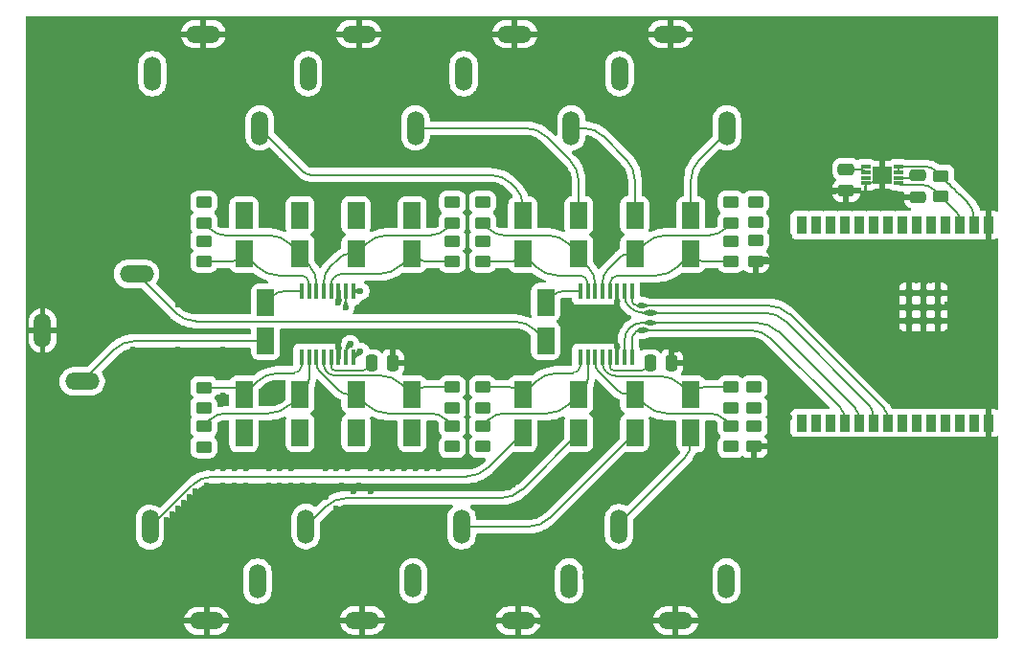
<source format=gbr>
%TF.GenerationSoftware,KiCad,Pcbnew,9.0.7*%
%TF.CreationDate,2026-01-03T19:20:14+01:00*%
%TF.ProjectId,PCB,5043422e-6b69-4636-9164-5f7063625858,rev?*%
%TF.SameCoordinates,Original*%
%TF.FileFunction,Copper,L1,Top*%
%TF.FilePolarity,Positive*%
%FSLAX46Y46*%
G04 Gerber Fmt 4.6, Leading zero omitted, Abs format (unit mm)*
G04 Created by KiCad (PCBNEW 9.0.7) date 2026-01-03 19:20:14*
%MOMM*%
%LPD*%
G01*
G04 APERTURE LIST*
G04 Aperture macros list*
%AMRoundRect*
0 Rectangle with rounded corners*
0 $1 Rounding radius*
0 $2 $3 $4 $5 $6 $7 $8 $9 X,Y pos of 4 corners*
0 Add a 4 corners polygon primitive as box body*
4,1,4,$2,$3,$4,$5,$6,$7,$8,$9,$2,$3,0*
0 Add four circle primitives for the rounded corners*
1,1,$1+$1,$2,$3*
1,1,$1+$1,$4,$5*
1,1,$1+$1,$6,$7*
1,1,$1+$1,$8,$9*
0 Add four rect primitives between the rounded corners*
20,1,$1+$1,$2,$3,$4,$5,0*
20,1,$1+$1,$4,$5,$6,$7,0*
20,1,$1+$1,$6,$7,$8,$9,0*
20,1,$1+$1,$8,$9,$2,$3,0*%
G04 Aperture macros list end*
%TA.AperFunction,SMDPad,CuDef*%
%ADD10RoundRect,0.197500X-0.592500X1.002500X-0.592500X-1.002500X0.592500X-1.002500X0.592500X1.002500X0*%
%TD*%
%TA.AperFunction,SMDPad,CuDef*%
%ADD11RoundRect,0.197500X0.592500X-1.002500X0.592500X1.002500X-0.592500X1.002500X-0.592500X-1.002500X0*%
%TD*%
%TA.AperFunction,ComponentPad*%
%ADD12O,3.016000X1.508000*%
%TD*%
%TA.AperFunction,ComponentPad*%
%ADD13O,1.508000X3.016000*%
%TD*%
%TA.AperFunction,SMDPad,CuDef*%
%ADD14RoundRect,0.250000X0.250000X0.475000X-0.250000X0.475000X-0.250000X-0.475000X0.250000X-0.475000X0*%
%TD*%
%TA.AperFunction,SMDPad,CuDef*%
%ADD15RoundRect,0.250000X-0.450000X0.262500X-0.450000X-0.262500X0.450000X-0.262500X0.450000X0.262500X0*%
%TD*%
%TA.AperFunction,SMDPad,CuDef*%
%ADD16R,0.450000X1.475000*%
%TD*%
%TA.AperFunction,SMDPad,CuDef*%
%ADD17RoundRect,0.250000X0.450000X-0.262500X0.450000X0.262500X-0.450000X0.262500X-0.450000X-0.262500X0*%
%TD*%
%TA.AperFunction,SMDPad,CuDef*%
%ADD18R,0.900000X1.500000*%
%TD*%
%TA.AperFunction,SMDPad,CuDef*%
%ADD19R,0.800000X0.800000*%
%TD*%
%TA.AperFunction,SMDPad,CuDef*%
%ADD20RoundRect,0.250000X0.475000X-0.250000X0.475000X0.250000X-0.475000X0.250000X-0.475000X-0.250000X0*%
%TD*%
%TA.AperFunction,SMDPad,CuDef*%
%ADD21RoundRect,0.032500X-0.387500X-0.097500X0.387500X-0.097500X0.387500X0.097500X-0.387500X0.097500X0*%
%TD*%
%TA.AperFunction,SMDPad,CuDef*%
%ADD22R,1.700000X1.525000*%
%TD*%
%TA.AperFunction,ViaPad*%
%ADD23C,0.600000*%
%TD*%
%TA.AperFunction,Conductor*%
%ADD24C,0.200000*%
%TD*%
%TA.AperFunction,Conductor*%
%ADD25C,0.400000*%
%TD*%
G04 APERTURE END LIST*
D10*
%TO.P,C17,1*%
%TO.N,Net-(IC2-S5)*%
X113665000Y-86106000D03*
%TO.P,C17,2*%
%TO.N,/IN_{L}5*%
X113665000Y-89496000D03*
%TD*%
D11*
%TO.P,C3,1*%
%TO.N,Net-(IC1-S3)*%
X128397000Y-73648000D03*
%TO.P,C3,2*%
%TO.N,/IN_{R}3*%
X128397000Y-70258000D03*
%TD*%
%TO.P,C14,1*%
%TO.N,Net-(IC2-S3)*%
X103759000Y-73648000D03*
%TO.P,C14,2*%
%TO.N,/IN_{L}3*%
X103759000Y-70258000D03*
%TD*%
D12*
%TO.P,J6,1*%
%TO.N,GND*%
X123034500Y-106090000D03*
D13*
%TO.P,J6,2*%
%TO.N,/IN_{L}6*%
X127534500Y-102590000D03*
%TO.P,J6,3*%
%TO.N,/IN_{R}6*%
X118034500Y-97790000D03*
%TD*%
D14*
%TO.P,C16,1*%
%TO.N,GND*%
X111948000Y-83312000D03*
%TO.P,C16,2*%
%TO.N,+5V*%
X110048000Y-83312000D03*
%TD*%
D15*
%TO.P,R9,1*%
%TO.N,Net-(IC1-S7)*%
X119888000Y-88876500D03*
%TO.P,R9,2*%
%TO.N,+2V5*%
X119888000Y-90701500D03*
%TD*%
D16*
%TO.P,IC1,1,A0*%
%TO.N,A0*%
X133085000Y-76945000D03*
%TO.P,IC1,2,EN*%
%TO.N,EN*%
X132435000Y-76945000D03*
%TO.P,IC1,3,VSS*%
%TO.N,GND*%
X131785000Y-76945000D03*
%TO.P,IC1,4,S1*%
%TO.N,Net-(IC1-S1)*%
X131135000Y-76945000D03*
%TO.P,IC1,5,S2*%
%TO.N,Net-(IC1-S2)*%
X130485000Y-76945000D03*
%TO.P,IC1,6,S3*%
%TO.N,Net-(IC1-S3)*%
X129835000Y-76945000D03*
%TO.P,IC1,7,S4*%
%TO.N,Net-(IC1-S4)*%
X129185000Y-76945000D03*
%TO.P,IC1,8,D*%
%TO.N,Net-(IC1-D)*%
X128535000Y-76945000D03*
%TO.P,IC1,9,S8*%
%TO.N,Net-(IC1-S8)*%
X128535000Y-82821000D03*
%TO.P,IC1,10,S7*%
%TO.N,Net-(IC1-S7)*%
X129185000Y-82821000D03*
%TO.P,IC1,11,S6*%
%TO.N,Net-(IC1-S6)*%
X129835000Y-82821000D03*
%TO.P,IC1,12,S5*%
%TO.N,Net-(IC1-S5)*%
X130485000Y-82821000D03*
%TO.P,IC1,13,VDD*%
%TO.N,+5V*%
X131135000Y-82821000D03*
%TO.P,IC1,14,GND*%
%TO.N,GND*%
X131785000Y-82821000D03*
%TO.P,IC1,15,A2*%
%TO.N,A2*%
X132435000Y-82821000D03*
%TO.P,IC1,16,A1*%
%TO.N,A1*%
X133085000Y-82821000D03*
%TD*%
D15*
%TO.P,R3,1*%
%TO.N,+2V5*%
X141859000Y-72517000D03*
%TO.P,R3,2*%
%TO.N,Net-(IC1-S1)*%
X141859000Y-74342000D03*
%TD*%
D17*
%TO.P,R19,1*%
%TO.N,PWREN*%
X160401000Y-68580000D03*
%TO.P,R19,2*%
%TO.N,+3V3*%
X160401000Y-66755000D03*
%TD*%
D11*
%TO.P,C13,1*%
%TO.N,Net-(IC2-S1)*%
X113665000Y-73660000D03*
%TO.P,C13,2*%
%TO.N,/IN_{L}1*%
X113665000Y-70270000D03*
%TD*%
D15*
%TO.P,R10,1*%
%TO.N,Net-(IC1-S8)*%
X119888000Y-85447500D03*
%TO.P,R10,2*%
%TO.N,+2V5*%
X119888000Y-87272500D03*
%TD*%
D10*
%TO.P,C15,1*%
%TO.N,Net-(IC2-D)*%
X100711000Y-77973000D03*
%TO.P,C15,2*%
%TO.N,OUT_{L}*%
X100711000Y-81363000D03*
%TD*%
D15*
%TO.P,R7,1*%
%TO.N,Net-(IC1-S5)*%
X141859000Y-85447500D03*
%TO.P,R7,2*%
%TO.N,+2V5*%
X141859000Y-87272500D03*
%TD*%
%TO.P,R8,1*%
%TO.N,Net-(IC1-S6)*%
X141859000Y-88876500D03*
%TO.P,R8,2*%
%TO.N,+2V5*%
X141859000Y-90701500D03*
%TD*%
D12*
%TO.P,J5,1*%
%TO.N,GND*%
X136953000Y-106090000D03*
D13*
%TO.P,J5,2*%
%TO.N,/IN_{L}5*%
X141453000Y-102590000D03*
%TO.P,J5,3*%
%TO.N,/IN_{R}5*%
X131953000Y-97790000D03*
%TD*%
D15*
%TO.P,R17,1*%
%TO.N,Net-(IC2-S7)*%
X95250000Y-88900000D03*
%TO.P,R17,2*%
%TO.N,+2V5*%
X95250000Y-90725000D03*
%TD*%
D10*
%TO.P,C18,1*%
%TO.N,Net-(IC2-S7)*%
X103759000Y-86106000D03*
%TO.P,C18,2*%
%TO.N,/IN_{L}7*%
X103759000Y-89496000D03*
%TD*%
%TO.P,C7,1*%
%TO.N,Net-(IC1-S7)*%
X128397000Y-86093000D03*
%TO.P,C7,2*%
%TO.N,/IN_{R}7*%
X128397000Y-89483000D03*
%TD*%
D15*
%TO.P,R20,1*%
%TO.N,+5V*%
X143891000Y-85446500D03*
%TO.P,R20,2*%
%TO.N,+2V5*%
X143891000Y-87271500D03*
%TD*%
%TO.P,R6,1*%
%TO.N,+2V5*%
X119887000Y-72517000D03*
%TO.P,R6,2*%
%TO.N,Net-(IC1-S4)*%
X119887000Y-74342000D03*
%TD*%
D10*
%TO.P,C8,1*%
%TO.N,Net-(IC1-S8)*%
X123444000Y-86111000D03*
%TO.P,C8,2*%
%TO.N,/IN_{R}8*%
X123444000Y-89501000D03*
%TD*%
D11*
%TO.P,C11,1*%
%TO.N,Net-(IC2-S2)*%
X108712000Y-73648000D03*
%TO.P,C11,2*%
%TO.N,/IN_{L}2*%
X108712000Y-70258000D03*
%TD*%
D15*
%TO.P,R15,1*%
%TO.N,Net-(IC2-S5)*%
X117221000Y-85447500D03*
%TO.P,R15,2*%
%TO.N,+2V5*%
X117221000Y-87272500D03*
%TD*%
%TO.P,R4,1*%
%TO.N,+2V5*%
X141859000Y-69088000D03*
%TO.P,R4,2*%
%TO.N,Net-(IC1-S2)*%
X141859000Y-70913000D03*
%TD*%
D13*
%TO.P,J9,1*%
%TO.N,GND*%
X81005000Y-80440500D03*
D12*
%TO.P,J9,2*%
%TO.N,OUT_{L}*%
X84505000Y-84940500D03*
%TO.P,J9,3*%
%TO.N,OUT_{R}*%
X89305000Y-75440500D03*
%TD*%
D15*
%TO.P,R2,1*%
%TO.N,+2V5*%
X144018000Y-72493500D03*
%TO.P,R2,2*%
%TO.N,GND*%
X144018000Y-74318500D03*
%TD*%
D10*
%TO.P,C20,1*%
%TO.N,Net-(IC2-S8)*%
X98806000Y-86111000D03*
%TO.P,C20,2*%
%TO.N,/IN_{L}8*%
X98806000Y-89501000D03*
%TD*%
D15*
%TO.P,R5,1*%
%TO.N,+2V5*%
X119888000Y-69088000D03*
%TO.P,R5,2*%
%TO.N,Net-(IC1-S3)*%
X119888000Y-70913000D03*
%TD*%
D10*
%TO.P,C9,1*%
%TO.N,Net-(IC1-D)*%
X125476000Y-77934000D03*
%TO.P,C9,2*%
%TO.N,OUT_{R}*%
X125476000Y-81324000D03*
%TD*%
D15*
%TO.P,R16,1*%
%TO.N,Net-(IC2-S6)*%
X117221000Y-88876500D03*
%TO.P,R16,2*%
%TO.N,+2V5*%
X117221000Y-90701500D03*
%TD*%
D12*
%TO.P,J1,1*%
%TO.N,GND*%
X136495500Y-54229000D03*
D13*
%TO.P,J1,2*%
%TO.N,/IN_{L}1*%
X131995500Y-57729000D03*
%TO.P,J1,3*%
%TO.N,/IN_{R}1*%
X141495500Y-62529000D03*
%TD*%
D18*
%TO.P,U1,1,GND*%
%TO.N,GND*%
X164577000Y-71114000D03*
%TO.P,U1,2,3V3*%
%TO.N,+3V3*%
X163307000Y-71114000D03*
%TO.P,U1,3,EN*%
%TO.N,PWREN*%
X162037000Y-71114000D03*
%TO.P,U1,4,IO4*%
%TO.N,unconnected-(U1-IO4-Pad4)*%
X160767000Y-71114000D03*
%TO.P,U1,5,IO5*%
%TO.N,unconnected-(U1-IO5-Pad5)*%
X159497000Y-71114000D03*
%TO.P,U1,6,IO6*%
%TO.N,unconnected-(U1-IO6-Pad6)*%
X158227000Y-71114000D03*
%TO.P,U1,7,IO7*%
%TO.N,unconnected-(U1-IO7-Pad7)*%
X156957000Y-71114000D03*
%TO.P,U1,8,IO0*%
%TO.N,unconnected-(U1-IO0-Pad8)*%
X155687000Y-71114000D03*
%TO.P,U1,9,IO1*%
%TO.N,unconnected-(U1-IO1-Pad9)*%
X154417000Y-71114000D03*
%TO.P,U1,10,IO8*%
%TO.N,unconnected-(U1-IO8-Pad10)*%
X153147000Y-71114000D03*
%TO.P,U1,11,IO10*%
%TO.N,unconnected-(U1-IO10-Pad11)*%
X151877000Y-71114000D03*
%TO.P,U1,12,IO11*%
%TO.N,unconnected-(U1-IO11-Pad12)*%
X150607000Y-71114000D03*
%TO.P,U1,13,IO12*%
%TO.N,unconnected-(U1-IO12-Pad13)*%
X149337000Y-71114000D03*
%TO.P,U1,14,IO13*%
%TO.N,unconnected-(U1-IO13-Pad14)*%
X148067000Y-71114000D03*
%TO.P,U1,15,IO9*%
%TO.N,unconnected-(U1-IO9-Pad15)*%
X148067000Y-88614000D03*
%TO.P,U1,16,IO18*%
%TO.N,unconnected-(U1-IO18-Pad16)*%
X149337000Y-88614000D03*
%TO.P,U1,17,IO19*%
%TO.N,unconnected-(U1-IO19-Pad17)*%
X150607000Y-88614000D03*
%TO.P,U1,18,IO20*%
%TO.N,A1*%
X151877000Y-88614000D03*
%TO.P,U1,19,IO21*%
%TO.N,A2*%
X153147000Y-88614000D03*
%TO.P,U1,20,IO22*%
%TO.N,EN*%
X154417000Y-88614000D03*
%TO.P,U1,21,IO23*%
%TO.N,A0*%
X155687000Y-88614000D03*
%TO.P,U1,22,NC*%
%TO.N,unconnected-(U1-NC-Pad22)*%
X156957000Y-88614000D03*
%TO.P,U1,23,IO15*%
%TO.N,unconnected-(U1-IO15-Pad23)*%
X158227000Y-88614000D03*
%TO.P,U1,24,RXD0/GPIO17*%
%TO.N,unconnected-(U1-RXD0{slash}GPIO17-Pad24)*%
X159497000Y-88614000D03*
%TO.P,U1,25,TXD0/GPIO16*%
%TO.N,unconnected-(U1-TXD0{slash}GPIO16-Pad25)*%
X160767000Y-88614000D03*
%TO.P,U1,26,IO3*%
%TO.N,unconnected-(U1-IO3-Pad26)*%
X162037000Y-88614000D03*
%TO.P,U1,27,IO2*%
%TO.N,unconnected-(U1-IO2-Pad27)*%
X163307000Y-88614000D03*
%TO.P,U1,28,GND*%
%TO.N,GND*%
X164577000Y-88614000D03*
D19*
%TO.P,U1,29_1,GND*%
X160107000Y-77109000D03*
%TO.P,U1,29_2,GND*%
X160107000Y-78359000D03*
%TO.P,U1,29_3,GND*%
X160107000Y-79609000D03*
%TO.P,U1,29_4,GND*%
X158857000Y-77109000D03*
%TO.P,U1,29_5,GND*%
X158857000Y-78359000D03*
%TO.P,U1,29_6,GND*%
X158857000Y-79609000D03*
%TO.P,U1,29_7,GND*%
X157607000Y-77109000D03*
%TO.P,U1,29_8,GND*%
X157607000Y-78359000D03*
%TO.P,U1,29_9,GND*%
X157607000Y-79609000D03*
%TD*%
D20*
%TO.P,C21,1*%
%TO.N,GND*%
X152019000Y-68067000D03*
%TO.P,C21,2*%
%TO.N,+5V*%
X152019000Y-66167000D03*
%TD*%
D16*
%TO.P,IC2,1,A0*%
%TO.N,A0*%
X108447000Y-76945000D03*
%TO.P,IC2,2,EN*%
%TO.N,EN*%
X107797000Y-76945000D03*
%TO.P,IC2,3,VSS*%
%TO.N,GND*%
X107147000Y-76945000D03*
%TO.P,IC2,4,S1*%
%TO.N,Net-(IC2-S1)*%
X106497000Y-76945000D03*
%TO.P,IC2,5,S2*%
%TO.N,Net-(IC2-S2)*%
X105847000Y-76945000D03*
%TO.P,IC2,6,S3*%
%TO.N,Net-(IC2-S3)*%
X105197000Y-76945000D03*
%TO.P,IC2,7,S4*%
%TO.N,Net-(IC2-S4)*%
X104547000Y-76945000D03*
%TO.P,IC2,8,D*%
%TO.N,Net-(IC2-D)*%
X103897000Y-76945000D03*
%TO.P,IC2,9,S8*%
%TO.N,Net-(IC2-S8)*%
X103897000Y-82821000D03*
%TO.P,IC2,10,S7*%
%TO.N,Net-(IC2-S7)*%
X104547000Y-82821000D03*
%TO.P,IC2,11,S6*%
%TO.N,Net-(IC2-S6)*%
X105197000Y-82821000D03*
%TO.P,IC2,12,S5*%
%TO.N,Net-(IC2-S5)*%
X105847000Y-82821000D03*
%TO.P,IC2,13,VDD*%
%TO.N,+5V*%
X106497000Y-82821000D03*
%TO.P,IC2,14,GND*%
%TO.N,GND*%
X107147000Y-82821000D03*
%TO.P,IC2,15,A2*%
%TO.N,A2*%
X107797000Y-82821000D03*
%TO.P,IC2,16,A1*%
%TO.N,A1*%
X108447000Y-82821000D03*
%TD*%
D15*
%TO.P,R12,1*%
%TO.N,+2V5*%
X117221000Y-69088000D03*
%TO.P,R12,2*%
%TO.N,Net-(IC2-S2)*%
X117221000Y-70913000D03*
%TD*%
%TO.P,R18,1*%
%TO.N,Net-(IC2-S8)*%
X95250000Y-85471000D03*
%TO.P,R18,2*%
%TO.N,+2V5*%
X95250000Y-87296000D03*
%TD*%
%TO.P,R13,1*%
%TO.N,+2V5*%
X95250000Y-69088000D03*
%TO.P,R13,2*%
%TO.N,Net-(IC2-S3)*%
X95250000Y-70913000D03*
%TD*%
D11*
%TO.P,C12,1*%
%TO.N,Net-(IC2-S4)*%
X98806000Y-73660000D03*
%TO.P,C12,2*%
%TO.N,/IN_{L}4*%
X98806000Y-70270000D03*
%TD*%
D21*
%TO.P,U2,1,VIN*%
%TO.N,+5V*%
X153759000Y-65925000D03*
%TO.P,U2,2,VIN*%
X153759000Y-66425000D03*
%TO.P,U2,3,~{SHDN}*%
%TO.N,unconnected-(U2-~{SHDN}-Pad3)*%
X153759000Y-66925000D03*
%TO.P,U2,4,GND*%
%TO.N,GND*%
X153759000Y-67425000D03*
%TO.P,U2,5,PWRGD*%
%TO.N,PWREN*%
X156629000Y-67425000D03*
%TO.P,U2,6,CDELAY*%
%TO.N,Net-(U2-CDELAY)*%
X156629000Y-66925000D03*
%TO.P,U2,7,SENSE*%
%TO.N,+3V3*%
X156629000Y-66425000D03*
%TO.P,U2,8,VOUT*%
X156629000Y-65925000D03*
D22*
%TO.P,U2,9,EXP*%
%TO.N,GND*%
X155194000Y-66675000D03*
%TD*%
D10*
%TO.P,C19,1*%
%TO.N,Net-(IC2-S6)*%
X108712000Y-86106000D03*
%TO.P,C19,2*%
%TO.N,/IN_{L}6*%
X108712000Y-89496000D03*
%TD*%
D12*
%TO.P,J3,1*%
%TO.N,GND*%
X108965500Y-54229000D03*
D13*
%TO.P,J3,2*%
%TO.N,/IN_{L}3*%
X104465500Y-57729000D03*
%TO.P,J3,3*%
%TO.N,/IN_{R}3*%
X113965500Y-62529000D03*
%TD*%
D12*
%TO.P,J8,1*%
%TO.N,GND*%
X95504000Y-106116000D03*
D13*
%TO.P,J8,2*%
%TO.N,/IN_{L}8*%
X100004000Y-102616000D03*
%TO.P,J8,3*%
%TO.N,/IN_{R}8*%
X90504000Y-97816000D03*
%TD*%
D15*
%TO.P,R1,1*%
%TO.N,+5V*%
X144018000Y-69064500D03*
%TO.P,R1,2*%
%TO.N,+2V5*%
X144018000Y-70889500D03*
%TD*%
%TO.P,R21,1*%
%TO.N,+2V5*%
X143891000Y-88877500D03*
%TO.P,R21,2*%
%TO.N,GND*%
X143891000Y-90702500D03*
%TD*%
D11*
%TO.P,C4,1*%
%TO.N,Net-(IC1-S4)*%
X123444000Y-73660000D03*
%TO.P,C4,2*%
%TO.N,/IN_{R}4*%
X123444000Y-70270000D03*
%TD*%
D12*
%TO.P,J2,1*%
%TO.N,GND*%
X122730500Y-54229000D03*
D13*
%TO.P,J2,2*%
%TO.N,/IN_{L}2*%
X118230500Y-57729000D03*
%TO.P,J2,3*%
%TO.N,/IN_{R}2*%
X127730500Y-62529000D03*
%TD*%
D15*
%TO.P,R14,1*%
%TO.N,+2V5*%
X95250000Y-72517000D03*
%TO.P,R14,2*%
%TO.N,Net-(IC2-S4)*%
X95250000Y-74342000D03*
%TD*%
D11*
%TO.P,C2,1*%
%TO.N,Net-(IC1-S2)*%
X133350000Y-73648000D03*
%TO.P,C2,2*%
%TO.N,/IN_{R}2*%
X133350000Y-70258000D03*
%TD*%
D20*
%TO.P,C22,1*%
%TO.N,GND*%
X158369000Y-68641000D03*
%TO.P,C22,2*%
%TO.N,Net-(U2-CDELAY)*%
X158369000Y-66741000D03*
%TD*%
D12*
%TO.P,J4,1*%
%TO.N,GND*%
X95200500Y-54229000D03*
D13*
%TO.P,J4,2*%
%TO.N,/IN_{L}4*%
X90700500Y-57729000D03*
%TO.P,J4,3*%
%TO.N,/IN_{R}4*%
X100200500Y-62529000D03*
%TD*%
D15*
%TO.P,R11,1*%
%TO.N,+2V5*%
X117221000Y-72517000D03*
%TO.P,R11,2*%
%TO.N,Net-(IC2-S1)*%
X117221000Y-74342000D03*
%TD*%
D12*
%TO.P,J7,1*%
%TO.N,GND*%
X109269500Y-106066000D03*
D13*
%TO.P,J7,2*%
%TO.N,/IN_{L}7*%
X113769500Y-102566000D03*
%TO.P,J7,3*%
%TO.N,/IN_{R}7*%
X104269500Y-97766000D03*
%TD*%
D14*
%TO.P,C10,1*%
%TO.N,GND*%
X136586000Y-83312000D03*
%TO.P,C10,2*%
%TO.N,+5V*%
X134686000Y-83312000D03*
%TD*%
D10*
%TO.P,C6,1*%
%TO.N,Net-(IC1-S6)*%
X133350000Y-86093000D03*
%TO.P,C6,2*%
%TO.N,/IN_{R}6*%
X133350000Y-89483000D03*
%TD*%
%TO.P,C5,1*%
%TO.N,Net-(IC1-S5)*%
X138303000Y-86111000D03*
%TO.P,C5,2*%
%TO.N,/IN_{R}5*%
X138303000Y-89501000D03*
%TD*%
D11*
%TO.P,C1,1*%
%TO.N,Net-(IC1-S1)*%
X138303000Y-73660000D03*
%TO.P,C1,2*%
%TO.N,/IN_{R}1*%
X138303000Y-70270000D03*
%TD*%
D23*
%TO.N,GND*%
X109994000Y-99150000D03*
X109494000Y-98650000D03*
X113494000Y-98650000D03*
X112994000Y-98150000D03*
X112494000Y-97650000D03*
X111994000Y-97150000D03*
X111494000Y-96650000D03*
X110994000Y-96150000D03*
X111494000Y-98150000D03*
X110994000Y-97650000D03*
X110494000Y-97150000D03*
X109994000Y-96650000D03*
X109494000Y-96150000D03*
X109994000Y-94650000D03*
X108494000Y-94650000D03*
X108994000Y-94150000D03*
X107494000Y-94150000D03*
X115994000Y-92650000D03*
X114994000Y-92650000D03*
X113994000Y-92650000D03*
X112994000Y-92650000D03*
X111994000Y-92650000D03*
X110994000Y-92650000D03*
X109994000Y-92650000D03*
X109494000Y-91650000D03*
X107994000Y-91650000D03*
X107994000Y-92650000D03*
X106994000Y-92650000D03*
X102994000Y-91650000D03*
X104994000Y-91650000D03*
X105494000Y-92150000D03*
X105994000Y-92650000D03*
X102994000Y-92650000D03*
X101994000Y-92650000D03*
X100994000Y-92650000D03*
X97994000Y-92650000D03*
X96994000Y-92650000D03*
X95994000Y-92650000D03*
X93994000Y-92650000D03*
X93494000Y-93150000D03*
X92994000Y-93650000D03*
X92494000Y-94150000D03*
X91994000Y-94650000D03*
X91494000Y-95150000D03*
X90994000Y-95650000D03*
X100994000Y-100150000D03*
X100994000Y-99150000D03*
X100994000Y-97150000D03*
X100994000Y-96150000D03*
X100994000Y-95150000D03*
X98994000Y-99150000D03*
X98994000Y-98150000D03*
X98994000Y-97150000D03*
X98994000Y-95150000D03*
X108494000Y-97650000D03*
X107994000Y-97150000D03*
X107494000Y-96650000D03*
X106994000Y-96150000D03*
X105994000Y-95150000D03*
X105494000Y-94650000D03*
X104994000Y-94150000D03*
X103994000Y-94150000D03*
X102994000Y-94150000D03*
X101994000Y-94150000D03*
X97994000Y-94150000D03*
X95494000Y-94150000D03*
X94494000Y-94650000D03*
X93994000Y-95150000D03*
X93494000Y-95650000D03*
X92994000Y-96150000D03*
X92494000Y-96650000D03*
X91994000Y-97150000D03*
X127994000Y-98150000D03*
X129994000Y-96150000D03*
X131994000Y-94150000D03*
X134994000Y-92150000D03*
X136994000Y-82150000D03*
X138994000Y-84150000D03*
X140994000Y-82150000D03*
X142994000Y-84150000D03*
X144994000Y-82150000D03*
X146994000Y-84150000D03*
X148994000Y-86150000D03*
X146994000Y-88150000D03*
X116994000Y-64150000D03*
X120994000Y-64150000D03*
X124994000Y-64150000D03*
X122994000Y-66150000D03*
X108994000Y-62150000D03*
X106994000Y-64150000D03*
X110994000Y-64150000D03*
X114994000Y-60150000D03*
X112994000Y-58150000D03*
X116994000Y-54150000D03*
X114994000Y-56150000D03*
X112994000Y-54150000D03*
X110994000Y-56150000D03*
X106994000Y-60150000D03*
X110994000Y-60150000D03*
X108994000Y-58150000D03*
X106994000Y-56150000D03*
X104994000Y-54150000D03*
X102994000Y-60150000D03*
X100994000Y-54150000D03*
X102994000Y-56150000D03*
X98994000Y-60150000D03*
X100994000Y-58150000D03*
X98994000Y-56150000D03*
X92994000Y-54150000D03*
X96994000Y-58150000D03*
X94994000Y-56150000D03*
X92994000Y-58150000D03*
X94994000Y-60150000D03*
X96994000Y-62150000D03*
X96994000Y-66150000D03*
X92994000Y-78150000D03*
X96994000Y-78150000D03*
X92994000Y-74150000D03*
X90994000Y-72150000D03*
X92994000Y-70150000D03*
X90994000Y-68150000D03*
X92994000Y-66150000D03*
X94994000Y-64150000D03*
X92994000Y-62150000D03*
X90994000Y-60150000D03*
X90994000Y-64150000D03*
X88994000Y-54150000D03*
X84994000Y-54150000D03*
X80994000Y-54150000D03*
X86994000Y-56150000D03*
X82994000Y-56150000D03*
X88994000Y-58150000D03*
X84994000Y-58150000D03*
X80994000Y-58150000D03*
X86994000Y-60150000D03*
X82994000Y-60150000D03*
X88994000Y-62150000D03*
X84994000Y-62150000D03*
X80994000Y-62150000D03*
X86994000Y-64150000D03*
X88994000Y-66150000D03*
X84994000Y-66150000D03*
X82994000Y-64150000D03*
X80994000Y-66150000D03*
X86994000Y-68150000D03*
X82994000Y-68150000D03*
X88994000Y-70150000D03*
X86994000Y-72150000D03*
X84994000Y-70150000D03*
X80994000Y-70150000D03*
X82994000Y-72150000D03*
X80994000Y-74150000D03*
X84994000Y-74150000D03*
X80994000Y-78150000D03*
X82994000Y-76150000D03*
X86994000Y-76150000D03*
X90994000Y-80150000D03*
X88994000Y-78150000D03*
X84994000Y-78150000D03*
X82994000Y-80150000D03*
X84994000Y-82150000D03*
X86994000Y-80150000D03*
X86994000Y-84150000D03*
X130994000Y-72150000D03*
X130994000Y-66150000D03*
X118994000Y-60150000D03*
X120994000Y-58150000D03*
X126994000Y-56150000D03*
X122994000Y-56150000D03*
X124994000Y-54150000D03*
X128994000Y-54150000D03*
X132994000Y-54150000D03*
X126994000Y-60150000D03*
X130994000Y-60150000D03*
X132994000Y-62150000D03*
X134994000Y-68150000D03*
X136994000Y-66150000D03*
X138994000Y-64150000D03*
X134994000Y-64150000D03*
X136994000Y-62150000D03*
X134994000Y-60150000D03*
X134994000Y-56150000D03*
X138994000Y-60150000D03*
X136994000Y-58150000D03*
X138994000Y-56150000D03*
X140994000Y-54150000D03*
X140994000Y-58150000D03*
X164994000Y-54150000D03*
X160994000Y-54150000D03*
X156994000Y-54150000D03*
X152994000Y-54150000D03*
X148994000Y-54150000D03*
X144994000Y-54150000D03*
X142994000Y-56150000D03*
X146994000Y-56150000D03*
X150994000Y-56150000D03*
X154994000Y-56150000D03*
X158994000Y-56150000D03*
X162994000Y-56150000D03*
X164994000Y-58150000D03*
X160994000Y-58150000D03*
X156994000Y-58150000D03*
X152994000Y-58150000D03*
X148994000Y-58150000D03*
X144994000Y-58150000D03*
X142994000Y-60150000D03*
X140994000Y-66150000D03*
X142994000Y-64150000D03*
X144994000Y-66150000D03*
X144994000Y-62150000D03*
X146994000Y-60150000D03*
X150994000Y-60150000D03*
X154994000Y-60150000D03*
X158994000Y-60150000D03*
X162994000Y-60150000D03*
X164994000Y-62150000D03*
X162994000Y-64150000D03*
X160994000Y-62150000D03*
X158994000Y-64150000D03*
X156994000Y-62150000D03*
X154994000Y-64150000D03*
X152994000Y-62150000D03*
X148994000Y-62150000D03*
X148994000Y-66150000D03*
X150994000Y-64150000D03*
X146994000Y-64150000D03*
X150994000Y-68150000D03*
X146994000Y-68150000D03*
X146994000Y-72150000D03*
X138994000Y-76150000D03*
X142994000Y-76150000D03*
X144994000Y-74150000D03*
X146994000Y-76150000D03*
X148994000Y-74150000D03*
X164994000Y-74150000D03*
X162994000Y-76150000D03*
X160994000Y-74150000D03*
X158994000Y-76150000D03*
X156994000Y-74150000D03*
X154994000Y-76150000D03*
X152994000Y-74150000D03*
X150994000Y-76150000D03*
X152994000Y-78150000D03*
X148994000Y-78150000D03*
X150994000Y-80150000D03*
X154994000Y-80150000D03*
X160994000Y-78150000D03*
X164994000Y-78150000D03*
X162994000Y-80150000D03*
X164994000Y-82150000D03*
X160994000Y-82150000D03*
X156994000Y-82150000D03*
X152994000Y-82150000D03*
X154994000Y-84150000D03*
X158994000Y-84150000D03*
X162994000Y-84150000D03*
X164994000Y-86150000D03*
X160994000Y-86150000D03*
X156994000Y-86150000D03*
X164994000Y-90150000D03*
X160994000Y-90150000D03*
X148994000Y-90150000D03*
X156994000Y-90150000D03*
X152994000Y-90150000D03*
X128994000Y-92150000D03*
X125994000Y-94150000D03*
X122994000Y-96150000D03*
X122994000Y-100150000D03*
X118994000Y-100150000D03*
X123994000Y-101150000D03*
X124994000Y-101150000D03*
X125994000Y-101150000D03*
X124994000Y-99150000D03*
X126994000Y-99150000D03*
X125994000Y-99150000D03*
X127994000Y-99150000D03*
X128994000Y-99150000D03*
X129994000Y-99150000D03*
X128994000Y-101150000D03*
X129994000Y-101150000D03*
X130994000Y-101150000D03*
X131994000Y-101150000D03*
X132994000Y-101150000D03*
X133994000Y-101150000D03*
X133994000Y-99150000D03*
X134994000Y-99150000D03*
X135994000Y-99150000D03*
X136994000Y-99150000D03*
X137994000Y-99150000D03*
X138994000Y-99150000D03*
X139994000Y-99150000D03*
X140994000Y-100150000D03*
X137994000Y-101150000D03*
X136994000Y-101150000D03*
X135994000Y-101150000D03*
X134994000Y-101150000D03*
X133994000Y-98150000D03*
X134994000Y-96150000D03*
X138994000Y-92150000D03*
X136994000Y-94150000D03*
X136994000Y-98150000D03*
X140994000Y-98150000D03*
X138994000Y-96150000D03*
X140994000Y-94150000D03*
X142994000Y-92150000D03*
X144994000Y-94150000D03*
X142994000Y-96150000D03*
X144994000Y-98150000D03*
X142994000Y-100150000D03*
X144994000Y-102150000D03*
X162994000Y-92150000D03*
X160994000Y-94150000D03*
X152994000Y-94150000D03*
X148994000Y-94150000D03*
X156994000Y-94150000D03*
X154994000Y-92150000D03*
X150994000Y-92150000D03*
X146994000Y-92150000D03*
X164994000Y-94150000D03*
X158994000Y-92150000D03*
X162994000Y-96150000D03*
X160994000Y-98150000D03*
X152994000Y-98150000D03*
X148994000Y-98150000D03*
X156994000Y-98150000D03*
X154994000Y-96150000D03*
X150994000Y-96150000D03*
X146994000Y-96150000D03*
X164994000Y-98150000D03*
X158994000Y-96150000D03*
X162994000Y-100150000D03*
X160994000Y-102150000D03*
X152994000Y-102150000D03*
X148994000Y-102150000D03*
X156994000Y-102150000D03*
X154994000Y-100150000D03*
X150994000Y-100150000D03*
X146994000Y-100150000D03*
X164994000Y-102150000D03*
X158994000Y-100150000D03*
X164994000Y-106150000D03*
X162994000Y-104150000D03*
X160994000Y-106150000D03*
X158994000Y-104150000D03*
X156994000Y-106150000D03*
X154994000Y-104150000D03*
X152994000Y-106150000D03*
X150994000Y-104150000D03*
X148994000Y-106150000D03*
X146994000Y-104150000D03*
X144994000Y-106150000D03*
X142994000Y-104150000D03*
X140994000Y-106150000D03*
X138994000Y-104150000D03*
X136994000Y-102150000D03*
X134994000Y-104150000D03*
X128994000Y-102150000D03*
X132994000Y-102150000D03*
X132994000Y-106150000D03*
X130994000Y-104150000D03*
X128994000Y-106150000D03*
X124994000Y-106150000D03*
X122994000Y-104150000D03*
X120994000Y-106150000D03*
X116994000Y-102150000D03*
X118994000Y-104150000D03*
X116994000Y-106150000D03*
X114994000Y-104150000D03*
X112994000Y-106150000D03*
X106994000Y-96150000D03*
X110994000Y-104150000D03*
X108994000Y-98150000D03*
X110994000Y-100150000D03*
X108994000Y-102150000D03*
X106994000Y-100150000D03*
X106994000Y-104150000D03*
X100994000Y-106150000D03*
X104994000Y-106150000D03*
X102994000Y-104150000D03*
X104994000Y-102150000D03*
X102994000Y-100150000D03*
X100994000Y-98150000D03*
X102994000Y-96150000D03*
X100994000Y-94150000D03*
X98994000Y-92650000D03*
X96994000Y-90150000D03*
X94994000Y-92650000D03*
X100994000Y-86150000D03*
X98994000Y-84150000D03*
X96994000Y-86150000D03*
X96994000Y-82150000D03*
X92994000Y-82150000D03*
X88994000Y-82150000D03*
X90994000Y-84150000D03*
X80994000Y-86150000D03*
X88994000Y-86150000D03*
X92994000Y-86150000D03*
X90994000Y-88150000D03*
X86994000Y-88150000D03*
X82994000Y-88150000D03*
X98994000Y-94150000D03*
X96994000Y-94150000D03*
X98994000Y-96150000D03*
X94994000Y-96150000D03*
X98994000Y-100150000D03*
X96994000Y-98150000D03*
X92994000Y-98150000D03*
X96994000Y-102150000D03*
X94994000Y-100150000D03*
X90994000Y-100150000D03*
X94994000Y-104150000D03*
X92994000Y-102150000D03*
X92994000Y-106150000D03*
X90994000Y-104150000D03*
X92994000Y-90150000D03*
X88994000Y-90150000D03*
X84994000Y-90150000D03*
X90994000Y-92150000D03*
X86994000Y-92150000D03*
X80994000Y-90150000D03*
X82994000Y-92150000D03*
X88994000Y-106150000D03*
X88994000Y-102150000D03*
X88994000Y-94150000D03*
X86994000Y-96150000D03*
X84994000Y-94150000D03*
X80994000Y-94150000D03*
X82994000Y-96150000D03*
X84994000Y-98150000D03*
X80994000Y-98150000D03*
X86994000Y-100150000D03*
X86994000Y-104150000D03*
X82994000Y-100150000D03*
X84994000Y-102150000D03*
X80994000Y-102150000D03*
X82994000Y-104150000D03*
X84994000Y-106150000D03*
X80994000Y-106150000D03*
%TO.N,+5V*%
X144018000Y-69064500D03*
X152019000Y-66167000D03*
X110048000Y-83312000D03*
X143891000Y-85447500D03*
X134686000Y-83312000D03*
%TO.N,GND*%
X131785000Y-77978000D03*
X157607000Y-77109000D03*
X107147001Y-81820107D03*
X158857000Y-78359000D03*
X164577000Y-88614000D03*
X157607000Y-78359000D03*
X143891000Y-90701500D03*
X155194000Y-66675000D03*
X164577000Y-71114000D03*
X158857000Y-77109000D03*
X157607000Y-79609000D03*
X158857000Y-79609000D03*
X107146999Y-77945893D03*
X131785000Y-81788000D03*
X158369000Y-68641000D03*
X160107000Y-78359000D03*
X136586000Y-83312000D03*
X160107000Y-79609000D03*
X144018000Y-74318500D03*
X111948000Y-83312000D03*
X160107000Y-77109000D03*
X152019000Y-68067000D03*
%TO.N,A0*%
X109093000Y-76962000D03*
X133985000Y-78232000D03*
%TO.N,EN*%
X134747000Y-78867000D03*
X107797000Y-78359000D03*
%TO.N,A2*%
X134747000Y-79756000D03*
X108202420Y-81623916D03*
%TO.N,A1*%
X109093000Y-82296000D03*
X133985000Y-80391000D03*
%TO.N,/IN_{L}1*%
X113665000Y-70270000D03*
%TO.N,/IN_{L}2*%
X108712000Y-70258000D03*
%TO.N,/IN_{L}3*%
X103759000Y-70258000D03*
%TO.N,/IN_{L}4*%
X98806000Y-70270000D03*
%TO.N,/IN_{L}5*%
X113665000Y-89496000D03*
%TO.N,/IN_{L}6*%
X108712000Y-89496000D03*
%TO.N,/IN_{L}7*%
X103759000Y-89496000D03*
%TO.N,/IN_{L}8*%
X98806000Y-89501000D03*
%TO.N,+2V5*%
X143891000Y-87272500D03*
X119888000Y-87272500D03*
X95250000Y-69088000D03*
X117221000Y-90701500D03*
X95250000Y-87296000D03*
X119888000Y-72517000D03*
X144018000Y-70889500D03*
X117221000Y-87272500D03*
X141859000Y-90701500D03*
X95250000Y-90725000D03*
X119888000Y-90701500D03*
X119888000Y-69088000D03*
X141859000Y-87272500D03*
X141859000Y-72517000D03*
X95250000Y-72517000D03*
X144018000Y-72493500D03*
X141859000Y-69088000D03*
X117221000Y-72517000D03*
X117221000Y-69088000D03*
X143891000Y-88876500D03*
%TD*%
D24*
%TO.N,+5V*%
X134370031Y-83749969D02*
X134642866Y-83477133D01*
X106497000Y-83587777D02*
X106497000Y-82821000D01*
X153345880Y-66167000D02*
X152019000Y-66167000D01*
X110048000Y-83312000D02*
X110048000Y-83387330D01*
X153318566Y-66167000D02*
X152019000Y-66167000D01*
X153630000Y-66296000D02*
X153759000Y-66425000D01*
X110015000Y-83467000D02*
X109732031Y-83749969D01*
X131135000Y-83587777D02*
X131135000Y-82821000D01*
X134686000Y-83312000D02*
X134686000Y-83373000D01*
X153638000Y-66046000D02*
X153759000Y-65925000D01*
X131547160Y-83999938D02*
X133766552Y-83999938D01*
X109128552Y-83999938D02*
X106909160Y-83999938D01*
X110015000Y-83467000D02*
X109982000Y-83500000D01*
X110015000Y-83467000D02*
G75*
G03*
X110048013Y-83387330I-79700J79700D01*
G01*
X153638000Y-66046000D02*
G75*
G02*
X153345880Y-66166992I-292100J292100D01*
G01*
X110015000Y-83467000D02*
X110015000Y-83467000D01*
X110015000Y-83467000D02*
G75*
G03*
X110048013Y-83387330I-79700J79700D01*
G01*
X134370031Y-83749969D02*
G75*
G02*
X133766552Y-83999907I-603431J603469D01*
G01*
X134686000Y-83373000D02*
G75*
G02*
X134642873Y-83477140I-147300J0D01*
G01*
X131135000Y-83587777D02*
G75*
G03*
X131255700Y-83879238I412200J-23D01*
G01*
X106497000Y-83587777D02*
G75*
G03*
X106617700Y-83879238I412200J-23D01*
G01*
X106909160Y-83999938D02*
G75*
G02*
X106617743Y-83879195I40J412138D01*
G01*
X131547160Y-83999938D02*
G75*
G02*
X131255743Y-83879195I40J412138D01*
G01*
X153630000Y-66296000D02*
G75*
G03*
X153318566Y-66167014I-311400J-311400D01*
G01*
X109128552Y-83999938D02*
G75*
G03*
X109732053Y-83749991I48J853438D01*
G01*
D25*
%TO.N,GND*%
X107147001Y-81820107D02*
X107147001Y-82820998D01*
D24*
X154101500Y-67425000D02*
X153759000Y-67425000D01*
X154686184Y-67182815D02*
X155194000Y-66675000D01*
D25*
X107146999Y-77945893D02*
X107147000Y-77945892D01*
D24*
X131785000Y-81788000D02*
X131785000Y-82821000D01*
D25*
X107147000Y-77945892D02*
X107147000Y-76945000D01*
D24*
X131785000Y-77978000D02*
X131785000Y-76945000D01*
D25*
X107147001Y-82820998D02*
X107147000Y-82821000D01*
D24*
X154686184Y-67182815D02*
G75*
G02*
X154101500Y-67424990I-584684J584715D01*
G01*
%TO.N,A0*%
X133537383Y-78232000D02*
X133985000Y-78232000D01*
X155687000Y-88139000D02*
X155687000Y-88614000D01*
X108465778Y-76934000D02*
X109045201Y-76934000D01*
X133085000Y-77779616D02*
X133085000Y-76945000D01*
X155351124Y-87328124D02*
X147051896Y-79028896D01*
X108452500Y-76939500D02*
X108447000Y-76945000D01*
X109079000Y-76948000D02*
X109093000Y-76962000D01*
X133985000Y-78232000D02*
X145128018Y-78232000D01*
X145128018Y-78232000D02*
G75*
G02*
X147051892Y-79028900I-18J-2720800D01*
G01*
X108452500Y-76939500D02*
G75*
G02*
X108465778Y-76933991I13300J-13300D01*
G01*
X155351124Y-87328124D02*
G75*
G02*
X155686986Y-88139000I-810924J-810876D01*
G01*
X109079000Y-76948000D02*
G75*
G03*
X109045201Y-76934000I-33800J-33800D01*
G01*
X133085000Y-77779616D02*
G75*
G03*
X133217505Y-78099495I452400J16D01*
G01*
X133537383Y-78232000D02*
G75*
G02*
X133217505Y-78099495I17J452400D01*
G01*
%TO.N,Net-(IC1-D)*%
X127164328Y-76945000D02*
X128535000Y-76945000D01*
X125970500Y-77439500D02*
X125476000Y-77934000D01*
X125970500Y-77439500D02*
G75*
G02*
X127164328Y-76945012I1193800J-1193800D01*
G01*
%TO.N,Net-(IC1-S2)*%
X141311000Y-71461000D02*
X141859000Y-70913000D01*
X131991032Y-74002967D02*
X130992702Y-75001297D01*
X134192103Y-72805896D02*
X133704967Y-73293032D01*
X130485000Y-76227000D02*
X130485000Y-76945000D01*
X139988010Y-72009000D02*
X136115981Y-72009000D01*
X132848000Y-73648000D02*
G75*
G03*
X133704960Y-73293025I0J1211900D01*
G01*
X136115981Y-72009000D02*
G75*
G03*
X134192107Y-72805900I19J-2720800D01*
G01*
X139988010Y-72009000D02*
G75*
G03*
X141310997Y-71460997I-10J1871000D01*
G01*
X132848000Y-73648000D02*
G75*
G03*
X131991040Y-74002975I0J-1211900D01*
G01*
X130485000Y-76227000D02*
G75*
G02*
X130992704Y-75001299I1733400J0D01*
G01*
%TO.N,EN*%
X107797000Y-78359000D02*
X107797000Y-76945000D01*
X132947992Y-78397092D02*
X132767021Y-78216121D01*
X132435000Y-77414550D02*
X132435000Y-76945000D01*
X144796018Y-78867000D02*
X134747000Y-78867000D01*
X154417000Y-87987500D02*
X154417000Y-88614000D01*
X134082450Y-78867000D02*
X134747000Y-78867000D01*
X146719896Y-79663896D02*
X153973997Y-86917997D01*
X134082450Y-78867000D02*
G75*
G02*
X132948010Y-78397074I50J1604400D01*
G01*
X132767021Y-78216121D02*
G75*
G02*
X132435037Y-77414550I801579J801521D01*
G01*
X146719896Y-79663896D02*
G75*
G03*
X144796018Y-78866995I-1923896J-1923904D01*
G01*
X153973997Y-86917997D02*
G75*
G02*
X154417001Y-87987500I-1069497J-1069503D01*
G01*
%TO.N,Net-(IC1-S3)*%
X120436000Y-71461000D02*
X119888000Y-70913000D01*
X129316690Y-74960690D02*
X128535946Y-74179946D01*
X129835000Y-76212000D02*
X129835000Y-76945000D01*
X127554896Y-72805896D02*
X128258053Y-73509053D01*
X121758989Y-72009000D02*
X125631018Y-72009000D01*
X128397000Y-73844500D02*
G75*
G03*
X128535945Y-74179947I474400J0D01*
G01*
X127554896Y-72805896D02*
G75*
G03*
X125631018Y-72008995I-1923896J-1923904D01*
G01*
X128258053Y-73509053D02*
G75*
G02*
X128396998Y-73844500I-335453J-335447D01*
G01*
X129835000Y-76212000D02*
G75*
G03*
X129316686Y-74960694I-1769600J0D01*
G01*
X120436000Y-71461000D02*
G75*
G03*
X121758989Y-72009005I1323000J1323000D01*
G01*
%TO.N,Net-(IC1-S5)*%
X130816456Y-84089956D02*
X130833250Y-84106750D01*
X137443896Y-85251896D02*
X138303000Y-86111000D01*
X130485000Y-83289750D02*
X130485000Y-82821000D01*
X138902193Y-85551121D02*
X138961271Y-85551121D01*
X138881996Y-85571318D02*
X138881996Y-85591515D01*
X135520018Y-84455000D02*
X131673999Y-84455000D01*
X139435665Y-85447500D02*
X141859000Y-85447500D01*
X130833250Y-84106750D02*
G75*
G03*
X131673999Y-84455000I840750J840750D01*
G01*
X130816456Y-84089956D02*
G75*
G02*
X130485046Y-83289750I800244J800156D01*
G01*
X135520018Y-84455000D02*
G75*
G02*
X137443892Y-85251900I-18J-2720800D01*
G01*
X138634750Y-85779250D02*
G75*
G02*
X137971250Y-85779250I-331750J331751D01*
G01*
X138902193Y-85551121D02*
G75*
G03*
X138882021Y-85571318I7J-20179D01*
G01*
X138634750Y-85779250D02*
G75*
G02*
X139435665Y-85447486I800950J-800950D01*
G01*
%TO.N,Net-(IC1-S7)*%
X127677737Y-86812253D02*
X127675426Y-86814564D01*
X128077635Y-86412352D02*
X128077925Y-86412063D01*
X128530481Y-85959508D02*
X128529677Y-85960313D01*
X128023347Y-86466641D02*
X128020850Y-86469138D01*
X128018017Y-86471970D02*
X128016193Y-86473795D01*
X127886566Y-86603422D02*
X127882847Y-86607141D01*
X127564775Y-86925216D02*
X127564543Y-86925447D01*
X129185000Y-84747799D02*
X129185000Y-82821000D01*
X127740570Y-86749419D02*
X127736875Y-86753114D01*
X128436348Y-86053641D02*
X128427276Y-86062714D01*
X127563618Y-86926372D02*
X127564080Y-86925910D01*
X127562231Y-86927759D02*
X127561770Y-86928221D01*
X128259512Y-86230477D02*
X128250224Y-86239764D01*
X128150262Y-86339726D02*
X128148726Y-86341263D01*
X128687890Y-85802101D02*
X128688940Y-85801051D01*
X127598271Y-86891720D02*
X127597809Y-86892181D01*
X128053059Y-86436930D02*
X128047600Y-86442389D01*
X127595844Y-86894145D02*
X127597809Y-86892181D01*
X127994930Y-86495060D02*
X127988786Y-86501204D01*
X128567160Y-85922830D02*
X128564375Y-85925615D01*
X128141536Y-86348452D02*
X128139257Y-86350732D01*
X127699913Y-86790073D02*
X127692519Y-86797468D01*
X127635808Y-86854182D02*
X127638002Y-86851988D01*
X128124343Y-86365647D02*
X128130978Y-86359012D01*
X128697994Y-85791998D02*
X128696638Y-85793352D01*
X128301843Y-86188145D02*
X128296662Y-86193326D01*
X128040865Y-86449124D02*
X128041957Y-86448032D01*
X127674963Y-86815026D02*
X127673577Y-86816411D01*
X128006067Y-86483922D02*
X127999924Y-86490065D01*
X127654636Y-86835355D02*
X127650940Y-86839051D01*
X128167544Y-86322448D02*
X128161975Y-86328015D01*
X127796128Y-86693859D02*
X127792201Y-86697787D01*
X128208224Y-86281766D02*
X128213239Y-86276751D01*
X127595844Y-86894145D02*
X127591455Y-86898536D01*
X128141536Y-86348452D02*
X128142387Y-86347601D01*
X127813222Y-86676766D02*
X127809757Y-86680233D01*
X127554495Y-86935497D02*
X127549645Y-86940349D01*
X128508978Y-85981011D02*
X128506144Y-85983844D01*
X127565238Y-86924753D02*
X127565584Y-86924407D01*
X127707304Y-86782683D02*
X127699913Y-86790073D01*
X128080565Y-86409424D02*
X128077925Y-86412063D01*
X128576523Y-85913470D02*
X128576329Y-85913663D01*
X127900143Y-86589844D02*
X127894004Y-86595983D01*
X128778949Y-85711046D02*
X128777630Y-85712365D01*
X128133834Y-86356156D02*
X128130978Y-86359012D01*
X127732253Y-86757735D02*
X127729481Y-86760507D01*
X128696569Y-85793420D02*
X128695077Y-85794914D01*
X128343193Y-86146793D02*
X128312204Y-86177783D01*
X128241844Y-86248144D02*
X128250224Y-86239764D01*
X128098565Y-86391425D02*
X128098276Y-86391713D01*
X128687890Y-85802101D02*
X128682196Y-85807795D01*
X127949089Y-86540902D02*
X127938624Y-86551365D01*
X128592749Y-85897244D02*
X128587566Y-85902427D01*
X128208224Y-86281766D02*
X128203952Y-86286039D01*
X127579791Y-86910202D02*
X127577944Y-86912049D01*
X128136689Y-86353299D02*
X128133834Y-86356156D01*
X128603596Y-85886394D02*
X128598221Y-85891771D01*
X128458421Y-86031568D02*
X128436348Y-86053641D01*
X127845909Y-86644079D02*
X127835283Y-86654705D01*
X128552279Y-85937712D02*
X128546807Y-85943184D01*
X127959552Y-86530437D02*
X127966945Y-86523045D01*
X128161975Y-86328015D02*
X128156406Y-86333582D01*
X128419420Y-86070570D02*
X128414276Y-86075714D01*
X128136689Y-86353299D02*
X128139257Y-86350732D01*
X127807100Y-86682889D02*
X127805253Y-86684736D01*
X127591455Y-86898536D02*
X127586259Y-86903733D01*
X128657830Y-85832161D02*
X128650837Y-85839154D01*
X128145272Y-86344717D02*
X128146231Y-86343758D01*
X128080853Y-86409136D02*
X128080565Y-86409424D01*
X128587469Y-85902524D02*
X128587566Y-85902427D01*
X128529677Y-85960313D02*
X128525622Y-85964368D01*
X128268798Y-86221189D02*
X128259512Y-86230477D01*
X128780268Y-85709726D02*
X128783037Y-85706959D01*
X128767390Y-85722604D02*
X128767017Y-85722977D01*
X128574935Y-85915055D02*
X128572536Y-85917454D01*
X127890285Y-86599703D02*
X127886566Y-86603422D01*
X128034784Y-86455207D02*
X128033655Y-86456336D01*
X128047600Y-86442389D02*
X128045368Y-86444622D01*
X128104422Y-86385569D02*
X128107206Y-86382785D01*
X127666646Y-86823343D02*
X127664799Y-86825190D01*
X127574246Y-86915745D02*
X127572397Y-86917594D01*
X128113062Y-86376928D02*
X128107206Y-86382785D01*
X128203952Y-86286039D02*
X128199679Y-86290312D01*
X128738866Y-85751126D02*
X128737618Y-85752373D01*
X128569945Y-85920045D02*
X128567160Y-85922830D01*
X128753360Y-85736633D02*
X128748081Y-85741912D01*
X127659256Y-86830735D02*
X127657408Y-86832583D01*
X128736033Y-85753960D02*
X128733344Y-85756647D01*
X128278086Y-86211902D02*
X128276791Y-86213197D01*
X128020850Y-86469138D02*
X128018353Y-86471635D01*
X128371626Y-86118362D02*
X128357410Y-86132578D01*
X127570549Y-86919443D02*
X127568701Y-86921290D01*
X128053637Y-86436353D02*
X128056565Y-86433426D01*
X127568701Y-86921290D02*
X127566854Y-86923137D01*
X128612715Y-85877276D02*
X128604844Y-85885147D01*
X128282193Y-86207795D02*
X128278086Y-86211902D01*
X128640457Y-85849534D02*
X128635868Y-85854122D01*
X128148726Y-86341263D02*
X128146231Y-86343758D01*
X128506144Y-85983844D02*
X128503504Y-85986484D01*
X128742802Y-85747191D02*
X128741459Y-85748534D01*
X128546709Y-85943281D02*
X128541042Y-85948948D01*
X128104133Y-86385858D02*
X128103844Y-86386146D01*
X128592749Y-85897244D02*
X128592846Y-85897148D01*
X128143541Y-86346448D02*
X128143830Y-86346160D01*
X127680046Y-86809942D02*
X127680162Y-86809827D01*
X128776236Y-85713759D02*
X128774867Y-85715127D01*
X127685127Y-86804860D02*
X127682702Y-86807286D01*
X127916141Y-86573847D02*
X127938624Y-86551365D01*
X127799132Y-86690855D02*
X127796128Y-86693859D01*
X128564375Y-85925615D02*
X128557751Y-85932240D01*
X128726479Y-85763513D02*
X128721005Y-85768986D01*
X128785621Y-85704374D02*
X128785359Y-85704637D01*
X127674963Y-86815026D02*
X127675426Y-86814564D01*
X128173112Y-86316880D02*
X128167544Y-86322448D01*
X128035913Y-86454078D02*
X128034784Y-86455207D01*
X128012210Y-86477779D02*
X128006067Y-86483922D01*
X128777604Y-85712390D02*
X128777630Y-85712365D01*
X127692519Y-86797468D02*
X127685127Y-86804860D01*
X127808947Y-86681042D02*
X127809757Y-86680233D01*
X128598221Y-85891771D02*
X128592846Y-85897148D01*
X127566277Y-86923714D02*
X127565584Y-86924407D01*
X128780268Y-85709726D02*
X128778949Y-85711046D01*
X128695077Y-85794914D02*
X128693584Y-85796407D01*
X127744265Y-86745724D02*
X127740570Y-86749419D01*
X128736033Y-85753960D02*
X128737377Y-85752616D01*
X128082916Y-86407073D02*
X128083720Y-86406269D01*
X127635808Y-86854182D02*
X127630957Y-86859033D01*
X128268798Y-86221189D02*
X128270094Y-86219894D01*
X128016193Y-86473795D02*
X128014369Y-86475620D01*
X127538558Y-86951438D02*
X127537865Y-86952131D01*
X128479359Y-86010630D02*
X128465966Y-86024023D01*
X128769492Y-85720502D02*
X128768441Y-85721553D01*
X128068851Y-86421136D02*
X128062708Y-86427281D01*
X128458421Y-86031568D02*
X128465966Y-86024023D01*
X128145272Y-86344717D02*
X128144695Y-86345294D01*
X128094449Y-86395539D02*
X128092986Y-86397004D01*
X127599193Y-86890798D02*
X127601389Y-86888603D01*
X128649635Y-85840356D02*
X128645046Y-85844945D01*
X120447750Y-88316750D02*
X119888000Y-88876500D01*
X128077635Y-86412352D02*
X128074419Y-86415569D01*
X127645742Y-86844248D02*
X127650940Y-86839051D01*
X128754508Y-85735484D02*
X128753360Y-85736633D01*
X128574935Y-85915055D02*
X128575941Y-85914050D01*
X128784198Y-85705798D02*
X128783037Y-85706959D01*
X127805253Y-86684736D02*
X127803406Y-86686583D01*
X127671732Y-86818257D02*
X127671616Y-86818374D01*
X128082916Y-86407073D02*
X128080853Y-86409136D01*
X128759153Y-85730841D02*
X128754508Y-85735484D01*
X127834821Y-86655167D02*
X127825118Y-86664869D01*
X128045368Y-86444622D02*
X128043135Y-86446855D01*
X127564543Y-86925447D02*
X127564080Y-86925910D01*
X128023347Y-86466641D02*
X128027522Y-86462466D01*
X128414276Y-86075714D02*
X128400059Y-86089931D01*
X128789654Y-85700343D02*
X128788652Y-85701345D01*
X127530242Y-86959755D02*
X127530358Y-86959639D01*
X128074419Y-86415569D02*
X128071202Y-86418785D01*
X128577104Y-85912890D02*
X128576910Y-85913083D01*
X128241844Y-86248144D02*
X128227542Y-86262448D01*
X127546989Y-86943005D02*
X127544679Y-86945316D01*
X127682702Y-86807286D02*
X127680162Y-86809827D01*
X127988786Y-86501204D02*
X127982642Y-86507348D01*
X127999924Y-86490065D02*
X127994930Y-86495060D01*
X128143541Y-86346448D02*
X128142964Y-86347025D01*
X128089591Y-86400398D02*
X128088438Y-86401551D01*
X128144407Y-86345583D02*
X128144695Y-86345294D01*
X127975586Y-86514404D02*
X127971266Y-86518724D01*
X128155829Y-86334159D02*
X128150262Y-86339726D01*
X128042007Y-86447983D02*
X128043135Y-86446855D01*
X128682196Y-85807795D02*
X128676502Y-85813489D01*
X128546709Y-85943281D02*
X128546807Y-85943184D01*
X128088438Y-86401551D02*
X128087285Y-86402704D01*
X127916141Y-86573847D02*
X127900143Y-86589844D01*
X127657408Y-86832583D02*
X127655560Y-86834431D01*
X127982642Y-86507348D02*
X127976498Y-86513492D01*
X128018017Y-86471970D02*
X128018353Y-86471635D01*
X128357410Y-86132578D02*
X128343193Y-86146793D01*
X128537404Y-85952587D02*
X128535793Y-85954196D01*
X127535440Y-86954557D02*
X127533592Y-86956405D01*
X127599193Y-86890798D02*
X127598732Y-86891259D01*
X128124343Y-86365647D02*
X128118775Y-86371215D01*
X127538673Y-86951322D02*
X127538558Y-86951438D01*
X128650837Y-85839154D02*
X128649635Y-85840356D01*
X127668495Y-86821494D02*
X127666646Y-86823343D01*
X128581233Y-85908760D02*
X128578738Y-85911255D01*
X128693584Y-85796407D02*
X128692534Y-85797457D01*
X127609360Y-86880631D02*
X127606241Y-86883751D01*
X128288622Y-86201366D02*
X128288085Y-86201903D01*
X128040865Y-86449124D02*
X128038659Y-86451332D01*
X127537287Y-86952708D02*
X127535440Y-86954557D01*
X128033655Y-86456336D02*
X128031987Y-86458003D01*
X127586259Y-86903733D02*
X127582563Y-86907430D01*
X128286300Y-86203688D02*
X128282193Y-86207795D01*
X128721005Y-85768986D02*
X128713375Y-85776617D01*
X128539014Y-85950977D02*
X128537404Y-85952587D01*
X128031987Y-86458003D02*
X128027522Y-86462466D01*
X127539136Y-86950861D02*
X127538673Y-86951322D01*
X128071202Y-86418785D02*
X128068851Y-86421136D01*
X128557751Y-85932240D02*
X128552279Y-85937712D01*
X127532205Y-86957790D02*
X127531744Y-86958253D01*
X128038659Y-86451332D02*
X128036452Y-86453539D01*
X128036452Y-86453539D02*
X128035913Y-86454078D01*
X128227542Y-86262448D02*
X128213239Y-86276751D01*
X128582480Y-85907513D02*
X128581233Y-85908760D01*
X128790692Y-85699307D02*
X128790075Y-85699922D01*
X127530242Y-86959755D02*
X127530011Y-86959987D01*
X127673115Y-86816873D02*
X127672654Y-86817335D01*
X128657830Y-85832161D02*
X128669688Y-85820303D01*
X127671616Y-86818374D02*
X127670922Y-86819068D01*
X127803406Y-86686583D02*
X127801559Y-86688430D01*
X128307024Y-86182964D02*
X128301843Y-86188145D01*
X127561770Y-86928221D02*
X127559461Y-86930530D01*
X128645046Y-85844945D02*
X128640457Y-85849534D01*
X128113207Y-86376783D02*
X128113062Y-86376928D01*
X127813222Y-86676766D02*
X127815879Y-86674110D01*
X127782499Y-86707490D02*
X127769678Y-86720312D01*
X127540522Y-86949475D02*
X127540060Y-86949937D01*
X127722088Y-86767900D02*
X127714695Y-86775292D01*
X127729481Y-86760507D02*
X127722088Y-86767900D01*
X127750735Y-86739254D02*
X127745190Y-86744799D01*
X127547104Y-86942890D02*
X127546989Y-86943005D01*
X128142964Y-86347025D02*
X128142387Y-86347601D01*
X128578738Y-85911255D02*
X128577491Y-85912503D01*
X128774867Y-85715127D02*
X128770542Y-85719451D01*
X128312204Y-86177783D02*
X128307024Y-86182964D01*
X128400059Y-86089931D02*
X128385843Y-86104147D01*
X128541042Y-85948948D02*
X128539014Y-85950977D01*
X128737474Y-85752519D02*
X128737522Y-85752470D01*
X128785359Y-85704637D02*
X128784198Y-85705798D01*
X128086132Y-86403857D02*
X128084979Y-86405010D01*
X128535375Y-85954615D02*
X128532928Y-85957062D01*
X127734102Y-86755886D02*
X127732253Y-86757735D01*
X128091521Y-86398467D02*
X128090634Y-86399355D01*
X128183288Y-86306704D02*
X128174648Y-86315344D01*
X128519022Y-85970967D02*
X128525622Y-85964368D01*
X127662952Y-86827037D02*
X127661103Y-86828886D01*
X127670344Y-86819645D02*
X127668495Y-86821494D01*
X127630957Y-86859033D02*
X127627837Y-86862153D01*
X127566854Y-86923137D02*
X127566277Y-86923714D01*
X127645742Y-86844248D02*
X127641354Y-86848637D01*
X128634030Y-85855960D02*
X128635868Y-85854122D01*
X127537287Y-86952708D02*
X127537865Y-86952131D01*
X128699349Y-85790643D02*
X128697994Y-85791998D01*
X128098854Y-86391136D02*
X128103844Y-86386146D01*
X127744265Y-86745724D02*
X127745190Y-86744799D01*
X128296662Y-86193326D02*
X128291481Y-86198507D01*
X128535793Y-85954196D02*
X128535375Y-85954615D01*
X128492752Y-85997237D02*
X128479359Y-86010630D01*
X128587469Y-85902524D02*
X128582480Y-85907513D01*
X128053637Y-86436353D02*
X128053348Y-86436642D01*
X128012210Y-86477779D02*
X128014369Y-86475620D01*
X128770542Y-85719451D02*
X128769492Y-85720502D01*
X127533014Y-86956982D02*
X127532321Y-86957675D01*
X127541908Y-86948089D02*
X127540522Y-86949475D01*
X127530820Y-86959177D02*
X127530358Y-86959639D01*
X127540060Y-86949937D02*
X127539598Y-86950399D01*
X128514644Y-85975345D02*
X128515159Y-85974830D01*
X128286300Y-86203688D02*
X128288085Y-86201903D01*
X128603596Y-85886394D02*
X128604844Y-85885147D01*
X127670344Y-86819645D02*
X127670922Y-86819068D01*
X128514644Y-85975345D02*
X128511811Y-85978178D01*
X128090634Y-86399355D02*
X128090323Y-86399666D01*
X127542370Y-86947627D02*
X127541908Y-86948089D01*
X128709174Y-85780818D02*
X128704973Y-85785019D01*
X128090012Y-86399977D02*
X128089591Y-86400398D01*
X128748081Y-85741912D02*
X128742802Y-85747191D01*
X128790692Y-85699307D02*
X128791000Y-85699000D01*
X127572397Y-86917594D02*
X127570549Y-86919443D01*
X125606018Y-87757000D02*
X121799106Y-87757000D01*
X128174648Y-86315344D02*
X128173112Y-86316880D01*
X128676128Y-85813862D02*
X128669688Y-85820303D01*
X127792201Y-86697787D02*
X127787350Y-86702639D01*
X127533014Y-86956982D02*
X127533592Y-86956405D01*
X128385843Y-86104147D02*
X128371626Y-86118362D01*
X128289159Y-86200829D02*
X128291481Y-86198507D01*
X128572536Y-85917454D02*
X128569945Y-85920045D01*
X128062708Y-86427281D02*
X128056565Y-86433426D01*
X128733344Y-85756647D02*
X128731952Y-85758040D01*
X127581638Y-86908355D02*
X127582563Y-86907430D01*
X127808947Y-86681042D02*
X127807100Y-86682889D01*
X127824657Y-86665331D02*
X127815879Y-86674110D01*
X127735951Y-86754037D02*
X127734102Y-86755886D01*
X128092986Y-86397004D02*
X128091521Y-86398467D01*
X127801559Y-86688430D02*
X127799711Y-86690277D01*
X127557035Y-86932955D02*
X127554495Y-86935497D01*
X127638465Y-86851526D02*
X127638002Y-86851988D01*
X127531744Y-86958253D02*
X127531282Y-86958715D01*
X128787308Y-85702689D02*
X128787650Y-85702347D01*
X127835283Y-86654705D02*
X127834821Y-86655167D01*
X128625765Y-85864225D02*
X128612715Y-85877276D01*
X127825118Y-86664869D02*
X127824657Y-86665331D01*
X128511811Y-85978178D02*
X128508978Y-85981011D01*
X128423348Y-86066642D02*
X128419420Y-86070570D01*
X127882847Y-86607141D02*
X127856535Y-86633453D01*
X127531282Y-86958715D02*
X127530820Y-86959177D01*
X127559461Y-86930530D02*
X127557152Y-86932839D01*
X128495391Y-85994597D02*
X128492752Y-85997237D01*
X128788652Y-85701345D02*
X128787650Y-85702347D01*
X127787350Y-86702639D02*
X127782499Y-86707490D01*
X127539598Y-86950399D02*
X127539136Y-86950861D01*
X127532205Y-86957790D02*
X127532321Y-86957675D01*
X127760437Y-86729551D02*
X127750735Y-86739254D01*
X128118775Y-86371215D02*
X128113207Y-86376783D01*
X128634030Y-85855960D02*
X128625765Y-85864225D01*
X127641354Y-86848637D02*
X127639160Y-86850832D01*
X127959552Y-86530437D02*
X127949089Y-86540902D01*
X128713375Y-85776617D02*
X128709174Y-85780818D01*
X128765220Y-85724773D02*
X128763797Y-85726197D01*
X128084979Y-86405010D02*
X128084630Y-86405359D01*
X127563618Y-86926372D02*
X127562231Y-86927759D01*
X128087285Y-86402704D02*
X128086132Y-86403857D01*
X127638465Y-86851526D02*
X127638697Y-86851295D01*
X128676128Y-85813862D02*
X128676502Y-85813489D01*
X128519022Y-85970967D02*
X128515159Y-85974830D01*
X128777604Y-85712390D02*
X128776236Y-85713759D01*
X128094449Y-86395539D02*
X128098276Y-86391713D01*
X127976498Y-86513492D02*
X127975586Y-86514404D01*
X127680046Y-86809942D02*
X127677737Y-86812253D01*
X128084630Y-86405359D02*
X128084175Y-86405814D01*
X127530011Y-86959987D02*
X127529896Y-86960103D01*
X127664799Y-86825190D02*
X127662952Y-86827037D01*
X128276791Y-86213197D02*
X128270094Y-86219894D01*
X128763797Y-85726197D02*
X128759153Y-85730841D01*
X128704973Y-85785019D02*
X128700772Y-85789220D01*
X128692534Y-85797457D02*
X128688940Y-85801051D01*
X127765058Y-86724932D02*
X127760437Y-86729551D01*
X128790075Y-85699922D02*
X128789654Y-85700343D01*
X128767017Y-85722977D02*
X128765220Y-85724773D01*
X127544679Y-86945316D02*
X127542370Y-86947627D01*
X128427276Y-86062714D02*
X128423348Y-86066642D01*
X128503504Y-85986484D02*
X128495391Y-85994597D01*
X128741459Y-85748534D02*
X128738866Y-85751126D01*
X127618599Y-86871392D02*
X127609360Y-86880631D01*
X128768441Y-85721553D02*
X128767390Y-85722604D01*
X127574246Y-86915745D02*
X127576096Y-86913896D01*
X127606241Y-86883751D02*
X127601389Y-86888603D01*
X127577944Y-86912049D02*
X127576096Y-86913896D01*
X127673577Y-86816411D02*
X127673115Y-86816873D01*
X127549645Y-86940349D02*
X127547104Y-86942890D01*
X127655560Y-86834431D02*
X127654636Y-86835355D01*
X128532928Y-85957062D02*
X128530481Y-85959508D01*
X128156406Y-86333582D02*
X128155829Y-86334159D01*
X127799132Y-86690855D02*
X127799711Y-86690277D01*
X127971266Y-86518724D02*
X127966945Y-86523045D01*
X128699349Y-85790643D02*
X128700772Y-85789220D01*
X127661103Y-86828886D02*
X127659256Y-86830735D01*
X128787308Y-85702689D02*
X128785621Y-85704374D01*
X127581638Y-86908355D02*
X127579791Y-86910202D01*
X127735951Y-86754037D02*
X127736875Y-86753114D01*
X128696569Y-85793420D02*
X128696638Y-85793352D01*
X127769678Y-86720312D02*
X127765058Y-86724932D01*
X127856535Y-86633453D02*
X127845909Y-86644079D01*
X127557035Y-86932955D02*
X127557152Y-86932839D01*
X128199679Y-86290312D02*
X128183288Y-86306704D01*
X128731952Y-85758040D02*
X128726479Y-85763513D01*
X127894004Y-86595983D02*
X127890285Y-86599703D01*
X128053348Y-86436642D02*
X128053059Y-86436930D01*
X128576329Y-85913663D02*
X128575941Y-85914050D01*
X127627837Y-86862153D02*
X127618599Y-86871392D01*
X127714695Y-86775292D02*
X127707304Y-86782683D01*
X127639160Y-86850832D02*
G75*
G03*
X127638697Y-86851295I53340J-53868D01*
G01*
X128144407Y-86345583D02*
G75*
G03*
X128143830Y-86346160I82993J-83517D01*
G01*
X128098854Y-86391136D02*
G75*
G03*
X128098565Y-86391425I20746J-21064D01*
G01*
X127598732Y-86891259D02*
G75*
G03*
X127598271Y-86891720I52868J-53341D01*
G01*
X128737474Y-85752519D02*
G75*
G03*
X128737378Y-85752617I2326J-2381D01*
G01*
X127672654Y-86817335D02*
G75*
G03*
X127672193Y-86817796I52946J-53365D01*
G01*
X128084175Y-86405814D02*
G75*
G03*
X128083720Y-86406269I51525J-51986D01*
G01*
X127565238Y-86924753D02*
G75*
G03*
X127564775Y-86925216I53362J-53847D01*
G01*
X128576523Y-85913470D02*
G75*
G02*
X128576910Y-85913083I37677J-37230D01*
G01*
X127672193Y-86817796D02*
G75*
G03*
X127671732Y-86818257I52907J-53404D01*
G01*
X128289159Y-86200829D02*
G75*
G03*
X128288622Y-86201366I71841J-72371D01*
G01*
X128577104Y-85912890D02*
G75*
G02*
X128577491Y-85912503I37596J-37210D01*
G01*
X128737618Y-85752373D02*
G75*
G03*
X128737522Y-85752470I4682J-4727D01*
G01*
X128041960Y-86448034D02*
X128041982Y-86448008D01*
X125606018Y-87757000D02*
G75*
G03*
X127529893Y-86960100I-18J2720800D01*
G01*
X128041982Y-86448008D02*
X128042000Y-86447990D01*
X128042007Y-86447983D01*
X128104422Y-86385569D02*
G75*
G03*
X128104133Y-86385858I20778J-21031D01*
G01*
X128791000Y-85699000D02*
G75*
G03*
X129185000Y-84747799I-951200J951200D01*
G01*
X120447750Y-88316750D02*
G75*
G02*
X121799106Y-87757003I1351350J-1351350D01*
G01*
X128090323Y-86399666D02*
G75*
G03*
X128090012Y-86399977I23977J-24334D01*
G01*
%TO.N,A2*%
X134747000Y-79756000D02*
X144112018Y-79756000D01*
X132435000Y-81318002D02*
X132435000Y-82821000D01*
X134747000Y-79756000D02*
X133997002Y-79756000D01*
X107797000Y-82316011D02*
X107797000Y-82821000D01*
X153147000Y-88139000D02*
X153147000Y-88614000D01*
X108202420Y-81623916D02*
X107999710Y-81826626D01*
X146035896Y-80552896D02*
X152811124Y-87328124D01*
X107797000Y-82316011D02*
G75*
G02*
X107999703Y-81826619I692100J11D01*
G01*
X132892500Y-80213500D02*
G75*
G03*
X132435001Y-81318002I1104500J-1104500D01*
G01*
X146035896Y-80552896D02*
G75*
G03*
X144112018Y-79755995I-1923896J-1923904D01*
G01*
X152811124Y-87328124D02*
G75*
G02*
X153146986Y-88139000I-810924J-810876D01*
G01*
X132892500Y-80213500D02*
G75*
G02*
X133997002Y-79756001I1104500J-1104500D01*
G01*
%TO.N,Net-(IC1-S6)*%
X131752130Y-85675630D02*
X130166456Y-84089956D01*
X141299250Y-88316750D02*
X141859000Y-88876500D01*
X134217103Y-86960103D02*
X133558684Y-86301684D01*
X132759750Y-86093000D02*
X133054875Y-86093000D01*
X129835000Y-83289750D02*
X129835000Y-82821000D01*
X136140981Y-87757000D02*
X139947893Y-87757000D01*
X132759750Y-86093000D02*
G75*
G02*
X131752153Y-85675607I50J1425000D01*
G01*
X136140981Y-87757000D02*
G75*
G02*
X134217107Y-86960099I19J2720800D01*
G01*
X129835000Y-83289750D02*
G75*
G03*
X130166423Y-84089989I1131700J-50D01*
G01*
X139947893Y-87757000D02*
G75*
G02*
X141299252Y-88316748I7J-1911100D01*
G01*
X133558684Y-86301684D02*
G75*
G03*
X133054875Y-86093019I-503784J-503816D01*
G01*
%TO.N,A1*%
X133794500Y-80391000D02*
X133985000Y-80391000D01*
X108610779Y-82778220D02*
X109093000Y-82296000D01*
X143477018Y-80391000D02*
X133985000Y-80391000D01*
X145400896Y-81187896D02*
X151541124Y-87328124D01*
X133085000Y-81276988D02*
X133085000Y-82821000D01*
X108507500Y-82821000D02*
X108447000Y-82821000D01*
X133469296Y-80525703D02*
X133344500Y-80650500D01*
X151877000Y-88139000D02*
X151877000Y-88614000D01*
X133794500Y-80391000D02*
G75*
G03*
X133469298Y-80525705I0J-459900D01*
G01*
X108507500Y-82821000D02*
G75*
G03*
X108610788Y-82778229I0J146100D01*
G01*
X145400896Y-81187896D02*
G75*
G03*
X143477018Y-80390995I-1923896J-1923904D01*
G01*
X133344500Y-80650500D02*
G75*
G03*
X133084995Y-81276988I626500J-626500D01*
G01*
X151877000Y-88139000D02*
G75*
G03*
X151541134Y-87328114I-1146800J0D01*
G01*
%TO.N,Net-(IC1-S8)*%
X128535000Y-83531814D02*
X128535000Y-82821000D01*
X123775749Y-85779249D02*
X124557103Y-84997896D01*
X122311334Y-85447500D02*
X119888000Y-85447500D01*
X127865814Y-84201000D02*
X126480981Y-84201000D01*
X127865814Y-84201000D02*
G75*
G03*
X128338996Y-84004996I-14J669200D01*
G01*
X123112250Y-85779250D02*
G75*
G03*
X122311334Y-85447486I-800950J-800950D01*
G01*
X124557103Y-84997896D02*
G75*
G02*
X126480981Y-84200994I1923897J-1923904D01*
G01*
X123775749Y-85779249D02*
G75*
G02*
X123112251Y-85779249I-331749J331749D01*
G01*
X128535000Y-83531814D02*
G75*
G02*
X128338996Y-84004996I-669200J14D01*
G01*
%TO.N,Net-(IC1-S1)*%
X131135000Y-76320394D02*
X131135000Y-76945000D01*
X138641500Y-74003500D02*
X138303000Y-73665000D01*
X131890394Y-75565000D02*
X135271018Y-75565000D01*
X137194896Y-74768103D02*
X138303000Y-73660000D01*
X139458711Y-74342000D02*
X141859000Y-74342000D01*
X131135000Y-76320394D02*
G75*
G02*
X131356252Y-75786252I755400J-6D01*
G01*
X131356250Y-75786250D02*
G75*
G02*
X131890394Y-75564998I534150J-534150D01*
G01*
X138641500Y-74003500D02*
G75*
G03*
X139458711Y-74341995I817200J817200D01*
G01*
X137194896Y-74768103D02*
G75*
G02*
X135271018Y-75565005I-1923896J1923903D01*
G01*
%TO.N,Net-(IC1-S4)*%
X126475981Y-75565000D02*
X128490207Y-75565000D01*
X122635000Y-74342000D02*
X123317000Y-73660000D01*
X119888000Y-74342000D02*
X122762000Y-74342000D01*
X124552103Y-74768103D02*
X123444000Y-73660000D01*
X129185000Y-76259792D02*
X129185000Y-76945000D01*
X129185000Y-76259792D02*
G75*
G03*
X128981498Y-75768502I-694800J-8D01*
G01*
X124552103Y-74768103D02*
G75*
G03*
X126475981Y-75565005I1923897J1923903D01*
G01*
X128490207Y-75565000D02*
G75*
G02*
X128981498Y-75768502I-7J-694800D01*
G01*
%TO.N,Net-(IC2-S2)*%
X105847000Y-76163500D02*
X105847000Y-76945000D01*
X115350010Y-72009000D02*
X111477981Y-72009000D01*
X108429250Y-73648000D02*
X108146500Y-73648000D01*
X106399603Y-74829396D02*
X107181130Y-74047868D01*
X116673000Y-71461000D02*
X117221000Y-70913000D01*
X109554103Y-72805896D02*
X108911934Y-73448065D01*
X106399603Y-74829396D02*
G75*
G03*
X105846997Y-76163500I1334097J-1334104D01*
G01*
X109554103Y-72805896D02*
G75*
G02*
X111477981Y-72008994I1923897J-1923904D01*
G01*
X108429250Y-73648000D02*
G75*
G03*
X108911906Y-73448037I-50J682600D01*
G01*
X115350010Y-72009000D02*
G75*
G03*
X116672997Y-71460997I-10J1871000D01*
G01*
X107181130Y-74047868D02*
G75*
G02*
X108146500Y-73647988I965370J-965332D01*
G01*
%TO.N,Net-(IC2-S6)*%
X108128250Y-86106000D02*
X108420125Y-86106000D01*
X116661250Y-88316750D02*
X117221000Y-88876500D01*
X109566103Y-86960103D02*
X108918386Y-86312386D01*
X111489981Y-87757000D02*
X115309893Y-87757000D01*
X105197000Y-83289750D02*
X105197000Y-82821000D01*
X105528456Y-84089956D02*
X107131726Y-85693226D01*
X111489981Y-87757000D02*
G75*
G02*
X109566107Y-86960099I19J2720800D01*
G01*
X105197000Y-83289750D02*
G75*
G03*
X105528423Y-84089989I1131700J-50D01*
G01*
X115309893Y-87757000D02*
G75*
G02*
X116661252Y-88316748I7J-1911100D01*
G01*
X108128250Y-86106000D02*
G75*
G02*
X107131750Y-85693202I50J1409300D01*
G01*
X108918386Y-86312386D02*
G75*
G03*
X108420125Y-86105968I-498286J-498214D01*
G01*
%TO.N,Net-(IC2-S3)*%
X103664954Y-73553954D02*
X102916896Y-72805896D01*
X100993018Y-72009000D02*
X97120989Y-72009000D01*
X95798000Y-71461000D02*
X95250000Y-70913000D01*
X105197000Y-76148500D02*
X105197000Y-76945000D01*
X103853045Y-74008045D02*
X104633789Y-74788789D01*
X103853045Y-74008045D02*
G75*
G02*
X103759003Y-73781000I227055J227045D01*
G01*
X104633789Y-74788789D02*
G75*
G02*
X105197006Y-76148500I-1359689J-1359711D01*
G01*
X100993018Y-72009000D02*
G75*
G02*
X102916892Y-72805900I-18J-2720800D01*
G01*
X97120989Y-72009000D02*
G75*
G02*
X95798003Y-71460997I11J1871000D01*
G01*
X103664954Y-73553954D02*
G75*
G02*
X103758997Y-73781000I-227054J-227046D01*
G01*
%TO.N,Net-(IC2-S1)*%
X113620098Y-73704901D02*
X112683896Y-74641103D01*
X106497000Y-76410197D02*
X106497000Y-76945000D01*
X107469197Y-75438000D02*
X110760018Y-75438000D01*
X114133000Y-74001000D02*
X113836901Y-73704901D01*
X114956246Y-74342000D02*
X117221000Y-74342000D01*
X114133000Y-74001000D02*
G75*
G03*
X114956246Y-74341951I823200J823300D01*
G01*
X112683896Y-74641103D02*
G75*
G02*
X110760018Y-75438005I-1923896J1923903D01*
G01*
X107469197Y-75438000D02*
G75*
G03*
X106781751Y-75722751I3J-972200D01*
G01*
X106781750Y-75722750D02*
G75*
G03*
X106496999Y-76410197I687450J-687450D01*
G01*
X113728500Y-73660000D02*
G75*
G03*
X113620099Y-73704902I0J-153300D01*
G01*
X113836901Y-73704901D02*
G75*
G03*
X113728500Y-73659999I-108401J-108399D01*
G01*
%TO.N,Net-(IC2-S5)*%
X106872831Y-84422892D02*
X110854910Y-84422892D01*
X114789129Y-85447500D02*
X117221000Y-85447500D01*
X105847000Y-83397060D02*
X105847000Y-82821000D01*
X112778788Y-85219788D02*
X113665000Y-86106000D01*
X110854910Y-84422892D02*
G75*
G02*
X112778790Y-85219786I-10J-2720808D01*
G01*
X114789129Y-85447500D02*
G75*
G03*
X113994241Y-85776741I-29J-1124100D01*
G01*
X106147459Y-84122433D02*
G75*
G03*
X106872831Y-84422881I725341J725333D01*
G01*
X105847000Y-83397060D02*
G75*
G03*
X106147446Y-84122446I1025800J-40D01*
G01*
X113994250Y-85776750D02*
G75*
G02*
X113335750Y-85776750I-329250J329253D01*
G01*
%TO.N,Net-(IC2-S7)*%
X103933084Y-85931905D02*
X103931083Y-85933907D01*
X103564053Y-86300935D02*
X103558266Y-86306721D01*
X103892838Y-85972149D02*
X103887836Y-85977152D01*
X104091516Y-85773476D02*
X104094245Y-85770748D01*
X103037888Y-86827100D02*
X103036091Y-86828897D01*
X103845997Y-86018990D02*
X103837171Y-86027818D01*
X103413099Y-86451889D02*
X103409732Y-86455254D01*
X102935894Y-86929096D02*
X102936343Y-86928647D01*
X102938591Y-86926399D02*
X102938141Y-86926848D01*
X104042743Y-85822245D02*
X104042226Y-85822762D01*
X103045977Y-86819011D02*
X103044628Y-86820358D01*
X103222559Y-86642427D02*
X103249165Y-86615823D01*
X103044628Y-86820358D02*
X103044178Y-86820809D01*
X103352866Y-86512122D02*
X103346215Y-86518773D01*
X103461859Y-86403127D02*
X103460733Y-86404254D01*
X104039110Y-85825878D02*
X104036256Y-85828732D01*
X103041485Y-86823502D02*
X103039686Y-86825301D01*
X103515323Y-86349664D02*
X103510361Y-86354626D01*
X103435812Y-86429175D02*
X103437603Y-86427385D01*
X103430977Y-86434012D02*
X103425195Y-86439794D01*
X104036256Y-85828732D02*
X104032107Y-85832881D01*
X103972191Y-85892798D02*
X103968554Y-85896435D01*
X103212225Y-86652762D02*
X103201890Y-86663097D01*
X102916575Y-86948417D02*
X102915227Y-86949764D01*
X103251766Y-86613222D02*
X103249165Y-86615823D01*
X103172683Y-86692304D02*
X103170886Y-86694101D01*
X103931083Y-85933907D02*
X103930356Y-85934634D01*
X103947092Y-85917899D02*
X103944182Y-85920809D01*
X104051172Y-85813816D02*
X104049614Y-85815373D01*
X103416464Y-86448524D02*
X103413099Y-86451889D01*
X103958005Y-85906985D02*
X103956551Y-85908439D01*
X103595185Y-86269800D02*
X103596632Y-86268354D01*
X103558266Y-86306721D02*
X103557614Y-86307374D01*
X102955215Y-86909775D02*
X102953417Y-86911573D01*
X103113375Y-86751614D02*
X103109780Y-86755209D01*
X103176277Y-86688709D02*
X103174480Y-86690507D01*
X103280273Y-86584714D02*
X103263869Y-86601118D01*
X103445277Y-86419711D02*
X103443947Y-86421041D01*
X103962006Y-85902982D02*
X103959823Y-85905166D01*
X103043284Y-86821703D02*
X103042836Y-86822150D01*
X103504439Y-86360548D02*
X103503648Y-86361339D01*
X104108977Y-85756015D02*
X104105703Y-85759287D01*
X102969031Y-86895958D02*
X102964762Y-86900227D01*
X103445634Y-86419353D02*
X103445277Y-86419711D01*
X103409732Y-86455254D02*
X103408082Y-86456904D01*
X103494126Y-86370861D02*
X103493897Y-86371089D01*
X103359517Y-86505470D02*
X103352866Y-86512122D01*
X104139720Y-85725273D02*
X104140358Y-85724635D01*
X103509797Y-86355189D02*
X103505961Y-86359025D01*
X103167292Y-86697695D02*
X103166731Y-86698257D01*
X103408082Y-86456904D02*
X103405895Y-86459091D01*
X103039686Y-86825301D02*
X103037888Y-86827100D01*
X104027958Y-85837030D02*
X104023031Y-85841958D01*
X103999293Y-85865696D02*
X103993832Y-85871157D01*
X103180433Y-86684552D02*
X103177064Y-86687923D01*
X103055862Y-86809126D02*
X103053503Y-86811485D01*
X103098996Y-86765992D02*
X103091807Y-86773181D01*
X103916350Y-85948639D02*
X103907983Y-85957006D01*
X103042046Y-86822941D02*
X103041485Y-86823502D01*
X103334307Y-86530682D02*
X103330442Y-86534545D01*
X103457287Y-86407700D02*
X103457617Y-86407370D01*
X102921519Y-86943473D02*
X102919272Y-86945720D01*
X103368319Y-86496668D02*
X103361666Y-86503321D01*
X102913321Y-86951672D02*
X102912646Y-86952347D01*
X103483348Y-86381640D02*
X103478948Y-86386040D01*
X103003178Y-86861810D02*
X103000146Y-86864843D01*
X104047925Y-85817063D02*
X104049089Y-85815899D01*
X103956551Y-85908439D02*
X103955098Y-85909894D01*
X103437912Y-86427077D02*
X103437603Y-86427385D01*
X103176277Y-86688709D02*
X103177064Y-86687923D01*
X103450090Y-86414898D02*
X103452932Y-86412056D01*
X104137627Y-85727366D02*
X104135534Y-85729459D01*
X102919272Y-86945720D02*
X102917025Y-86947967D01*
X102956113Y-86908876D02*
X102955215Y-86909775D01*
X102913321Y-86951672D02*
X102913435Y-86951559D01*
X103446865Y-86418123D02*
X103446250Y-86418738D01*
X103764441Y-86100548D02*
X103746267Y-86118722D01*
X103503648Y-86361339D02*
X103502856Y-86362130D01*
X104045334Y-85819654D02*
X104042743Y-85822245D01*
X103698079Y-86166909D02*
X103687025Y-86177960D01*
X103478948Y-86386040D02*
X103474548Y-86390440D01*
X104151544Y-85713453D02*
X104152038Y-85712960D01*
X104103522Y-85761469D02*
X104102430Y-85762562D01*
X103687025Y-86177960D02*
X103685519Y-86179467D01*
X103677480Y-86187506D02*
X103675973Y-86189013D01*
X102951619Y-86913371D02*
X102949820Y-86915169D01*
X103926536Y-85938453D02*
X103928901Y-85936088D01*
X103044178Y-86820809D02*
X103043731Y-86821256D01*
X103618733Y-86246252D02*
X103632862Y-86232124D01*
X103374972Y-86490015D02*
X103368319Y-86496668D01*
X103032496Y-86832492D02*
X103030699Y-86834289D01*
X103538634Y-86326355D02*
X103529560Y-86335429D01*
X103338170Y-86526817D02*
X103339564Y-86525424D01*
X103159990Y-86704997D02*
X103155273Y-86709716D01*
X103312738Y-86552250D02*
X103302223Y-86562765D01*
X103603635Y-86261351D02*
X103596632Y-86268354D01*
X95821500Y-88328500D02*
X95250000Y-88900000D01*
X103465132Y-86399855D02*
X103464005Y-86400981D01*
X103166731Y-86698257D02*
X103163810Y-86701178D01*
X103926536Y-85938453D02*
X103921079Y-85943910D01*
X103084618Y-86780370D02*
X103077429Y-86787559D01*
X103180433Y-86684552D02*
X103183017Y-86681969D01*
X103710388Y-86154600D02*
X103709132Y-86155856D01*
X103588413Y-86276573D02*
X103587196Y-86277790D01*
X103589629Y-86275356D02*
X103588413Y-86276573D01*
X103010481Y-86854507D02*
X103010031Y-86854956D01*
X103053503Y-86811485D02*
X103051031Y-86813955D01*
X102940275Y-86924714D02*
X102940837Y-86924153D01*
X104124006Y-85740986D02*
X104125433Y-85739559D01*
X102906241Y-86958755D02*
X102905793Y-86959203D01*
X103591075Y-86273910D02*
X103589629Y-86275356D01*
X103968554Y-85896435D02*
X103964917Y-85900072D01*
X103937815Y-85927176D02*
X103944182Y-85920809D01*
X103103489Y-86761499D02*
X103101692Y-86763296D01*
X103403576Y-86461411D02*
X103401389Y-86463596D01*
X103853776Y-86011212D02*
X103857096Y-86007893D01*
X103685519Y-86179467D02*
X103677480Y-86187506D01*
X102972288Y-86892700D02*
X102974423Y-86890566D01*
X103254367Y-86610621D02*
X103251766Y-86613222D01*
X102979141Y-86885848D02*
X102982174Y-86882815D01*
X103032496Y-86832492D02*
X103034294Y-86830694D01*
X102924101Y-86940890D02*
X102921630Y-86943361D01*
X103435812Y-86429175D02*
X103431923Y-86433066D01*
X103647843Y-86217144D02*
X103641816Y-86223171D01*
X103595185Y-86269800D02*
X103591075Y-86273910D01*
X103382698Y-86482289D02*
X103381625Y-86483362D01*
X103490061Y-86374926D02*
X103487580Y-86377407D01*
X102910285Y-86954709D02*
X102908488Y-86956506D01*
X103026206Y-86838782D02*
X103022612Y-86842377D01*
X103010930Y-86854058D02*
X103010481Y-86854507D01*
X102937692Y-86927298D02*
X102936343Y-86928647D01*
X103618733Y-86246252D02*
X103611002Y-86253983D01*
X103499873Y-86365114D02*
X103497620Y-86367367D01*
X102979141Y-86885848D02*
X102974423Y-86890566D01*
X103778115Y-86086873D02*
X103776280Y-86088708D01*
X102939265Y-86925726D02*
X102939602Y-86925389D01*
X104032107Y-85832881D02*
X104027958Y-85837030D01*
X103879192Y-85985795D02*
X103877647Y-85987340D01*
X103581411Y-86283577D02*
X103575626Y-86289364D01*
X103026206Y-86838782D02*
X103027105Y-86837883D01*
X102940275Y-86924714D02*
X102939602Y-86925389D01*
X103101692Y-86763296D02*
X103098996Y-86765992D01*
X103133593Y-86731396D02*
X103129101Y-86735888D01*
X103063051Y-86801937D02*
X103055862Y-86809126D01*
X103569840Y-86295150D02*
X103564053Y-86300935D01*
X103873600Y-85991386D02*
X103876101Y-85988885D01*
X103385166Y-86479821D02*
X103383771Y-86481216D01*
X103036091Y-86828897D02*
X103034294Y-86830694D01*
X103447480Y-86417508D02*
X103448145Y-86416843D01*
X103778115Y-86086873D02*
X103802499Y-86062489D01*
X103030699Y-86834289D02*
X103028902Y-86836086D01*
X103585446Y-86279541D02*
X103583161Y-86281826D01*
X104131920Y-85733071D02*
X104135534Y-85729459D01*
X103663661Y-86201325D02*
X103665923Y-86199063D01*
X103138085Y-86726904D02*
X103150555Y-86714434D01*
X103521978Y-86343011D02*
X103515887Y-86349100D01*
X103585979Y-86279007D02*
X103585446Y-86279541D01*
X104141993Y-85723001D02*
X104141176Y-85723818D01*
X103993832Y-85871157D02*
X103990015Y-85874974D01*
X103222559Y-86642427D02*
X103212225Y-86652762D01*
X103077429Y-86787559D02*
X103070240Y-86794748D01*
X102907141Y-86957853D02*
X102907253Y-86957742D01*
X103583161Y-86281826D02*
X103581411Y-86283577D01*
X103772610Y-86092378D02*
X103764441Y-86100548D01*
X104126080Y-85738912D02*
X104125433Y-85739559D01*
X104081896Y-85783095D02*
X104076031Y-85788959D01*
X103442975Y-86422012D02*
X103443947Y-86421041D01*
X103022612Y-86842377D02*
X103017558Y-86847431D01*
X103028902Y-86836086D02*
X103027105Y-86837883D01*
X103456926Y-86408061D02*
X103456565Y-86408422D01*
X103159990Y-86704997D02*
X103163810Y-86701178D01*
X102915227Y-86949764D02*
X102914778Y-86950214D01*
X104104248Y-85760742D02*
X104103885Y-85761106D01*
X103857279Y-86007708D02*
X103857188Y-86007801D01*
X103119665Y-86745325D02*
X103114274Y-86750716D01*
X103464005Y-86400981D02*
X103461859Y-86403127D01*
X103857279Y-86007708D02*
X103860507Y-86004481D01*
X104081896Y-85783095D02*
X104083149Y-85781843D01*
X103857188Y-86007801D02*
X103857096Y-86007893D01*
X103455694Y-86409294D02*
X103454313Y-86410675D01*
X103105286Y-86759702D02*
X103103489Y-86761499D01*
X104091516Y-85773476D02*
X104083149Y-85781843D01*
X103389029Y-86475958D02*
X103385166Y-86479821D01*
X103502125Y-86362861D02*
X103499873Y-86365114D01*
X103454313Y-86410675D02*
X103452932Y-86412056D01*
X103070240Y-86794748D02*
X103063051Y-86801937D01*
X103401389Y-86463596D02*
X103399215Y-86465770D01*
X103492542Y-86372444D02*
X103493897Y-86371089D01*
X103611002Y-86253983D02*
X103610638Y-86254348D01*
X102971390Y-86893599D02*
X102970941Y-86894048D01*
X103877647Y-85987340D02*
X103876101Y-85988885D01*
X102933648Y-86931343D02*
X102931401Y-86933589D01*
X104124006Y-85740986D02*
X104120505Y-85744487D01*
X104023031Y-85841958D02*
X104009026Y-85855962D01*
X104147176Y-85717819D02*
X104146624Y-85718371D01*
X103955098Y-85909894D02*
X103953643Y-85911347D01*
X104141176Y-85723818D02*
X104140358Y-85724635D01*
X103937815Y-85927176D02*
X103933084Y-85931905D01*
X103399215Y-86465770D02*
X103397002Y-86467983D01*
X103557614Y-86307374D02*
X103550521Y-86314467D01*
X103346215Y-86518773D02*
X103339564Y-86525424D01*
X103663160Y-86201826D02*
X103662659Y-86202326D01*
X103450090Y-86414898D02*
X103448145Y-86416843D01*
X102969031Y-86895958D02*
X102970941Y-86894048D01*
X103907983Y-85957006D02*
X103899615Y-85965372D01*
X104145749Y-85719246D02*
X104144874Y-85720120D01*
X104040668Y-85824320D02*
X104039110Y-85825878D01*
X103837171Y-86027818D02*
X103833768Y-86031222D01*
X102959707Y-86905282D02*
X102956113Y-86908876D01*
X103460680Y-86404307D02*
X103459659Y-86405328D01*
X103446250Y-86418738D02*
X103445634Y-86419353D01*
X103845997Y-86018990D02*
X103847045Y-86017943D01*
X103383771Y-86481216D02*
X103382698Y-86482289D01*
X103497620Y-86367367D02*
X103495367Y-86369620D01*
X103505961Y-86359025D02*
X103504439Y-86360548D01*
X103397002Y-86467983D02*
X103394789Y-86470196D01*
X103473985Y-86391003D02*
X103468459Y-86396529D01*
X103404802Y-86460184D02*
X103405895Y-86459091D01*
X102931289Y-86933701D02*
X102931401Y-86933589D01*
X103459659Y-86405328D02*
X103458638Y-86406349D01*
X103430977Y-86434012D02*
X103431923Y-86433066D01*
X103113375Y-86751614D02*
X103114274Y-86750716D01*
X103192003Y-86672981D02*
X103191554Y-86673431D01*
X104076031Y-85788959D02*
X104070166Y-85794823D01*
X104009026Y-85855962D02*
X104004754Y-85860235D01*
X103976920Y-85888069D02*
X103972191Y-85892798D01*
X103424760Y-86440229D02*
X103418107Y-86446880D01*
X103575626Y-86289364D02*
X103569840Y-86295150D01*
X103952185Y-85912805D02*
X103950002Y-85914989D01*
X103442975Y-86422012D02*
X103439703Y-86425286D01*
X102905232Y-86959765D02*
X102905008Y-86959990D01*
X103587196Y-86277790D02*
X103585979Y-86279007D01*
X103950002Y-85914989D02*
X103947092Y-85917899D01*
X104112250Y-85752742D02*
X104108977Y-85756015D01*
X103723953Y-86141035D02*
X103746267Y-86118722D01*
X104004754Y-85860235D02*
X103999293Y-85865696D01*
X103174480Y-86690507D02*
X103172683Y-86692304D01*
X103191554Y-86673431D02*
X103183017Y-86681969D01*
X103959458Y-85905530D02*
X103958005Y-85906985D01*
X103887063Y-85977925D02*
X103883606Y-85981382D01*
X104141993Y-85723001D02*
X104144874Y-85720120D01*
X103455694Y-86409294D02*
X103456565Y-86408422D01*
X103389029Y-86475958D02*
X103394789Y-86470196D01*
X104127506Y-85737485D02*
X104126726Y-85738265D01*
X104149155Y-85715840D02*
X104147176Y-85717819D01*
X102912083Y-86952909D02*
X102912646Y-86952347D01*
X103051031Y-86813955D02*
X103050920Y-86814067D01*
X102949820Y-86915169D02*
X102948025Y-86916965D01*
X102905793Y-86959203D02*
X102905345Y-86959651D01*
X102946228Y-86918762D02*
X102944431Y-86920559D01*
X103042721Y-86822264D02*
X103042046Y-86822941D01*
X103381625Y-86483362D02*
X103380552Y-86484435D01*
X104054026Y-85810963D02*
X104051172Y-85813816D01*
X102913883Y-86951111D02*
X102913435Y-86951559D01*
X103330442Y-86534545D02*
X103323253Y-86541735D01*
X104099883Y-85765109D02*
X104097336Y-85767656D01*
X103640841Y-86224147D02*
X103632862Y-86232124D01*
X102948025Y-86916965D02*
X102946228Y-86918762D01*
X104139720Y-85725273D02*
X104137627Y-85727366D01*
X103776280Y-86088708D02*
X103774445Y-86090543D01*
X103201441Y-86663545D02*
X103192003Y-86672981D01*
X104059864Y-85805124D02*
X104056879Y-85808109D01*
X103280273Y-86584714D02*
X103302223Y-86562765D01*
X104047925Y-85817063D02*
X104045334Y-85819654D01*
X103119665Y-86745325D02*
X103129101Y-86735888D01*
X103263869Y-86601118D02*
X103256968Y-86608020D01*
X104068686Y-85796302D02*
X104059864Y-85805124D01*
X103509797Y-86355189D02*
X103510361Y-86354626D01*
X103323253Y-86541735D02*
X103312738Y-86552250D01*
X102905345Y-86959651D02*
X102905232Y-86959765D01*
X102944431Y-86920559D02*
X102942634Y-86922356D01*
X103338170Y-86526817D02*
X103334307Y-86530682D01*
X103528068Y-86336921D02*
X103521978Y-86343011D01*
X102938141Y-86926848D02*
X102937692Y-86927298D01*
X103675973Y-86189013D02*
X103670948Y-86194038D01*
X103466259Y-86398728D02*
X103468459Y-86396529D01*
X103424760Y-86440229D02*
X103425195Y-86439794D01*
X103379694Y-86485294D02*
X103376903Y-86488083D01*
X103990015Y-85874974D02*
X103976920Y-85888069D01*
X104149155Y-85715840D02*
X104149678Y-85715317D01*
X104068686Y-85796302D02*
X104070166Y-85794823D01*
X103494355Y-86370632D02*
X103495367Y-86369620D01*
X103046426Y-86818561D02*
X103045977Y-86819011D01*
X103418107Y-86446880D02*
X103416464Y-86448524D01*
X104129713Y-85735278D02*
X104127506Y-85737485D01*
X103723953Y-86141035D02*
X103710388Y-86154600D01*
X103610638Y-86254348D02*
X103603635Y-86261351D01*
X103921079Y-85943910D02*
X103916350Y-85948639D01*
X103887063Y-85977925D02*
X103887836Y-85977152D01*
X104126726Y-85738265D02*
X104126080Y-85738912D01*
X103659896Y-86205089D02*
X103653870Y-86211117D01*
X102991160Y-86873829D02*
X102982174Y-86882815D01*
X104150611Y-85714385D02*
X104149678Y-85715317D01*
X103000146Y-86864843D02*
X102991160Y-86873829D01*
X103709132Y-86155856D02*
X103698079Y-86166909D01*
X103376903Y-86488083D02*
X103374972Y-86490015D01*
X103403576Y-86461411D02*
X103404670Y-86460318D01*
X103048673Y-86816314D02*
X103046426Y-86818561D01*
X103438221Y-86426768D02*
X103437912Y-86427077D01*
X103502125Y-86362861D02*
X103502856Y-86362130D01*
X102972288Y-86892700D02*
X102971839Y-86893150D01*
X103880148Y-85984838D02*
X103879192Y-85985795D01*
X103169089Y-86695898D02*
X103167292Y-86697695D01*
X104049352Y-85815636D02*
X104049089Y-85815899D01*
X102928818Y-86936172D02*
X102924101Y-86940890D01*
X103042721Y-86822264D02*
X103042836Y-86822150D01*
X102938591Y-86926399D02*
X102938816Y-86926175D01*
X104153000Y-85712000D02*
X104152679Y-85712320D01*
X103380552Y-86484435D02*
X103379694Y-86485294D01*
X103962006Y-85902982D02*
X103964917Y-85900072D01*
X103361666Y-86503321D02*
X103359517Y-86505470D01*
X103091807Y-86773181D02*
X103084618Y-86780370D01*
X103138085Y-86726904D02*
X103133593Y-86731396D01*
X102921630Y-86943361D02*
X102921519Y-86943473D01*
X103404749Y-86460238D02*
X103404723Y-86460265D01*
X102935894Y-86929096D02*
X102933648Y-86931343D01*
X104056879Y-85808109D02*
X104054026Y-85810963D01*
X102953417Y-86911573D02*
X102951619Y-86913371D01*
X103105286Y-86759702D02*
X103106185Y-86758804D01*
X103515887Y-86349100D02*
X103515323Y-86349664D01*
X102904896Y-86960103D02*
X102905008Y-86959990D01*
X103883606Y-85981382D02*
X103880148Y-85984838D01*
X103017558Y-86847431D02*
X103013289Y-86851700D01*
X102907141Y-86957853D02*
X102906692Y-86958304D01*
X104112250Y-85752742D02*
X104117004Y-85747988D01*
X103109780Y-86755209D02*
X103106185Y-86758804D01*
X103170886Y-86694101D02*
X103169089Y-86695898D01*
X103953643Y-85911347D02*
X103952185Y-85912805D01*
X103550521Y-86314467D02*
X103538634Y-86326355D01*
X103007896Y-86857091D02*
X103010031Y-86854956D01*
X103929629Y-85935361D02*
X103928901Y-85936088D01*
X102906692Y-86958304D02*
X102906241Y-86958755D01*
X104049614Y-85815373D02*
X104049352Y-85815636D01*
X103256968Y-86608020D02*
X103254367Y-86610621D01*
X103458638Y-86406349D02*
X103457617Y-86407370D01*
X103818133Y-86046855D02*
X103802499Y-86062489D01*
X104120505Y-85744487D02*
X104117004Y-85747988D01*
X104097155Y-85767838D02*
X104094245Y-85770748D01*
X102907926Y-86957068D02*
X102907253Y-86957742D01*
X103659896Y-86205089D02*
X103662659Y-86202326D01*
X103653870Y-86211117D02*
X103647843Y-86217144D01*
X102908488Y-86956506D02*
X102907926Y-86957068D01*
X103670948Y-86194038D02*
X103665923Y-86199063D01*
X103439703Y-86425286D02*
X103438221Y-86426768D01*
X102942634Y-86922356D02*
X102940837Y-86924153D01*
X103466259Y-86398728D02*
X103465132Y-86399855D01*
X104152679Y-85712320D02*
X104152038Y-85712960D01*
X103867054Y-85997934D02*
X103860507Y-86004481D01*
X103155273Y-86709716D02*
X103150555Y-86714434D01*
X103201441Y-86663545D02*
X103201890Y-86663097D01*
X102912083Y-86952909D02*
X102910285Y-86954709D01*
X104131920Y-85733071D02*
X104129713Y-85735278D01*
X97201223Y-87757000D02*
X100981018Y-87757000D01*
X104042226Y-85822762D02*
X104040668Y-85824320D01*
X104146624Y-85718371D02*
X104145749Y-85719246D01*
X103487580Y-86377407D02*
X103483348Y-86381640D01*
X102959707Y-86905282D02*
X102964762Y-86900227D01*
X104547000Y-84760799D02*
X104547000Y-82821000D01*
X104105703Y-85759287D02*
X104104248Y-85760742D01*
X104102430Y-85762562D02*
X104099883Y-85765109D01*
X102931289Y-86933701D02*
X102928818Y-86936172D01*
X103959458Y-85905530D02*
X103959823Y-85905166D01*
X103853776Y-86011212D02*
X103847045Y-86017943D01*
X103473985Y-86391003D02*
X103474548Y-86390440D01*
X103873600Y-85991386D02*
X103867054Y-85997934D01*
X104097336Y-85767656D02*
X104097155Y-85767838D01*
X103899615Y-85965372D02*
X103892838Y-85972149D01*
X103528068Y-86336921D02*
X103529560Y-86335429D01*
X103492542Y-86372444D02*
X103490061Y-86374926D01*
X103460680Y-86404307D02*
X103460733Y-86404254D01*
X102917025Y-86947967D02*
X102916575Y-86948417D01*
X103050920Y-86814067D02*
X103048673Y-86816314D01*
X103641816Y-86223171D02*
X103640841Y-86224147D01*
X103007896Y-86857091D02*
X103003178Y-86861810D01*
X103833768Y-86031222D02*
X103818133Y-86046855D01*
X103774445Y-86090543D02*
X103772610Y-86092378D01*
X103011379Y-86853609D02*
X103013289Y-86851700D01*
X102939265Y-86925726D02*
G75*
G03*
X102938816Y-86926175I50135J-50674D01*
G01*
X103404749Y-86460238D02*
X103404802Y-86460184D01*
X102971839Y-86893150D02*
G75*
G03*
X102971390Y-86893599I50161J-50650D01*
G01*
X97201223Y-87757000D02*
G75*
G03*
X95821493Y-88328493I-23J-1951200D01*
G01*
X103930356Y-85934634D02*
G75*
G03*
X103929629Y-85935361I131744J-132466D01*
G01*
X103404670Y-86460318D02*
X103404723Y-86460265D01*
X103447480Y-86417508D02*
G75*
G03*
X103446865Y-86418123I94220J-94892D01*
G01*
X103663661Y-86201325D02*
G75*
G03*
X103663160Y-86201826I62539J-62975D01*
G01*
X102914778Y-86950214D02*
X102914330Y-86950662D01*
X103457287Y-86407700D02*
G75*
G03*
X103456926Y-86408061I32413J-32800D01*
G01*
X104151544Y-85713453D02*
G75*
G03*
X104150611Y-85714385I434356J-435747D01*
G01*
X103011379Y-86853609D02*
G75*
G03*
X103010930Y-86854058I50221J-50591D01*
G01*
X102914330Y-86950662D02*
G75*
G03*
X102913883Y-86951111I50070J-50338D01*
G01*
X103043731Y-86821256D02*
G75*
G03*
X103043284Y-86821703I49769J-50144D01*
G01*
X100981018Y-87757000D02*
G75*
G03*
X102904893Y-86960100I-18J2720800D01*
G01*
X103494355Y-86370632D02*
G75*
G03*
X103494126Y-86370861I13045J-13268D01*
G01*
X104153000Y-85712000D02*
G75*
G03*
X104547000Y-84760799I-951200J951200D01*
G01*
X104103885Y-85761106D02*
G75*
G03*
X104103522Y-85761469I32715J-33094D01*
G01*
%TO.N,Net-(IC2-S4)*%
X97641753Y-74342000D02*
X95250000Y-74342000D01*
X104547000Y-76259792D02*
X104547000Y-76945000D01*
X101837981Y-75565000D02*
X103852207Y-75565000D01*
X99147000Y-74001000D02*
X99914103Y-74768103D01*
X98465000Y-74001000D02*
G75*
G02*
X97641753Y-74342022I-823300J823300D01*
G01*
X104343500Y-75768500D02*
G75*
G03*
X103852207Y-75564997I-491300J-491300D01*
G01*
X98465000Y-74001000D02*
G75*
G02*
X99147000Y-74001000I341000J-340999D01*
G01*
X104343500Y-75768500D02*
G75*
G02*
X104547003Y-76259792I-491300J-491300D01*
G01*
X101837981Y-75565000D02*
G75*
G02*
X99914107Y-74768099I19J2720800D01*
G01*
%TO.N,Net-(IC2-D)*%
X102465905Y-76945000D02*
X103897000Y-76945000D01*
X101225000Y-77459000D02*
X100711000Y-77973000D01*
X102465905Y-76945000D02*
G75*
G03*
X101224998Y-77458998I-5J-1754900D01*
G01*
%TO.N,Net-(IC2-S8)*%
X99919103Y-84997896D02*
X99125999Y-85790999D01*
X103897000Y-83531814D02*
X103897000Y-82821000D01*
X103227814Y-84201000D02*
X101842981Y-84201000D01*
X97713451Y-85471000D02*
X95250000Y-85471000D01*
X99125999Y-85790999D02*
G75*
G02*
X98486001Y-85790999I-319999J319999D01*
G01*
X97713451Y-85471000D02*
G75*
G02*
X98486014Y-85790986I49J-1092500D01*
G01*
X103897000Y-83531814D02*
G75*
G02*
X103700996Y-84004996I-669200J14D01*
G01*
X103227814Y-84201000D02*
G75*
G03*
X103700996Y-84004996I-14J669200D01*
G01*
X101842981Y-84201000D02*
G75*
G03*
X99919107Y-84997900I19J-2720800D01*
G01*
%TO.N,/IN_{R}1*%
X141495500Y-62688250D02*
X141495500Y-62529000D01*
X138303000Y-67166981D02*
X138303000Y-70270000D01*
X139099896Y-65243103D02*
X141382893Y-62960106D01*
X141495500Y-62688250D02*
G75*
G02*
X141382876Y-62960089I-384500J50D01*
G01*
X138303000Y-67166981D02*
G75*
G02*
X139099900Y-65243107I2720800J-19D01*
G01*
%TO.N,/IN_{R}2*%
X133350000Y-67166981D02*
X133350000Y-70258000D01*
X128784750Y-62529000D02*
X127730500Y-62529000D01*
X132553103Y-65243103D02*
X130584467Y-63274467D01*
X128784750Y-62529000D02*
G75*
G02*
X130584495Y-63274439I50J-2545200D01*
G01*
X132553103Y-65243103D02*
G75*
G02*
X133350005Y-67166981I-1923903J-1923897D01*
G01*
%TO.N,/IN_{R}3*%
X125555896Y-63325896D02*
X127600103Y-65370103D01*
X123632018Y-62529000D02*
X113965500Y-62529000D01*
X128397000Y-67293981D02*
X128397000Y-70258000D01*
X128397000Y-67293981D02*
G75*
G03*
X127600099Y-65370107I-2720800J-19D01*
G01*
X125555896Y-63325896D02*
G75*
G03*
X123632018Y-62528995I-1923896J-1923904D01*
G01*
%TO.N,/IN_{R}4*%
X103052687Y-65381187D02*
X103017961Y-65346461D01*
X103981375Y-66309875D02*
X103992289Y-66320789D01*
X103378125Y-65706625D02*
X103409875Y-65738375D01*
X103905967Y-66234467D02*
X103913905Y-66242405D01*
X103948632Y-66277132D02*
X103952600Y-66281100D01*
X104055540Y-66384040D02*
X104057028Y-66385528D01*
X104002211Y-66330711D02*
X104013125Y-66341625D01*
X102423887Y-64752387D02*
X102404788Y-64733288D01*
X102423887Y-64752387D02*
X102464070Y-64792570D01*
X103793852Y-66122352D02*
X103795836Y-66124336D01*
X104090266Y-66418766D02*
X104089522Y-66418022D01*
X103609553Y-65938053D02*
X103617987Y-65946487D01*
X102208336Y-64536836D02*
X102144836Y-64473336D01*
X103564655Y-65893155D02*
X103580530Y-65909030D01*
X102905843Y-65234343D02*
X102913781Y-65242281D01*
X103805012Y-66133512D02*
X103813445Y-66141945D01*
X101891084Y-64219584D02*
X101891580Y-64220080D01*
X102934866Y-65263366D02*
X102937346Y-65265846D01*
X102335336Y-64663836D02*
X102377008Y-64705508D01*
X104024039Y-66352539D02*
X104033961Y-66362461D01*
X103956570Y-66285070D02*
X103960539Y-66289039D01*
X102880045Y-65208545D02*
X102887982Y-65216482D01*
X103939455Y-66267955D02*
X103939952Y-66268452D01*
X102250008Y-64578508D02*
X102291680Y-64620180D01*
X102937346Y-65265846D02*
X102942555Y-65271055D01*
X103314625Y-65643125D02*
X103346375Y-65674875D01*
X104033961Y-66362461D02*
X104037930Y-66366430D01*
X103942680Y-66271180D02*
X103944664Y-66273164D01*
X103501153Y-65829653D02*
X103509092Y-65837592D01*
X102897905Y-65226405D02*
X102905843Y-65234343D01*
X103744491Y-66072991D02*
X103731344Y-66059844D01*
X102567505Y-64896005D02*
X102588342Y-64916842D01*
X103524967Y-65853467D02*
X103532904Y-65861404D01*
X103201514Y-65530014D02*
X103205483Y-65533983D01*
X103898029Y-66226529D02*
X103905967Y-66234467D01*
X103632869Y-65961369D02*
X103629148Y-65957648D01*
X103251125Y-65579625D02*
X103282875Y-65611375D01*
X103072531Y-65401031D02*
X103092375Y-65420875D01*
X103665115Y-65993615D02*
X103678509Y-66007009D01*
X103651721Y-65980221D02*
X103665115Y-65993615D01*
X102400820Y-64729320D02*
X102402804Y-64731304D01*
X103205483Y-65533983D02*
X103209452Y-65537952D01*
X103946648Y-66275148D02*
X103948632Y-66277132D01*
X103112219Y-65440719D02*
X103132063Y-65460563D01*
X102997125Y-65325625D02*
X103017961Y-65346461D01*
X103409875Y-65738375D02*
X103420541Y-65749041D01*
X102818528Y-65147028D02*
X102826467Y-65154967D01*
X102755028Y-65083528D02*
X102794715Y-65123215D01*
X103468414Y-65796914D02*
X103470398Y-65798898D01*
X103938958Y-66267458D02*
X103937470Y-66265970D01*
X103346375Y-65674875D02*
X103378125Y-65706625D01*
X104045866Y-66374366D02*
X104041898Y-66370398D01*
X102932386Y-65260886D02*
X102934866Y-65263366D01*
X104064716Y-66393216D02*
X104072653Y-66401153D01*
X102913781Y-65242281D02*
X102921719Y-65250219D01*
X103470398Y-65798898D02*
X103474366Y-65802866D01*
X103209452Y-65537952D02*
X103211437Y-65539937D01*
X103938958Y-66267458D02*
X103939455Y-66267955D01*
X102689545Y-65018045D02*
X102701451Y-65029951D01*
X103211437Y-65539937D02*
X103219375Y-65547875D01*
X122804784Y-67822809D02*
X122453871Y-67471896D01*
X103921843Y-66250343D02*
X103929781Y-66258281D01*
X103488008Y-65816508D02*
X103490488Y-65818988D01*
X101637084Y-63965584D02*
X101806252Y-64134752D01*
X103493216Y-65821716D02*
X103501153Y-65829653D01*
X103632869Y-65961369D02*
X103642295Y-65970795D01*
X102398836Y-64727336D02*
X102400820Y-64729320D01*
X104018830Y-66347330D02*
X104019326Y-66347826D01*
X103585492Y-65913992D02*
X103580530Y-65909030D01*
X103940696Y-66269196D02*
X103939952Y-66268452D01*
X104072653Y-66401153D02*
X104075382Y-66403882D01*
X103227313Y-65555813D02*
X103229297Y-65557797D01*
X103874216Y-66202716D02*
X103882153Y-66210653D01*
X103540843Y-65869343D02*
X103548781Y-65877281D01*
X103165797Y-65494297D02*
X103169765Y-65498265D01*
X103944664Y-66273164D02*
X103946648Y-66275148D01*
X102856233Y-65184733D02*
X102826467Y-65154967D01*
X103780705Y-66109205D02*
X103790131Y-66118631D01*
X103981375Y-66309875D02*
X103976166Y-66304666D01*
X100790500Y-63119000D02*
X100200500Y-62529000D01*
X102335336Y-64663836D02*
X102291680Y-64620180D01*
X101298500Y-63627000D02*
X101467916Y-63796416D01*
X103282875Y-65611375D02*
X103314625Y-65643125D01*
X103452539Y-65781039D02*
X103462461Y-65790961D01*
X103771279Y-66099779D02*
X103780705Y-66109205D01*
X103642295Y-65970795D02*
X103651721Y-65980221D01*
X102976289Y-65304789D02*
X102997125Y-65325625D01*
X104059508Y-66388008D02*
X104061988Y-66390488D01*
X103872232Y-66200732D02*
X103874216Y-66202716D01*
X103251125Y-65579625D02*
X103241203Y-65569703D01*
X103179686Y-65508186D02*
X103195561Y-65524061D01*
X103219375Y-65547875D02*
X103227313Y-65555813D01*
X103474366Y-65802866D02*
X103476351Y-65804851D01*
X103621212Y-65949712D02*
X103623196Y-65951696D01*
X103604344Y-65932844D02*
X103609553Y-65938053D01*
X102794715Y-65123215D02*
X102810589Y-65139089D01*
X103805012Y-66133512D02*
X103801788Y-66130288D01*
X102402804Y-64731304D02*
X102404788Y-64733288D01*
X103882153Y-66210653D02*
X103890090Y-66218590D01*
X103480320Y-65808820D02*
X103482304Y-65810804D01*
X102929657Y-65258157D02*
X102932386Y-65260886D01*
X103890090Y-66218590D02*
X103898029Y-66226529D01*
X104083570Y-66412070D02*
X104085554Y-66414054D01*
X103485528Y-65814028D02*
X103484040Y-65812540D01*
X103793852Y-66122352D02*
X103790131Y-66118631D01*
X103868263Y-66196763D02*
X103872232Y-66200732D01*
X104039914Y-66368414D02*
X104041898Y-66370398D01*
X102715341Y-65043841D02*
X102701451Y-65029951D01*
X104047852Y-66376352D02*
X104049836Y-66378336D01*
X101891580Y-64220080D02*
X101892076Y-64220576D01*
X101467916Y-63796416D02*
X101637084Y-63965584D01*
X102651842Y-64980342D02*
X102677639Y-65006139D01*
X102464070Y-64792570D02*
X102485154Y-64813654D01*
X103744491Y-66072991D02*
X103757885Y-66086385D01*
X102868139Y-65196639D02*
X102880045Y-65208545D01*
X104053804Y-66382304D02*
X104054548Y-66383048D01*
X104057028Y-66385528D02*
X104059508Y-66388008D01*
X102588342Y-64916842D02*
X102651842Y-64980342D01*
X103975670Y-66304170D02*
X103976166Y-66304666D01*
X103447826Y-65776326D02*
X103452539Y-65781039D01*
X102677639Y-65006139D02*
X102689545Y-65018045D01*
X101976164Y-64304664D02*
X102144836Y-64473336D01*
X103132063Y-65460563D02*
X103155875Y-65484375D01*
X103691656Y-66020156D02*
X103731344Y-66059844D01*
X102891951Y-65220451D02*
X102895920Y-65224420D01*
X103550766Y-65879266D02*
X103554734Y-65883234D01*
X104013125Y-66341625D02*
X104018334Y-66346834D01*
X104037930Y-66366430D02*
X104039914Y-66368414D01*
X103550766Y-65879266D02*
X103548781Y-65877281D01*
X103483544Y-65812044D02*
X103484040Y-65812540D01*
X103509092Y-65837592D02*
X103517030Y-65845530D01*
X103952600Y-66281100D02*
X103954585Y-66283085D01*
X104054548Y-66383048D02*
X104055044Y-66383544D01*
X102856233Y-65184733D02*
X102868139Y-65196639D01*
X103960539Y-66289039D02*
X103970461Y-66298961D01*
X103934990Y-66263490D02*
X103937470Y-66265970D01*
X104092500Y-66421000D02*
X104092251Y-66420751D01*
X103446834Y-65775334D02*
X103441377Y-65769877D01*
X103837505Y-66166005D02*
X103842466Y-66170966D01*
X104705710Y-66675000D02*
X120529993Y-66675000D01*
X104075382Y-66403882D02*
X104077861Y-66406361D01*
X103625180Y-65953680D02*
X103627164Y-65955664D01*
X104049836Y-66378336D02*
X104051820Y-66380320D01*
X102396852Y-64725352D02*
X102398836Y-64727336D01*
X104055044Y-66383544D02*
X104055540Y-66384040D01*
X103173733Y-65502233D02*
X103179686Y-65508186D01*
X103864294Y-66192794D02*
X103868263Y-66196763D01*
X103623196Y-65951696D02*
X103625180Y-65953680D01*
X103446834Y-65775334D02*
X103447330Y-65775830D01*
X102957437Y-65285937D02*
X102955453Y-65283953D01*
X102377008Y-64705508D02*
X102396852Y-64725352D01*
X103558702Y-65887202D02*
X103564655Y-65893155D01*
X103757885Y-66086385D02*
X103771279Y-66099779D01*
X104082827Y-66411327D02*
X104083570Y-66412070D01*
X104018334Y-66346834D02*
X104018830Y-66347330D01*
X103483048Y-65811548D02*
X103483544Y-65812044D01*
X123444000Y-69366012D02*
X123444000Y-70270000D01*
X103954585Y-66283085D02*
X103956570Y-66285070D01*
X104087538Y-66416038D02*
X104089522Y-66418022D01*
X102810589Y-65139089D02*
X102818528Y-65147028D01*
X103970461Y-66298961D02*
X103975174Y-66303674D01*
X102897905Y-65226405D02*
X102895920Y-65224420D01*
X102957437Y-65285937D02*
X102974304Y-65302804D01*
X103482304Y-65810804D02*
X103483048Y-65811548D01*
X103913905Y-66242405D02*
X103921843Y-66250343D01*
X103532904Y-65861404D02*
X103540843Y-65869343D01*
X101806252Y-64134752D02*
X101891084Y-64219584D01*
X104091754Y-66420254D02*
X104091258Y-66419758D01*
X103858341Y-66186841D02*
X103864294Y-66192794D01*
X103799804Y-66128304D02*
X103801788Y-66130288D01*
X102715341Y-65043841D02*
X102755028Y-65083528D01*
X103430959Y-65759459D02*
X103441377Y-65769877D01*
X102942555Y-65271055D02*
X102955453Y-65283953D01*
X103818654Y-66147154D02*
X103813445Y-66141945D01*
X104091754Y-66420254D02*
X104092251Y-66420751D01*
X100790500Y-63119000D02*
X101298500Y-63627000D01*
X103490488Y-65818988D02*
X103493216Y-65821716D01*
X103940696Y-66269196D02*
X103942680Y-66271180D01*
X104077861Y-66406361D02*
X104080340Y-66408840D01*
X104082329Y-66410829D02*
X104082827Y-66411327D01*
X102485154Y-64813654D02*
X102567505Y-64896005D01*
X103621212Y-65949712D02*
X103617987Y-65946487D01*
X104090762Y-66419262D02*
X104091258Y-66419758D01*
X103485528Y-65814028D02*
X103488008Y-65816508D01*
X104080340Y-66408840D02*
X104081831Y-66410331D01*
X103229297Y-65557797D02*
X103241203Y-65569703D01*
X103092375Y-65420875D02*
X103112219Y-65440719D01*
X104081831Y-66410331D02*
X104082329Y-66410829D01*
X103478336Y-65806836D02*
X103480320Y-65808820D01*
X102887982Y-65216482D02*
X102891951Y-65220451D01*
X104002211Y-66330711D02*
X103992289Y-66320789D01*
X103169765Y-65498265D02*
X103173733Y-65502233D01*
X102921719Y-65250219D02*
X102929657Y-65258157D01*
X103554734Y-65883234D02*
X103558702Y-65887202D01*
X104090266Y-66418766D02*
X104090762Y-66419262D01*
X103795836Y-66124336D02*
X103797820Y-66126320D01*
X102208336Y-64536836D02*
X102250008Y-64578508D01*
X104051820Y-66380320D02*
X104053804Y-66382304D01*
X103165797Y-65494297D02*
X103155875Y-65484375D01*
X103678509Y-66007009D02*
X103691656Y-66020156D01*
X104085554Y-66414054D02*
X104087538Y-66416038D01*
X102974304Y-65302804D02*
X102976289Y-65304789D01*
X103818654Y-66147154D02*
X103837505Y-66166005D01*
X103201514Y-65530014D02*
X103195561Y-65524061D01*
X103052687Y-65381187D02*
X103072531Y-65401031D01*
X103466430Y-65794930D02*
X103468414Y-65796914D01*
X103975174Y-66303674D02*
X103975670Y-66304170D01*
X104061988Y-66390488D02*
X104064716Y-66393216D01*
X103517030Y-65845530D02*
X103524967Y-65853467D01*
X103929781Y-66258281D02*
X103932510Y-66261010D01*
X104024039Y-66352539D02*
X104019326Y-66347826D01*
X104045866Y-66374366D02*
X104047852Y-66376352D01*
X101892076Y-64220576D02*
X101976164Y-64304664D01*
X103420541Y-65749041D02*
X103430959Y-65759459D01*
X103797820Y-66126320D02*
X103799804Y-66128304D01*
X103462461Y-65790961D02*
X103466430Y-65794930D01*
X103585492Y-65913992D02*
X103604344Y-65932844D01*
X103447330Y-65775830D02*
X103447826Y-65776326D01*
X103476351Y-65804851D02*
X103478336Y-65806836D01*
X103932510Y-66261010D02*
X103934990Y-66263490D01*
X103627164Y-65955664D02*
X103629148Y-65957648D01*
X103842466Y-66170966D02*
X103858341Y-66186841D01*
X122453871Y-67471896D02*
G75*
G03*
X120529993Y-66675012I-1923871J-1923904D01*
G01*
X104092500Y-66421000D02*
G75*
G03*
X104705710Y-66674996I613200J613200D01*
G01*
X122804784Y-67822809D02*
G75*
G02*
X123443997Y-69366012I-1543184J-1543191D01*
G01*
%TO.N,/IN_{R}5*%
X138303000Y-90343500D02*
X138303000Y-89501000D01*
X131953000Y-97663000D02*
X131953000Y-97790000D01*
X132042802Y-97446197D02*
X137707262Y-91781737D01*
X138303000Y-90343500D02*
G75*
G02*
X137707268Y-91781743I-2034000J0D01*
G01*
X132042802Y-97446197D02*
G75*
G03*
X131952998Y-97663000I216798J-216803D01*
G01*
%TO.N,/IN_{R}6*%
X125839896Y-96993103D02*
X133350000Y-89483000D01*
X123916018Y-97790000D02*
X118034500Y-97790000D01*
X123916018Y-97790000D02*
G75*
G03*
X125839893Y-96993100I-18J2720800D01*
G01*
%TO.N,/IN_{R}7*%
X107912481Y-95250000D02*
X121503018Y-95250000D01*
X123426896Y-94453103D02*
X128397000Y-89483000D01*
X105988603Y-96046896D02*
X104269500Y-97766000D01*
X105988603Y-96046896D02*
G75*
G02*
X107912481Y-95249994I1923897J-1923904D01*
G01*
X123426896Y-94453103D02*
G75*
G02*
X121503018Y-95250005I-1923896J1923903D01*
G01*
%TO.N,/IN_{R}8*%
X118473018Y-93345000D02*
X96101981Y-93345000D01*
X120396896Y-92548103D02*
X123444000Y-89501000D01*
X94178103Y-94141896D02*
X90504000Y-97816000D01*
X118473018Y-93345000D02*
G75*
G03*
X120396893Y-92548100I-18J2720800D01*
G01*
X94178103Y-94141896D02*
G75*
G02*
X96101981Y-93344994I1923897J-1923904D01*
G01*
%TO.N,OUT_{R}*%
X124577896Y-80425896D02*
X125476000Y-81324000D01*
X92696603Y-78832103D02*
X89305000Y-75440500D01*
X94620481Y-79629000D02*
X122654018Y-79629000D01*
X94620481Y-79629000D02*
G75*
G02*
X92696607Y-78832099I19J2720800D01*
G01*
X122654018Y-79629000D02*
G75*
G02*
X124577892Y-80425900I-18J-2720800D01*
G01*
%TO.N,OUT_{L}*%
X89209481Y-81363000D02*
X100711000Y-81363000D01*
X87285603Y-82159896D02*
X84505000Y-84940500D01*
X87285603Y-82159896D02*
G75*
G02*
X89209481Y-81362994I1923897J-1923904D01*
G01*
%TO.N,Net-(U2-CDELAY)*%
X158054892Y-66925000D02*
X156629000Y-66925000D01*
X158277000Y-66833000D02*
X158369000Y-66741000D01*
X158054892Y-66925000D02*
G75*
G03*
X158277002Y-66833002I8J314100D01*
G01*
%TO.N,+3V3*%
X160848422Y-67202422D02*
X160913266Y-67267266D01*
X160965140Y-67319140D02*
X160978108Y-67332108D01*
X161342366Y-67696366D02*
X161430884Y-67784884D01*
X156629000Y-65925000D02*
X156629000Y-66425000D01*
X160031389Y-66385389D02*
X160044358Y-66398358D01*
X160952172Y-67306172D02*
X160965140Y-67319140D01*
X160978108Y-67332108D02*
X160997561Y-67351561D01*
X160997561Y-67351561D02*
X161049436Y-67403436D01*
X160238889Y-66592889D02*
X160251858Y-66605858D01*
X159992484Y-66346484D02*
X160005452Y-66359452D01*
X161540741Y-67894741D02*
X161430884Y-67784884D01*
X160913266Y-67267266D02*
X160952172Y-67306172D01*
X160783578Y-67137578D02*
X160848422Y-67202422D01*
X160018420Y-66372420D02*
X160031389Y-66385389D01*
X161974134Y-68328134D02*
X161848973Y-68202973D01*
X160433422Y-66787422D02*
X160504750Y-66858750D01*
X160167561Y-66521561D02*
X160219436Y-66573436D01*
X160251858Y-66605858D02*
X160264827Y-66618827D01*
X161540741Y-67894741D02*
X161848973Y-68202973D01*
X163307000Y-70387500D02*
X163307000Y-71114000D01*
X160264827Y-66618827D02*
X160303734Y-66657734D01*
X161107418Y-67461418D02*
X161101311Y-67455311D01*
X161253848Y-67607848D02*
X161342366Y-67696366D01*
X162381374Y-68735374D02*
X162472910Y-68826910D01*
X162472910Y-68826910D02*
X162564446Y-68918446D01*
X162032044Y-68386044D02*
X162089954Y-68443954D01*
X160368578Y-66722578D02*
X160433422Y-66787422D01*
X158984101Y-65925000D02*
X156629000Y-65925000D01*
X160504750Y-66858750D02*
X160712250Y-67066250D01*
X161974134Y-68328134D02*
X162032044Y-68386044D01*
X162381374Y-68735374D02*
X162089954Y-68443954D01*
X160303734Y-66657734D02*
X160368578Y-66722578D01*
X162655982Y-69009982D02*
X162564446Y-68918446D01*
X162747518Y-69101518D02*
X162793286Y-69147286D01*
X161107418Y-67461418D02*
X161147079Y-67501079D01*
X160063811Y-66417811D02*
X160115686Y-66469686D01*
X160005452Y-66359452D02*
X160018420Y-66372420D01*
X161147079Y-67501079D02*
X161186740Y-67540740D01*
X161253848Y-67607848D02*
X161186740Y-67540740D01*
X162655982Y-69009982D02*
X162747518Y-69101518D01*
X160063811Y-66417811D02*
X160044358Y-66398358D01*
X160115686Y-66469686D02*
X160167561Y-66521561D01*
X160783578Y-67137578D02*
X160712250Y-67066250D01*
X160219436Y-66573436D02*
X160238889Y-66592889D01*
X159992484Y-66346484D02*
X159986000Y-66340000D01*
X161049436Y-67403436D02*
X161101311Y-67455311D01*
X163307000Y-70387500D02*
G75*
G03*
X162793281Y-69147291I-1753900J0D01*
G01*
X159986000Y-66340000D02*
G75*
G03*
X158984101Y-65924999I-1001900J-1001900D01*
G01*
%TO.N,PWREN*%
X162037000Y-70665000D02*
X162037000Y-71114000D01*
X159882000Y-68061000D02*
X160401000Y-68580000D01*
X156687500Y-67483500D02*
X156629000Y-67425000D01*
X156828731Y-67542000D02*
X158629023Y-67542000D01*
X161719509Y-69898509D02*
X160401000Y-68580000D01*
X156828731Y-67542000D02*
G75*
G02*
X156687491Y-67483509I-31J199700D01*
G01*
X159882000Y-68061000D02*
G75*
G03*
X158629023Y-67541990I-1253000J-1253000D01*
G01*
X161719509Y-69898509D02*
G75*
G02*
X162036995Y-70665000I-766509J-766491D01*
G01*
%TD*%
%TA.AperFunction,Conductor*%
%TO.N,GND*%
G36*
X129990703Y-84763884D02*
G01*
X129997179Y-84769914D01*
X130709207Y-85481943D01*
X131388983Y-86161719D01*
X131389330Y-86162023D01*
X131407953Y-86180647D01*
X131407953Y-86180648D01*
X131585804Y-86322486D01*
X131585813Y-86322493D01*
X131585816Y-86322495D01*
X131778438Y-86443534D01*
X131983402Y-86542246D01*
X131983404Y-86542246D01*
X131986536Y-86543755D01*
X131986120Y-86544617D01*
X132037344Y-86585883D01*
X132059420Y-86652173D01*
X132059500Y-86656620D01*
X132059500Y-87151928D01*
X132065888Y-87222235D01*
X132065890Y-87222242D01*
X132116316Y-87384065D01*
X132116319Y-87384073D01*
X132204007Y-87529128D01*
X132204010Y-87529132D01*
X132323868Y-87648990D01*
X132345371Y-87661989D01*
X132378280Y-87681883D01*
X132425467Y-87733411D01*
X132437306Y-87802270D01*
X132410037Y-87866599D01*
X132378280Y-87894117D01*
X132323867Y-87927010D01*
X132204010Y-88046867D01*
X132204007Y-88046871D01*
X132116319Y-88191926D01*
X132116317Y-88191931D01*
X132065891Y-88353753D01*
X132065889Y-88353761D01*
X132059500Y-88424081D01*
X132059500Y-89872901D01*
X132039815Y-89939940D01*
X132023181Y-89960582D01*
X125417753Y-96566010D01*
X125412699Y-96570789D01*
X125243173Y-96722286D01*
X125232307Y-96730950D01*
X125179758Y-96768237D01*
X125049755Y-96860479D01*
X125037981Y-96867877D01*
X124842062Y-96976158D01*
X124829534Y-96982191D01*
X124622728Y-97067853D01*
X124609604Y-97072445D01*
X124394516Y-97134413D01*
X124380958Y-97137508D01*
X124160275Y-97175004D01*
X124146458Y-97176561D01*
X123944659Y-97187895D01*
X123919556Y-97189305D01*
X123912604Y-97189500D01*
X119413000Y-97189500D01*
X119345961Y-97169815D01*
X119300206Y-97117011D01*
X119289000Y-97065500D01*
X119289000Y-96937263D01*
X119258110Y-96742236D01*
X119237770Y-96679637D01*
X119197091Y-96554439D01*
X119107444Y-96378499D01*
X119090004Y-96354495D01*
X118991384Y-96218753D01*
X118851750Y-96079119D01*
X118845830Y-96074818D01*
X118803165Y-96019487D01*
X118797186Y-95949874D01*
X118829792Y-95888079D01*
X118890631Y-95853722D01*
X118918716Y-95850500D01*
X121430108Y-95850500D01*
X121451656Y-95850500D01*
X121451669Y-95850503D01*
X121503022Y-95850503D01*
X121503022Y-95850504D01*
X121666185Y-95850503D01*
X121990941Y-95818515D01*
X122310997Y-95754850D01*
X122623272Y-95660122D01*
X122924758Y-95535241D01*
X123212553Y-95381411D01*
X123483884Y-95200114D01*
X123736138Y-94993094D01*
X123788545Y-94940686D01*
X123788551Y-94940682D01*
X123795609Y-94933623D01*
X123795612Y-94933622D01*
X127528968Y-91200264D01*
X127590289Y-91166781D01*
X127653535Y-91169561D01*
X127677758Y-91177110D01*
X127748079Y-91183500D01*
X129045920Y-91183499D01*
X129045927Y-91183499D01*
X129116235Y-91177111D01*
X129116236Y-91177110D01*
X129116242Y-91177110D01*
X129278072Y-91126681D01*
X129423132Y-91038990D01*
X129542990Y-90919132D01*
X129630681Y-90774072D01*
X129681110Y-90612242D01*
X129687500Y-90541921D01*
X129687499Y-88424080D01*
X129687499Y-88424079D01*
X129687499Y-88424071D01*
X129681111Y-88353764D01*
X129681110Y-88353760D01*
X129681110Y-88353758D01*
X129630681Y-88191928D01*
X129616726Y-88168844D01*
X129542992Y-88046871D01*
X129542989Y-88046867D01*
X129423129Y-87927007D01*
X129368720Y-87894117D01*
X129321532Y-87842590D01*
X129309693Y-87773731D01*
X129336961Y-87709402D01*
X129368720Y-87681883D01*
X129423129Y-87648992D01*
X129423129Y-87648991D01*
X129423132Y-87648990D01*
X129542990Y-87529132D01*
X129630681Y-87384072D01*
X129681110Y-87222242D01*
X129687500Y-87151921D01*
X129687499Y-85386026D01*
X129691724Y-85353934D01*
X129694115Y-85345011D01*
X129752209Y-85128201D01*
X129785500Y-84875327D01*
X129785500Y-84857597D01*
X129805185Y-84790558D01*
X129857989Y-84744803D01*
X129927147Y-84734859D01*
X129990703Y-84763884D01*
G37*
%TD.AperFunction*%
%TA.AperFunction,Conductor*%
G36*
X129133167Y-63164941D02*
G01*
X129264770Y-63191116D01*
X129280120Y-63194169D01*
X129295787Y-63198367D01*
X129318789Y-63206174D01*
X129521278Y-63274906D01*
X129536254Y-63281109D01*
X129740305Y-63381731D01*
X129749824Y-63386425D01*
X129763871Y-63394534D01*
X129961874Y-63526830D01*
X129974742Y-63536704D01*
X130156381Y-63695991D01*
X130162305Y-63701540D01*
X132126015Y-65665251D01*
X132130793Y-65670305D01*
X132282286Y-65839825D01*
X132290945Y-65850682D01*
X132420484Y-66033249D01*
X132427878Y-66045017D01*
X132536159Y-66240936D01*
X132542192Y-66253463D01*
X132620490Y-66442492D01*
X132627852Y-66460264D01*
X132632443Y-66473385D01*
X132636074Y-66485986D01*
X132694414Y-66688488D01*
X132697508Y-66702044D01*
X132735005Y-66922724D01*
X132736562Y-66936542D01*
X132745065Y-67087924D01*
X132748544Y-67149882D01*
X132749305Y-67163422D01*
X132749500Y-67170376D01*
X132749500Y-68439856D01*
X132729815Y-68506895D01*
X132677011Y-68552650D01*
X132636726Y-68563347D01*
X132630762Y-68563889D01*
X132630757Y-68563890D01*
X132468934Y-68614316D01*
X132468926Y-68614319D01*
X132323871Y-68702007D01*
X132323867Y-68702010D01*
X132204010Y-68821867D01*
X132204007Y-68821871D01*
X132116319Y-68966926D01*
X132116317Y-68966931D01*
X132065891Y-69128753D01*
X132065889Y-69128761D01*
X132059500Y-69199081D01*
X132059500Y-71316928D01*
X132065888Y-71387235D01*
X132065890Y-71387242D01*
X132116316Y-71549065D01*
X132116319Y-71549073D01*
X132204007Y-71694128D01*
X132204010Y-71694132D01*
X132323868Y-71813990D01*
X132356534Y-71833737D01*
X132378280Y-71846883D01*
X132425467Y-71898411D01*
X132437306Y-71967270D01*
X132410037Y-72031599D01*
X132378280Y-72059117D01*
X132323867Y-72092010D01*
X132204010Y-72211867D01*
X132204007Y-72211871D01*
X132116319Y-72356926D01*
X132116317Y-72356931D01*
X132065891Y-72518753D01*
X132065889Y-72518761D01*
X132061916Y-72562490D01*
X132060469Y-72578421D01*
X132059500Y-72589081D01*
X132059500Y-73150756D01*
X132039815Y-73217795D01*
X131997501Y-73258142D01*
X131838897Y-73349714D01*
X131838892Y-73349717D01*
X131650409Y-73494351D01*
X131650407Y-73494353D01*
X131627581Y-73517181D01*
X131579567Y-73565197D01*
X130508601Y-74636162D01*
X130508552Y-74636214D01*
X130475402Y-74669364D01*
X130311963Y-74874311D01*
X130272984Y-74936345D01*
X130220649Y-74982636D01*
X130151595Y-74993283D01*
X130087747Y-74964907D01*
X130063001Y-74936349D01*
X130001402Y-74838315D01*
X129990433Y-74824561D01*
X129956821Y-74782413D01*
X129835423Y-74630187D01*
X129790805Y-74585569D01*
X129773736Y-74568500D01*
X129723818Y-74518582D01*
X129690333Y-74457259D01*
X129687499Y-74430901D01*
X129687499Y-72589071D01*
X129681111Y-72518764D01*
X129681110Y-72518761D01*
X129681110Y-72518758D01*
X129632885Y-72364000D01*
X129630683Y-72356934D01*
X129630680Y-72356926D01*
X129542992Y-72211871D01*
X129542989Y-72211867D01*
X129423129Y-72092007D01*
X129368720Y-72059117D01*
X129321532Y-72007590D01*
X129309693Y-71938731D01*
X129336961Y-71874402D01*
X129368720Y-71846883D01*
X129423129Y-71813992D01*
X129423129Y-71813991D01*
X129423132Y-71813990D01*
X129542990Y-71694132D01*
X129630681Y-71549072D01*
X129681110Y-71387242D01*
X129687500Y-71316921D01*
X129687499Y-69199080D01*
X129687499Y-69199079D01*
X129687499Y-69199071D01*
X129681111Y-69128764D01*
X129681110Y-69128761D01*
X129681110Y-69128758D01*
X129630681Y-68966928D01*
X129584781Y-68891000D01*
X129542992Y-68821871D01*
X129542989Y-68821867D01*
X129423132Y-68702010D01*
X129423128Y-68702007D01*
X129278073Y-68614319D01*
X129278068Y-68614317D01*
X129116246Y-68563891D01*
X129116244Y-68563890D01*
X129116242Y-68563890D01*
X129110274Y-68563347D01*
X129045293Y-68537676D01*
X129004506Y-68480947D01*
X128997500Y-68439857D01*
X128997500Y-67345344D01*
X128997505Y-67345323D01*
X128997504Y-67290422D01*
X128997503Y-67130813D01*
X128965516Y-66806058D01*
X128901851Y-66486002D01*
X128807122Y-66173727D01*
X128682242Y-65872240D01*
X128528412Y-65584446D01*
X128347114Y-65313115D01*
X128140094Y-65060861D01*
X128080623Y-65001389D01*
X128080622Y-65001387D01*
X127817873Y-64738638D01*
X127784388Y-64677315D01*
X127789372Y-64607623D01*
X127831244Y-64551690D01*
X127886156Y-64528484D01*
X127890030Y-64527870D01*
X128024263Y-64506610D01*
X128212061Y-64445591D01*
X128388001Y-64355944D01*
X128520102Y-64259968D01*
X128547746Y-64239884D01*
X128547748Y-64239881D01*
X128547752Y-64239879D01*
X128687379Y-64100252D01*
X128687381Y-64100248D01*
X128687384Y-64100246D01*
X128765434Y-63992817D01*
X128803444Y-63940501D01*
X128893091Y-63764561D01*
X128954110Y-63576763D01*
X128962019Y-63526830D01*
X128985000Y-63381736D01*
X128985000Y-63286563D01*
X129004685Y-63219524D01*
X129057489Y-63173769D01*
X129126647Y-63163825D01*
X129133167Y-63164941D01*
G37*
%TD.AperFunction*%
%TA.AperFunction,Conductor*%
G36*
X97458539Y-86091185D02*
G01*
X97504294Y-86143989D01*
X97515500Y-86195500D01*
X97515501Y-87032500D01*
X97495817Y-87099539D01*
X97443013Y-87145294D01*
X97391501Y-87156500D01*
X97115063Y-87156500D01*
X97114925Y-87156508D01*
X97057921Y-87156508D01*
X96773140Y-87188592D01*
X96773118Y-87188596D01*
X96602090Y-87227631D01*
X96532352Y-87223357D01*
X96475994Y-87182058D01*
X96450911Y-87116846D01*
X96450499Y-87106740D01*
X96450499Y-86983498D01*
X96450498Y-86983481D01*
X96439999Y-86880703D01*
X96439998Y-86880700D01*
X96424813Y-86834875D01*
X96384814Y-86714166D01*
X96292712Y-86564844D01*
X96199049Y-86471181D01*
X96197531Y-86468402D01*
X96194831Y-86466750D01*
X96180896Y-86437936D01*
X96165564Y-86409858D01*
X96165789Y-86406700D01*
X96164411Y-86403850D01*
X96168265Y-86372083D01*
X96170548Y-86340166D01*
X96172560Y-86336687D01*
X96172827Y-86334489D01*
X96179673Y-86324391D01*
X96191249Y-86304384D01*
X96194947Y-86299920D01*
X96292712Y-86202156D01*
X96341508Y-86123043D01*
X96347027Y-86116384D01*
X96369111Y-86101492D01*
X96388917Y-86083679D01*
X96398892Y-86081412D01*
X96404958Y-86077322D01*
X96418172Y-86077030D01*
X96442508Y-86071500D01*
X97391500Y-86071500D01*
X97458539Y-86091185D01*
G37*
%TD.AperFunction*%
%TA.AperFunction,Conductor*%
G36*
X102428021Y-84821185D02*
G01*
X102473776Y-84873989D01*
X102483720Y-84943147D01*
X102479367Y-84962391D01*
X102474891Y-84976753D01*
X102474889Y-84976761D01*
X102468500Y-85047081D01*
X102468500Y-86490523D01*
X102458916Y-86523159D01*
X102449829Y-86555959D01*
X102448993Y-86556953D01*
X102448815Y-86557562D01*
X102427132Y-86582977D01*
X102427129Y-86582980D01*
X102311818Y-86686028D01*
X102308178Y-86689282D01*
X102297311Y-86697948D01*
X102274452Y-86714168D01*
X102114755Y-86827479D01*
X102102981Y-86834877D01*
X101907062Y-86943158D01*
X101894534Y-86949191D01*
X101687728Y-87034853D01*
X101674604Y-87039445D01*
X101459516Y-87101413D01*
X101445958Y-87104508D01*
X101225275Y-87142004D01*
X101211458Y-87143561D01*
X101009659Y-87154895D01*
X100984556Y-87156305D01*
X100977604Y-87156500D01*
X100220500Y-87156500D01*
X100153461Y-87136815D01*
X100107706Y-87084011D01*
X100096500Y-87032500D01*
X100096499Y-85721096D01*
X100116184Y-85654057D01*
X100132818Y-85633415D01*
X100168232Y-85598001D01*
X100341265Y-85424968D01*
X100346272Y-85420233D01*
X100515839Y-85268699D01*
X100526671Y-85260061D01*
X100709264Y-85130504D01*
X100721007Y-85123126D01*
X100916950Y-85014831D01*
X100929450Y-85008812D01*
X101136284Y-84923138D01*
X101149369Y-84918559D01*
X101364494Y-84856582D01*
X101378037Y-84853491D01*
X101598732Y-84815992D01*
X101612535Y-84814436D01*
X101839406Y-84801695D01*
X101846359Y-84801500D01*
X102360982Y-84801500D01*
X102428021Y-84821185D01*
G37*
%TD.AperFunction*%
%TA.AperFunction,Conductor*%
G36*
X165431539Y-52670185D02*
G01*
X165477294Y-52722989D01*
X165488500Y-52774500D01*
X165488500Y-69837175D01*
X165468815Y-69904214D01*
X165416011Y-69949969D01*
X165346853Y-69959913D01*
X165290190Y-69936443D01*
X165269088Y-69920646D01*
X165269086Y-69920645D01*
X165134379Y-69870403D01*
X165134372Y-69870401D01*
X165074844Y-69864000D01*
X164827000Y-69864000D01*
X164827000Y-72364000D01*
X165074828Y-72364000D01*
X165074844Y-72363999D01*
X165134372Y-72357598D01*
X165134379Y-72357596D01*
X165269086Y-72307354D01*
X165269089Y-72307352D01*
X165290188Y-72291558D01*
X165355652Y-72267140D01*
X165423925Y-72281991D01*
X165473331Y-72331395D01*
X165488500Y-72390824D01*
X165488500Y-87337175D01*
X165468815Y-87404214D01*
X165416011Y-87449969D01*
X165346853Y-87459913D01*
X165290190Y-87436443D01*
X165269088Y-87420646D01*
X165269086Y-87420645D01*
X165134379Y-87370403D01*
X165134372Y-87370401D01*
X165074844Y-87364000D01*
X164827000Y-87364000D01*
X164827000Y-89864000D01*
X165074828Y-89864000D01*
X165074844Y-89863999D01*
X165134372Y-89857598D01*
X165134379Y-89857596D01*
X165269086Y-89807354D01*
X165269089Y-89807352D01*
X165290188Y-89791558D01*
X165355652Y-89767140D01*
X165423925Y-89781991D01*
X165473331Y-89831395D01*
X165488500Y-89890824D01*
X165488500Y-107525500D01*
X165468815Y-107592539D01*
X165416011Y-107638294D01*
X165364500Y-107649500D01*
X79618500Y-107649500D01*
X79551461Y-107629815D01*
X79505706Y-107577011D01*
X79494500Y-107525500D01*
X79494500Y-105866000D01*
X93519964Y-105866000D01*
X94570988Y-105866000D01*
X94538075Y-105923007D01*
X94504000Y-106050174D01*
X94504000Y-106181826D01*
X94538075Y-106308993D01*
X94570988Y-106366000D01*
X93519964Y-106366000D01*
X93526876Y-106409642D01*
X93526876Y-106409643D01*
X93587873Y-106597371D01*
X93677485Y-106773242D01*
X93793496Y-106932919D01*
X93793500Y-106932924D01*
X93933075Y-107072499D01*
X93933080Y-107072503D01*
X94092757Y-107188514D01*
X94268626Y-107278126D01*
X94456353Y-107339123D01*
X94651303Y-107370000D01*
X95254000Y-107370000D01*
X95254000Y-106616000D01*
X95754000Y-106616000D01*
X95754000Y-107370000D01*
X96356697Y-107370000D01*
X96551646Y-107339123D01*
X96739373Y-107278126D01*
X96915242Y-107188514D01*
X97074919Y-107072503D01*
X97074924Y-107072499D01*
X97214499Y-106932924D01*
X97214503Y-106932919D01*
X97330514Y-106773242D01*
X97420126Y-106597371D01*
X97481123Y-106409643D01*
X97481123Y-106409642D01*
X97488036Y-106366000D01*
X96437012Y-106366000D01*
X96469925Y-106308993D01*
X96504000Y-106181826D01*
X96504000Y-106050174D01*
X96469925Y-105923007D01*
X96437012Y-105866000D01*
X97488036Y-105866000D01*
X97481123Y-105822356D01*
X97479058Y-105816000D01*
X107285464Y-105816000D01*
X108336488Y-105816000D01*
X108303575Y-105873007D01*
X108269500Y-106000174D01*
X108269500Y-106131826D01*
X108303575Y-106258993D01*
X108336488Y-106316000D01*
X107285464Y-106316000D01*
X107292376Y-106359642D01*
X107292376Y-106359643D01*
X107353373Y-106547371D01*
X107442985Y-106723242D01*
X107558996Y-106882919D01*
X107559000Y-106882924D01*
X107698575Y-107022499D01*
X107698580Y-107022503D01*
X107858257Y-107138514D01*
X108034126Y-107228126D01*
X108221853Y-107289123D01*
X108416803Y-107320000D01*
X109019500Y-107320000D01*
X109019500Y-106566000D01*
X109519500Y-106566000D01*
X109519500Y-107320000D01*
X110122197Y-107320000D01*
X110317146Y-107289123D01*
X110504873Y-107228126D01*
X110680742Y-107138514D01*
X110840419Y-107022503D01*
X110840424Y-107022499D01*
X110979999Y-106882924D01*
X110980003Y-106882919D01*
X111096014Y-106723242D01*
X111185626Y-106547371D01*
X111246623Y-106359643D01*
X111253536Y-106316000D01*
X110202512Y-106316000D01*
X110235425Y-106258993D01*
X110269500Y-106131826D01*
X110269500Y-106000174D01*
X110235425Y-105873007D01*
X110216368Y-105840000D01*
X121050464Y-105840000D01*
X122101488Y-105840000D01*
X122068575Y-105897007D01*
X122034500Y-106024174D01*
X122034500Y-106155826D01*
X122068575Y-106282993D01*
X122101488Y-106340000D01*
X121050464Y-106340000D01*
X121057376Y-106383642D01*
X121057376Y-106383643D01*
X121118373Y-106571371D01*
X121207985Y-106747242D01*
X121323996Y-106906919D01*
X121324000Y-106906924D01*
X121463575Y-107046499D01*
X121463580Y-107046503D01*
X121623257Y-107162514D01*
X121799126Y-107252126D01*
X121986853Y-107313123D01*
X122181803Y-107344000D01*
X122784500Y-107344000D01*
X122784500Y-106590000D01*
X123284500Y-106590000D01*
X123284500Y-107344000D01*
X123887197Y-107344000D01*
X124082146Y-107313123D01*
X124269873Y-107252126D01*
X124445742Y-107162514D01*
X124605419Y-107046503D01*
X124605424Y-107046499D01*
X124744999Y-106906924D01*
X124745003Y-106906919D01*
X124861014Y-106747242D01*
X124950626Y-106571371D01*
X125011623Y-106383643D01*
X125011623Y-106383642D01*
X125018536Y-106340000D01*
X123967512Y-106340000D01*
X124000425Y-106282993D01*
X124034500Y-106155826D01*
X124034500Y-106024174D01*
X124000425Y-105897007D01*
X123967512Y-105840000D01*
X125018536Y-105840000D01*
X134968964Y-105840000D01*
X136019988Y-105840000D01*
X135987075Y-105897007D01*
X135953000Y-106024174D01*
X135953000Y-106155826D01*
X135987075Y-106282993D01*
X136019988Y-106340000D01*
X134968964Y-106340000D01*
X134975876Y-106383642D01*
X134975876Y-106383643D01*
X135036873Y-106571371D01*
X135126485Y-106747242D01*
X135242496Y-106906919D01*
X135242500Y-106906924D01*
X135382075Y-107046499D01*
X135382080Y-107046503D01*
X135541757Y-107162514D01*
X135717626Y-107252126D01*
X135905353Y-107313123D01*
X136100303Y-107344000D01*
X136703000Y-107344000D01*
X136703000Y-106590000D01*
X137203000Y-106590000D01*
X137203000Y-107344000D01*
X137805697Y-107344000D01*
X138000646Y-107313123D01*
X138188373Y-107252126D01*
X138364242Y-107162514D01*
X138523919Y-107046503D01*
X138523924Y-107046499D01*
X138663499Y-106906924D01*
X138663503Y-106906919D01*
X138779514Y-106747242D01*
X138869126Y-106571371D01*
X138930123Y-106383643D01*
X138930123Y-106383642D01*
X138937036Y-106340000D01*
X137886012Y-106340000D01*
X137918925Y-106282993D01*
X137953000Y-106155826D01*
X137953000Y-106024174D01*
X137918925Y-105897007D01*
X137886012Y-105840000D01*
X138937036Y-105840000D01*
X138930123Y-105796357D01*
X138930123Y-105796356D01*
X138869126Y-105608628D01*
X138779514Y-105432757D01*
X138663503Y-105273080D01*
X138663499Y-105273075D01*
X138523924Y-105133500D01*
X138523919Y-105133496D01*
X138364242Y-105017485D01*
X138188373Y-104927873D01*
X138000646Y-104866876D01*
X137805697Y-104836000D01*
X137203000Y-104836000D01*
X137203000Y-105590000D01*
X136703000Y-105590000D01*
X136703000Y-104836000D01*
X136100303Y-104836000D01*
X135905353Y-104866876D01*
X135717626Y-104927873D01*
X135541757Y-105017485D01*
X135382080Y-105133496D01*
X135382075Y-105133500D01*
X135242500Y-105273075D01*
X135242496Y-105273080D01*
X135126485Y-105432757D01*
X135036873Y-105608628D01*
X134975876Y-105796356D01*
X134975876Y-105796357D01*
X134968964Y-105840000D01*
X125018536Y-105840000D01*
X125011623Y-105796357D01*
X125011623Y-105796356D01*
X124950626Y-105608628D01*
X124861014Y-105432757D01*
X124745003Y-105273080D01*
X124744999Y-105273075D01*
X124605424Y-105133500D01*
X124605419Y-105133496D01*
X124445742Y-105017485D01*
X124269873Y-104927873D01*
X124082146Y-104866876D01*
X123887197Y-104836000D01*
X123284500Y-104836000D01*
X123284500Y-105590000D01*
X122784500Y-105590000D01*
X122784500Y-104836000D01*
X122181803Y-104836000D01*
X121986853Y-104866876D01*
X121799126Y-104927873D01*
X121623257Y-105017485D01*
X121463580Y-105133496D01*
X121463575Y-105133500D01*
X121324000Y-105273075D01*
X121323996Y-105273080D01*
X121207985Y-105432757D01*
X121118373Y-105608628D01*
X121057376Y-105796356D01*
X121057376Y-105796357D01*
X121050464Y-105840000D01*
X110216368Y-105840000D01*
X110202512Y-105816000D01*
X111253536Y-105816000D01*
X111253536Y-105815999D01*
X111246623Y-105772357D01*
X111246623Y-105772356D01*
X111185626Y-105584628D01*
X111096014Y-105408757D01*
X110980003Y-105249080D01*
X110979999Y-105249075D01*
X110840424Y-105109500D01*
X110840419Y-105109496D01*
X110680742Y-104993485D01*
X110504873Y-104903873D01*
X110317146Y-104842876D01*
X110122197Y-104812000D01*
X109519500Y-104812000D01*
X109519500Y-105566000D01*
X109019500Y-105566000D01*
X109019500Y-104812000D01*
X108416803Y-104812000D01*
X108221853Y-104842876D01*
X108034126Y-104903873D01*
X107858257Y-104993485D01*
X107698580Y-105109496D01*
X107698575Y-105109500D01*
X107559000Y-105249075D01*
X107558996Y-105249080D01*
X107442985Y-105408757D01*
X107353373Y-105584628D01*
X107292376Y-105772356D01*
X107292376Y-105772357D01*
X107285464Y-105816000D01*
X97479058Y-105816000D01*
X97420126Y-105634628D01*
X97330514Y-105458757D01*
X97214503Y-105299080D01*
X97214499Y-105299075D01*
X97074924Y-105159500D01*
X97074919Y-105159496D01*
X96915242Y-105043485D01*
X96739373Y-104953873D01*
X96551646Y-104892876D01*
X96356697Y-104862000D01*
X95754000Y-104862000D01*
X95754000Y-105616000D01*
X95254000Y-105616000D01*
X95254000Y-104862000D01*
X94651303Y-104862000D01*
X94456353Y-104892876D01*
X94268626Y-104953873D01*
X94092757Y-105043485D01*
X93933080Y-105159496D01*
X93933075Y-105159500D01*
X93793500Y-105299075D01*
X93793496Y-105299080D01*
X93677485Y-105458757D01*
X93587873Y-105634628D01*
X93526876Y-105822356D01*
X93526876Y-105822357D01*
X93519964Y-105866000D01*
X79494500Y-105866000D01*
X79494500Y-101763263D01*
X98749500Y-101763263D01*
X98749500Y-103468736D01*
X98780389Y-103663763D01*
X98825162Y-103801558D01*
X98841409Y-103851561D01*
X98917810Y-104001504D01*
X98931058Y-104027504D01*
X99047115Y-104187246D01*
X99186753Y-104326884D01*
X99336234Y-104435486D01*
X99346499Y-104442944D01*
X99522439Y-104532591D01*
X99630217Y-104567610D01*
X99710236Y-104593610D01*
X99905264Y-104624500D01*
X99905269Y-104624500D01*
X100102736Y-104624500D01*
X100297763Y-104593610D01*
X100485561Y-104532591D01*
X100661501Y-104442944D01*
X100751192Y-104377779D01*
X100821246Y-104326884D01*
X100821248Y-104326881D01*
X100821252Y-104326879D01*
X100960879Y-104187252D01*
X100960881Y-104187248D01*
X100960884Y-104187246D01*
X101011779Y-104117192D01*
X101076944Y-104027501D01*
X101166591Y-103851561D01*
X101227610Y-103663763D01*
X101235529Y-103613763D01*
X101258500Y-103468736D01*
X101258500Y-101763264D01*
X101252882Y-101727796D01*
X101252882Y-101727795D01*
X101250580Y-101713263D01*
X112515000Y-101713263D01*
X112515000Y-103418736D01*
X112545889Y-103613763D01*
X112606908Y-103801558D01*
X112606909Y-103801561D01*
X112632386Y-103851561D01*
X112696558Y-103977504D01*
X112812615Y-104137246D01*
X112952253Y-104276884D01*
X113101734Y-104385486D01*
X113111999Y-104392944D01*
X113287939Y-104482591D01*
X113413137Y-104523270D01*
X113475736Y-104543610D01*
X113670764Y-104574500D01*
X113670769Y-104574500D01*
X113868236Y-104574500D01*
X114063263Y-104543610D01*
X114097176Y-104532591D01*
X114251061Y-104482591D01*
X114427001Y-104392944D01*
X114516692Y-104327779D01*
X114586746Y-104276884D01*
X114586748Y-104276881D01*
X114586752Y-104276879D01*
X114726379Y-104137252D01*
X114726381Y-104137248D01*
X114726384Y-104137246D01*
X114806117Y-104027501D01*
X114842444Y-103977501D01*
X114932091Y-103801561D01*
X114993110Y-103613763D01*
X115024000Y-103418736D01*
X115024000Y-101737263D01*
X126280000Y-101737263D01*
X126280000Y-103442736D01*
X126310889Y-103637763D01*
X126364110Y-103801558D01*
X126371909Y-103825561D01*
X126449329Y-103977504D01*
X126461558Y-104001504D01*
X126577615Y-104161246D01*
X126717253Y-104300884D01*
X126866734Y-104409486D01*
X126876999Y-104416944D01*
X127052939Y-104506591D01*
X127166872Y-104543610D01*
X127240736Y-104567610D01*
X127435764Y-104598500D01*
X127435769Y-104598500D01*
X127633236Y-104598500D01*
X127828263Y-104567610D01*
X128016061Y-104506591D01*
X128192001Y-104416944D01*
X128315966Y-104326879D01*
X128351746Y-104300884D01*
X128351748Y-104300881D01*
X128351752Y-104300879D01*
X128491379Y-104161252D01*
X128491381Y-104161248D01*
X128491384Y-104161246D01*
X128542279Y-104091192D01*
X128607444Y-104001501D01*
X128697091Y-103825561D01*
X128758110Y-103637763D01*
X128761911Y-103613763D01*
X128789000Y-103442736D01*
X128789000Y-101737263D01*
X140198500Y-101737263D01*
X140198500Y-103442736D01*
X140229389Y-103637763D01*
X140282610Y-103801558D01*
X140290409Y-103825561D01*
X140367829Y-103977504D01*
X140380058Y-104001504D01*
X140496115Y-104161246D01*
X140635753Y-104300884D01*
X140785234Y-104409486D01*
X140795499Y-104416944D01*
X140971439Y-104506591D01*
X141085372Y-104543610D01*
X141159236Y-104567610D01*
X141354264Y-104598500D01*
X141354269Y-104598500D01*
X141551736Y-104598500D01*
X141746763Y-104567610D01*
X141934561Y-104506591D01*
X142110501Y-104416944D01*
X142234466Y-104326879D01*
X142270246Y-104300884D01*
X142270248Y-104300881D01*
X142270252Y-104300879D01*
X142409879Y-104161252D01*
X142409881Y-104161248D01*
X142409884Y-104161246D01*
X142460779Y-104091192D01*
X142525944Y-104001501D01*
X142615591Y-103825561D01*
X142676610Y-103637763D01*
X142680411Y-103613763D01*
X142707500Y-103442736D01*
X142707500Y-101737263D01*
X142676610Y-101542236D01*
X142656270Y-101479637D01*
X142615591Y-101354439D01*
X142525944Y-101178499D01*
X142508504Y-101154495D01*
X142409884Y-101018753D01*
X142270246Y-100879115D01*
X142110504Y-100763058D01*
X142110503Y-100763057D01*
X142110501Y-100763056D01*
X141934561Y-100673409D01*
X141934558Y-100673408D01*
X141746763Y-100612389D01*
X141551736Y-100581500D01*
X141551731Y-100581500D01*
X141354269Y-100581500D01*
X141354264Y-100581500D01*
X141159236Y-100612389D01*
X140971441Y-100673408D01*
X140795495Y-100763058D01*
X140635753Y-100879115D01*
X140496115Y-101018753D01*
X140380058Y-101178495D01*
X140290408Y-101354441D01*
X140229389Y-101542236D01*
X140198500Y-101737263D01*
X128789000Y-101737263D01*
X128758110Y-101542236D01*
X128737770Y-101479637D01*
X128697091Y-101354439D01*
X128607444Y-101178499D01*
X128590004Y-101154495D01*
X128491384Y-101018753D01*
X128351746Y-100879115D01*
X128192004Y-100763058D01*
X128192003Y-100763057D01*
X128192001Y-100763056D01*
X128016061Y-100673409D01*
X128016058Y-100673408D01*
X127828263Y-100612389D01*
X127633236Y-100581500D01*
X127633231Y-100581500D01*
X127435769Y-100581500D01*
X127435764Y-100581500D01*
X127240736Y-100612389D01*
X127052941Y-100673408D01*
X126876995Y-100763058D01*
X126717253Y-100879115D01*
X126577615Y-101018753D01*
X126461558Y-101178495D01*
X126371908Y-101354441D01*
X126310889Y-101542236D01*
X126280000Y-101737263D01*
X115024000Y-101737263D01*
X115024000Y-101713263D01*
X114993110Y-101518236D01*
X114972770Y-101455637D01*
X114932091Y-101330439D01*
X114842444Y-101154499D01*
X114834986Y-101144234D01*
X114726384Y-100994753D01*
X114586746Y-100855115D01*
X114427004Y-100739058D01*
X114427003Y-100739057D01*
X114427001Y-100739056D01*
X114251061Y-100649409D01*
X114217145Y-100638389D01*
X114063263Y-100588389D01*
X113868236Y-100557500D01*
X113868231Y-100557500D01*
X113670769Y-100557500D01*
X113670764Y-100557500D01*
X113475736Y-100588389D01*
X113287941Y-100649408D01*
X113111995Y-100739058D01*
X112952253Y-100855115D01*
X112812615Y-100994753D01*
X112696558Y-101154495D01*
X112606908Y-101330441D01*
X112545889Y-101518236D01*
X112515000Y-101713263D01*
X101250580Y-101713263D01*
X101227610Y-101568236D01*
X101207270Y-101505637D01*
X101166591Y-101380439D01*
X101076944Y-101204499D01*
X101058051Y-101178495D01*
X100960884Y-101044753D01*
X100821246Y-100905115D01*
X100661504Y-100789058D01*
X100661503Y-100789057D01*
X100661501Y-100789056D01*
X100485561Y-100699409D01*
X100485558Y-100699408D01*
X100297763Y-100638389D01*
X100102736Y-100607500D01*
X100102731Y-100607500D01*
X99905269Y-100607500D01*
X99905264Y-100607500D01*
X99710236Y-100638389D01*
X99522441Y-100699408D01*
X99346495Y-100789058D01*
X99186753Y-100905115D01*
X99047115Y-101044753D01*
X98931058Y-101204495D01*
X98841408Y-101380441D01*
X98780389Y-101568236D01*
X98749500Y-101763263D01*
X79494500Y-101763263D01*
X79494500Y-84841763D01*
X82496500Y-84841763D01*
X82496500Y-85039236D01*
X82527389Y-85234263D01*
X82576212Y-85384523D01*
X82588409Y-85422061D01*
X82637335Y-85518082D01*
X82678058Y-85598004D01*
X82794115Y-85757746D01*
X82933753Y-85897384D01*
X83083234Y-86005986D01*
X83093499Y-86013444D01*
X83269439Y-86103091D01*
X83394637Y-86143770D01*
X83457236Y-86164110D01*
X83652264Y-86195000D01*
X83652269Y-86195000D01*
X85357736Y-86195000D01*
X85552763Y-86164110D01*
X85560122Y-86161719D01*
X85740561Y-86103091D01*
X85916501Y-86013444D01*
X86006192Y-85948279D01*
X86076246Y-85897384D01*
X86076248Y-85897381D01*
X86076252Y-85897379D01*
X86215879Y-85757752D01*
X86215881Y-85757748D01*
X86215884Y-85757746D01*
X86291217Y-85654057D01*
X86331944Y-85598001D01*
X86421591Y-85422061D01*
X86482610Y-85234263D01*
X86492383Y-85172558D01*
X86494613Y-85158483D01*
X94049500Y-85158483D01*
X94049500Y-85783501D01*
X94049501Y-85783519D01*
X94060000Y-85886296D01*
X94060001Y-85886299D01*
X94113584Y-86048000D01*
X94115186Y-86052834D01*
X94204490Y-86197620D01*
X94207289Y-86202157D01*
X94300951Y-86295819D01*
X94334436Y-86357142D01*
X94329452Y-86426834D01*
X94300951Y-86471181D01*
X94207289Y-86564842D01*
X94115187Y-86714163D01*
X94115186Y-86714166D01*
X94060001Y-86880703D01*
X94060001Y-86880704D01*
X94060000Y-86880704D01*
X94049500Y-86983483D01*
X94049500Y-87608501D01*
X94049501Y-87608519D01*
X94060000Y-87711296D01*
X94060001Y-87711299D01*
X94115185Y-87877831D01*
X94115189Y-87877840D01*
X94210833Y-88032904D01*
X94229273Y-88100296D01*
X94210833Y-88163096D01*
X94115189Y-88318159D01*
X94115185Y-88318168D01*
X94095629Y-88377185D01*
X94060001Y-88484703D01*
X94060001Y-88484704D01*
X94060000Y-88484704D01*
X94049500Y-88587483D01*
X94049500Y-89212501D01*
X94049501Y-89212519D01*
X94060000Y-89315296D01*
X94060001Y-89315299D01*
X94107729Y-89459331D01*
X94115186Y-89481834D01*
X94191978Y-89606335D01*
X94207289Y-89631157D01*
X94300951Y-89724819D01*
X94334436Y-89786142D01*
X94329452Y-89855834D01*
X94300951Y-89900181D01*
X94207289Y-89993842D01*
X94115187Y-90143163D01*
X94115186Y-90143166D01*
X94060001Y-90309703D01*
X94060001Y-90309704D01*
X94060000Y-90309704D01*
X94049500Y-90412483D01*
X94049500Y-91037501D01*
X94049501Y-91037519D01*
X94060000Y-91140296D01*
X94060001Y-91140299D01*
X94115185Y-91306831D01*
X94115187Y-91306836D01*
X94147926Y-91359914D01*
X94207288Y-91456156D01*
X94331344Y-91580212D01*
X94480666Y-91672314D01*
X94647203Y-91727499D01*
X94749991Y-91738000D01*
X95750008Y-91737999D01*
X95750016Y-91737998D01*
X95750019Y-91737998D01*
X95806302Y-91732248D01*
X95852797Y-91727499D01*
X96019334Y-91672314D01*
X96168656Y-91580212D01*
X96292712Y-91456156D01*
X96384814Y-91306834D01*
X96439999Y-91140297D01*
X96450500Y-91037509D01*
X96450499Y-90412492D01*
X96448098Y-90388992D01*
X96439999Y-90309703D01*
X96439998Y-90309700D01*
X96432211Y-90286200D01*
X96384814Y-90143166D01*
X96292712Y-89993844D01*
X96199049Y-89900181D01*
X96165564Y-89838858D01*
X96170548Y-89769166D01*
X96199049Y-89724819D01*
X96222549Y-89701319D01*
X96292712Y-89631156D01*
X96384814Y-89481834D01*
X96439999Y-89315297D01*
X96450500Y-89212509D01*
X96450499Y-88655098D01*
X96452734Y-88647484D01*
X96451465Y-88639651D01*
X96462436Y-88614441D01*
X96470183Y-88588060D01*
X96476891Y-88581230D01*
X96479348Y-88575586D01*
X96505603Y-88552000D01*
X96519107Y-88542976D01*
X96533135Y-88534876D01*
X96677043Y-88463910D01*
X96692008Y-88457712D01*
X96843931Y-88406142D01*
X96859592Y-88401946D01*
X97016950Y-88370647D01*
X97033013Y-88368533D01*
X97197330Y-88357764D01*
X97205428Y-88357500D01*
X97274130Y-88357500D01*
X97391500Y-88357500D01*
X97458539Y-88377185D01*
X97504294Y-88429989D01*
X97515500Y-88481500D01*
X97515500Y-90559928D01*
X97521888Y-90630235D01*
X97521890Y-90630242D01*
X97572316Y-90792065D01*
X97572319Y-90792073D01*
X97660007Y-90937128D01*
X97660010Y-90937132D01*
X97779867Y-91056989D01*
X97779871Y-91056992D01*
X97917672Y-91140295D01*
X97924928Y-91144681D01*
X98086758Y-91195110D01*
X98157079Y-91201500D01*
X99454920Y-91201499D01*
X99454927Y-91201499D01*
X99525235Y-91195111D01*
X99525236Y-91195110D01*
X99525242Y-91195110D01*
X99687072Y-91144681D01*
X99832132Y-91056990D01*
X99951990Y-90937132D01*
X100039681Y-90792072D01*
X100090110Y-90630242D01*
X100096500Y-90559921D01*
X100096499Y-88481499D01*
X100116184Y-88414461D01*
X100168987Y-88368706D01*
X100220499Y-88357500D01*
X100908108Y-88357500D01*
X100929656Y-88357500D01*
X100929669Y-88357503D01*
X100981022Y-88357503D01*
X100981022Y-88357504D01*
X101144185Y-88357503D01*
X101468941Y-88325515D01*
X101788997Y-88261850D01*
X102101272Y-88167122D01*
X102357090Y-88061157D01*
X102426555Y-88053689D01*
X102489034Y-88084963D01*
X102524687Y-88145052D01*
X102522924Y-88212609D01*
X102474892Y-88366750D01*
X102474889Y-88366761D01*
X102468500Y-88437081D01*
X102468500Y-90554928D01*
X102474888Y-90625235D01*
X102474890Y-90625242D01*
X102525316Y-90787065D01*
X102525319Y-90787073D01*
X102613007Y-90932128D01*
X102613010Y-90932132D01*
X102732867Y-91051989D01*
X102732871Y-91051992D01*
X102856421Y-91126680D01*
X102877928Y-91139681D01*
X102877930Y-91139681D01*
X102877931Y-91139682D01*
X102893980Y-91144683D01*
X103039758Y-91190110D01*
X103110079Y-91196500D01*
X104407920Y-91196499D01*
X104407927Y-91196499D01*
X104478235Y-91190111D01*
X104478236Y-91190110D01*
X104478242Y-91190110D01*
X104640072Y-91139681D01*
X104785132Y-91051990D01*
X104904990Y-90932132D01*
X104992681Y-90787072D01*
X105043110Y-90625242D01*
X105049500Y-90554921D01*
X105049499Y-88437080D01*
X105049499Y-88437079D01*
X105049499Y-88437071D01*
X105043111Y-88366764D01*
X105043110Y-88366761D01*
X105043110Y-88366758D01*
X104992681Y-88204928D01*
X104984822Y-88191928D01*
X104904992Y-88059871D01*
X104904989Y-88059867D01*
X104785129Y-87940007D01*
X104730720Y-87907117D01*
X104683532Y-87855590D01*
X104671693Y-87786731D01*
X104698961Y-87722402D01*
X104730720Y-87694883D01*
X104785129Y-87661992D01*
X104785129Y-87661991D01*
X104785132Y-87661990D01*
X104904990Y-87542132D01*
X104992681Y-87397072D01*
X105043110Y-87235242D01*
X105049500Y-87164921D01*
X105049499Y-85399026D01*
X105053724Y-85366934D01*
X105057616Y-85352409D01*
X105114209Y-85141201D01*
X105147500Y-84888327D01*
X105147500Y-84857597D01*
X105167185Y-84790558D01*
X105219989Y-84744803D01*
X105289147Y-84734859D01*
X105352703Y-84763884D01*
X105359181Y-84769916D01*
X106768545Y-86179281D01*
X106768919Y-86179610D01*
X106784309Y-86195000D01*
X106786929Y-86197620D01*
X106963410Y-86338366D01*
X107154540Y-86458468D01*
X107351308Y-86553234D01*
X107403163Y-86600055D01*
X107421500Y-86664950D01*
X107421500Y-87164928D01*
X107427888Y-87235235D01*
X107427890Y-87235242D01*
X107478316Y-87397065D01*
X107478319Y-87397073D01*
X107566007Y-87542128D01*
X107566010Y-87542132D01*
X107685868Y-87661990D01*
X107726901Y-87686795D01*
X107740280Y-87694883D01*
X107787467Y-87746411D01*
X107799306Y-87815270D01*
X107772037Y-87879599D01*
X107740280Y-87907117D01*
X107685867Y-87940010D01*
X107566010Y-88059867D01*
X107566007Y-88059871D01*
X107478319Y-88204926D01*
X107478317Y-88204931D01*
X107427891Y-88366753D01*
X107427889Y-88366761D01*
X107421500Y-88437081D01*
X107421500Y-90554928D01*
X107427888Y-90625235D01*
X107427890Y-90625242D01*
X107478316Y-90787065D01*
X107478319Y-90787073D01*
X107566007Y-90932128D01*
X107566010Y-90932132D01*
X107685867Y-91051989D01*
X107685871Y-91051992D01*
X107809421Y-91126680D01*
X107830928Y-91139681D01*
X107830930Y-91139681D01*
X107830931Y-91139682D01*
X107846980Y-91144683D01*
X107992758Y-91190110D01*
X108063079Y-91196500D01*
X109360920Y-91196499D01*
X109360927Y-91196499D01*
X109431235Y-91190111D01*
X109431236Y-91190110D01*
X109431242Y-91190110D01*
X109593072Y-91139681D01*
X109738132Y-91051990D01*
X109857990Y-90932132D01*
X109945681Y-90787072D01*
X109996110Y-90625242D01*
X110002500Y-90554921D01*
X110002499Y-88437080D01*
X110002499Y-88437079D01*
X110002499Y-88437071D01*
X109996111Y-88366764D01*
X109996110Y-88366761D01*
X109996110Y-88366758D01*
X109963419Y-88261850D01*
X109948074Y-88212605D01*
X109946922Y-88142745D01*
X109983723Y-88083353D01*
X110046792Y-88053285D01*
X110113910Y-88061153D01*
X110161116Y-88080707D01*
X110369722Y-88167116D01*
X110369726Y-88167117D01*
X110369728Y-88167118D01*
X110682003Y-88261846D01*
X111002059Y-88325511D01*
X111326814Y-88357498D01*
X111403319Y-88357498D01*
X111403329Y-88357500D01*
X111410924Y-88357500D01*
X111489977Y-88357500D01*
X111562891Y-88357500D01*
X112250500Y-88357500D01*
X112317539Y-88377185D01*
X112363294Y-88429989D01*
X112374500Y-88481500D01*
X112374500Y-90554928D01*
X112380888Y-90625235D01*
X112380890Y-90625242D01*
X112431316Y-90787065D01*
X112431319Y-90787073D01*
X112519007Y-90932128D01*
X112519010Y-90932132D01*
X112638867Y-91051989D01*
X112638871Y-91051992D01*
X112762421Y-91126680D01*
X112783928Y-91139681D01*
X112783930Y-91139681D01*
X112783931Y-91139682D01*
X112799980Y-91144683D01*
X112945758Y-91190110D01*
X113016079Y-91196500D01*
X114313920Y-91196499D01*
X114313927Y-91196499D01*
X114384235Y-91190111D01*
X114384236Y-91190110D01*
X114384242Y-91190110D01*
X114546072Y-91139681D01*
X114691132Y-91051990D01*
X114810990Y-90932132D01*
X114898681Y-90787072D01*
X114949110Y-90625242D01*
X114955500Y-90554921D01*
X114955499Y-88481499D01*
X114958049Y-88472814D01*
X114956761Y-88463853D01*
X114967739Y-88439812D01*
X114975184Y-88414461D01*
X114982024Y-88408533D01*
X114985786Y-88400297D01*
X115008018Y-88386009D01*
X115027987Y-88368706D01*
X115038502Y-88366418D01*
X115044564Y-88362523D01*
X115079499Y-88357500D01*
X115236981Y-88357500D01*
X115305021Y-88357500D01*
X115314748Y-88357881D01*
X115505194Y-88372869D01*
X115524407Y-88375912D01*
X115705409Y-88419366D01*
X115723904Y-88425375D01*
X115895886Y-88496613D01*
X115913219Y-88505445D01*
X115961290Y-88534903D01*
X116008165Y-88586715D01*
X116020500Y-88640630D01*
X116020500Y-89189001D01*
X116020501Y-89189019D01*
X116031000Y-89291796D01*
X116031001Y-89291799D01*
X116070789Y-89411870D01*
X116086186Y-89458334D01*
X116177473Y-89606335D01*
X116178289Y-89607657D01*
X116271951Y-89701319D01*
X116305436Y-89762642D01*
X116300452Y-89832334D01*
X116271951Y-89876681D01*
X116178289Y-89970342D01*
X116086187Y-90119663D01*
X116086185Y-90119668D01*
X116078400Y-90143163D01*
X116031001Y-90286203D01*
X116031001Y-90286204D01*
X116031000Y-90286204D01*
X116020500Y-90388983D01*
X116020500Y-91014001D01*
X116020501Y-91014019D01*
X116031000Y-91116796D01*
X116031001Y-91116799D01*
X116073476Y-91244977D01*
X116086186Y-91283334D01*
X116178288Y-91432656D01*
X116302344Y-91556712D01*
X116451666Y-91648814D01*
X116618203Y-91703999D01*
X116720991Y-91714500D01*
X117721008Y-91714499D01*
X117721016Y-91714498D01*
X117721019Y-91714498D01*
X117777302Y-91708748D01*
X117823797Y-91703999D01*
X117990334Y-91648814D01*
X118139656Y-91556712D01*
X118263712Y-91432656D01*
X118355814Y-91283334D01*
X118410999Y-91116797D01*
X118421500Y-91014009D01*
X118421499Y-90388992D01*
X118410999Y-90286203D01*
X118355814Y-90119666D01*
X118263712Y-89970344D01*
X118170049Y-89876681D01*
X118136564Y-89815358D01*
X118141548Y-89745666D01*
X118170049Y-89701319D01*
X118263712Y-89607656D01*
X118355814Y-89458334D01*
X118410999Y-89291797D01*
X118421500Y-89189009D01*
X118421499Y-88563992D01*
X118418891Y-88538465D01*
X118410999Y-88461203D01*
X118410998Y-88461200D01*
X118398698Y-88424081D01*
X118355814Y-88294666D01*
X118263712Y-88145344D01*
X118263708Y-88145340D01*
X118260166Y-88139597D01*
X118241726Y-88072204D01*
X118260166Y-88009403D01*
X118263708Y-88003659D01*
X118263712Y-88003656D01*
X118355814Y-87854334D01*
X118410999Y-87687797D01*
X118421500Y-87585009D01*
X118421499Y-86959992D01*
X118421439Y-86959408D01*
X118410999Y-86857203D01*
X118410998Y-86857200D01*
X118402486Y-86831512D01*
X118355814Y-86690666D01*
X118263712Y-86541344D01*
X118170049Y-86447681D01*
X118136564Y-86386358D01*
X118141548Y-86316666D01*
X118170049Y-86272319D01*
X118171049Y-86271319D01*
X118263712Y-86178656D01*
X118355814Y-86029334D01*
X118410999Y-85862797D01*
X118421500Y-85760009D01*
X118421499Y-85134992D01*
X118421397Y-85133998D01*
X118410999Y-85032203D01*
X118410998Y-85032200D01*
X118392626Y-84976758D01*
X118355814Y-84865666D01*
X118263712Y-84716344D01*
X118139656Y-84592288D01*
X118046888Y-84535069D01*
X117990336Y-84500187D01*
X117990331Y-84500185D01*
X117987313Y-84499185D01*
X117823797Y-84445001D01*
X117823795Y-84445000D01*
X117721010Y-84434500D01*
X116720998Y-84434500D01*
X116720980Y-84434501D01*
X116618203Y-84445000D01*
X116618200Y-84445001D01*
X116451668Y-84500185D01*
X116451663Y-84500187D01*
X116302342Y-84592289D01*
X116178289Y-84716342D01*
X116178288Y-84716344D01*
X116134616Y-84787149D01*
X116134031Y-84788097D01*
X116082083Y-84834821D01*
X116028492Y-84847000D01*
X114988005Y-84847000D01*
X114920966Y-84827315D01*
X114881888Y-84787149D01*
X114810992Y-84669870D01*
X114691132Y-84550010D01*
X114691128Y-84550007D01*
X114546073Y-84462319D01*
X114546068Y-84462317D01*
X114384246Y-84411891D01*
X114384238Y-84411889D01*
X114335003Y-84407415D01*
X114313921Y-84405500D01*
X114313918Y-84405500D01*
X113016071Y-84405500D01*
X112945760Y-84411889D01*
X112939320Y-84413170D01*
X112938827Y-84410692D01*
X112880329Y-84411643D01*
X112820945Y-84374828D01*
X112790892Y-84311752D01*
X112799711Y-84242442D01*
X112807789Y-84227017D01*
X112882353Y-84106130D01*
X112882358Y-84106119D01*
X112937505Y-83939697D01*
X112937506Y-83939690D01*
X112947999Y-83836986D01*
X112948000Y-83836973D01*
X112948000Y-83562000D01*
X112072000Y-83562000D01*
X112004961Y-83542315D01*
X111959206Y-83489511D01*
X111948000Y-83438000D01*
X111948000Y-83312000D01*
X111822000Y-83312000D01*
X111754961Y-83292315D01*
X111709206Y-83239511D01*
X111698000Y-83188000D01*
X111698000Y-83062000D01*
X112198000Y-83062000D01*
X112947999Y-83062000D01*
X112947999Y-82787028D01*
X112947998Y-82787013D01*
X112937505Y-82684302D01*
X112882358Y-82517880D01*
X112882356Y-82517875D01*
X112790315Y-82368654D01*
X112666345Y-82244684D01*
X112517124Y-82152643D01*
X112517119Y-82152641D01*
X112350697Y-82097494D01*
X112350690Y-82097493D01*
X112247986Y-82087000D01*
X112198000Y-82087000D01*
X112198000Y-83062000D01*
X111698000Y-83062000D01*
X111698000Y-82087000D01*
X111697999Y-82086999D01*
X111648029Y-82087000D01*
X111648011Y-82087001D01*
X111545302Y-82097494D01*
X111378880Y-82152641D01*
X111378875Y-82152643D01*
X111229654Y-82244684D01*
X111105683Y-82368655D01*
X111105679Y-82368660D01*
X111103826Y-82371665D01*
X111102018Y-82373290D01*
X111101202Y-82374323D01*
X111101025Y-82374183D01*
X111051874Y-82418385D01*
X110982911Y-82429601D01*
X110918831Y-82401752D01*
X110892753Y-82371653D01*
X110892737Y-82371628D01*
X110890712Y-82368344D01*
X110766656Y-82244288D01*
X110647522Y-82170806D01*
X110617336Y-82152187D01*
X110617331Y-82152185D01*
X110613752Y-82150999D01*
X110450797Y-82097001D01*
X110450795Y-82097000D01*
X110348016Y-82086500D01*
X110348009Y-82086500D01*
X109955531Y-82086500D01*
X109888492Y-82066815D01*
X109842737Y-82014011D01*
X109840970Y-82009952D01*
X109802397Y-81916827D01*
X109802390Y-81916814D01*
X109714789Y-81785711D01*
X109714786Y-81785707D01*
X109603292Y-81674213D01*
X109603288Y-81674210D01*
X109472185Y-81586609D01*
X109472172Y-81586602D01*
X109326501Y-81526264D01*
X109326489Y-81526261D01*
X109171845Y-81495500D01*
X109171842Y-81495500D01*
X109094823Y-81495500D01*
X109027784Y-81475815D01*
X108982029Y-81423011D01*
X108973205Y-81395689D01*
X108972157Y-81390419D01*
X108951521Y-81340599D01*
X108911817Y-81244743D01*
X108911810Y-81244730D01*
X108824209Y-81113627D01*
X108824206Y-81113623D01*
X108712712Y-81002129D01*
X108712708Y-81002126D01*
X108581605Y-80914525D01*
X108581592Y-80914518D01*
X108435921Y-80854180D01*
X108435909Y-80854177D01*
X108281265Y-80823416D01*
X108281262Y-80823416D01*
X108123578Y-80823416D01*
X108123575Y-80823416D01*
X107968930Y-80854177D01*
X107968918Y-80854180D01*
X107823247Y-80914518D01*
X107823234Y-80914525D01*
X107692131Y-81002126D01*
X107692127Y-81002129D01*
X107580633Y-81113623D01*
X107580630Y-81113627D01*
X107493029Y-81244730D01*
X107493022Y-81244743D01*
X107432683Y-81390416D01*
X107432683Y-81390417D01*
X107432565Y-81391011D01*
X107428339Y-81406755D01*
X107426640Y-81411745D01*
X107426238Y-81412538D01*
X107368366Y-81582967D01*
X107368048Y-81583905D01*
X107347615Y-81612913D01*
X107327880Y-81640974D01*
X107327814Y-81641024D01*
X107327813Y-81641027D01*
X107327809Y-81641028D01*
X107324971Y-81643219D01*
X107221310Y-81720820D01*
X107155846Y-81745238D01*
X107087573Y-81730387D01*
X107072696Y-81720826D01*
X106971687Y-81645211D01*
X106935888Y-81597388D01*
X106922000Y-81583500D01*
X106874165Y-81583500D01*
X106837598Y-81587431D01*
X106811092Y-81587431D01*
X106769873Y-81583000D01*
X106224130Y-81583000D01*
X106224119Y-81583001D01*
X106185253Y-81587179D01*
X106158748Y-81587179D01*
X106119874Y-81583000D01*
X105574130Y-81583000D01*
X105574119Y-81583001D01*
X105535253Y-81587179D01*
X105508748Y-81587179D01*
X105469874Y-81583000D01*
X104924130Y-81583000D01*
X104924119Y-81583001D01*
X104885253Y-81587179D01*
X104858748Y-81587179D01*
X104819874Y-81583000D01*
X104274130Y-81583000D01*
X104274119Y-81583001D01*
X104235253Y-81587179D01*
X104208748Y-81587179D01*
X104169874Y-81583000D01*
X103624129Y-81583000D01*
X103624123Y-81583001D01*
X103564516Y-81589408D01*
X103429671Y-81639702D01*
X103429664Y-81639706D01*
X103314455Y-81725952D01*
X103314452Y-81725955D01*
X103228206Y-81841164D01*
X103228202Y-81841171D01*
X103177908Y-81976017D01*
X103173332Y-82018584D01*
X103171500Y-82035627D01*
X103171500Y-82799132D01*
X103171501Y-83476500D01*
X103151816Y-83543539D01*
X103099013Y-83589294D01*
X103047501Y-83600500D01*
X101894345Y-83600500D01*
X101894321Y-83600493D01*
X101679816Y-83600495D01*
X101355057Y-83632483D01*
X101355045Y-83632485D01*
X101035007Y-83696147D01*
X101035002Y-83696148D01*
X101034999Y-83696148D01*
X101034986Y-83696152D01*
X100722730Y-83790875D01*
X100421239Y-83915757D01*
X100133449Y-84069585D01*
X100133439Y-84069591D01*
X99862109Y-84250888D01*
X99674496Y-84404859D01*
X99610186Y-84432172D01*
X99558941Y-84427391D01*
X99525242Y-84416890D01*
X99525243Y-84416890D01*
X99507661Y-84415292D01*
X99454921Y-84410500D01*
X99454918Y-84410500D01*
X98157071Y-84410500D01*
X98086764Y-84416888D01*
X98086757Y-84416890D01*
X97924934Y-84467316D01*
X97924926Y-84467319D01*
X97779871Y-84555007D01*
X97779867Y-84555010D01*
X97660010Y-84674867D01*
X97660007Y-84674871D01*
X97577928Y-84810649D01*
X97526401Y-84857837D01*
X97471811Y-84870500D01*
X96442508Y-84870500D01*
X96375469Y-84850815D01*
X96336969Y-84811597D01*
X96292712Y-84739844D01*
X96168656Y-84615788D01*
X96019334Y-84523686D01*
X95852797Y-84468501D01*
X95852795Y-84468500D01*
X95750010Y-84458000D01*
X94749998Y-84458000D01*
X94749980Y-84458001D01*
X94647203Y-84468500D01*
X94647200Y-84468501D01*
X94480668Y-84523685D01*
X94480663Y-84523687D01*
X94331342Y-84615789D01*
X94207289Y-84739842D01*
X94115187Y-84889163D01*
X94115186Y-84889166D01*
X94060001Y-85055703D01*
X94060001Y-85055704D01*
X94060000Y-85055704D01*
X94049500Y-85158483D01*
X86494613Y-85158483D01*
X86498184Y-85135936D01*
X86513500Y-85039236D01*
X86513500Y-84841763D01*
X86482610Y-84646736D01*
X86452805Y-84555007D01*
X86421591Y-84458939D01*
X86331944Y-84282999D01*
X86259447Y-84183214D01*
X86235967Y-84117408D01*
X86251793Y-84049354D01*
X86272080Y-84022652D01*
X87707765Y-82586968D01*
X87712772Y-82582233D01*
X87882339Y-82430699D01*
X87893171Y-82422061D01*
X88075764Y-82292504D01*
X88087507Y-82285126D01*
X88283450Y-82176831D01*
X88295950Y-82170812D01*
X88502784Y-82085138D01*
X88515869Y-82080559D01*
X88730994Y-82018582D01*
X88744537Y-82015491D01*
X88965232Y-81977992D01*
X88979035Y-81976436D01*
X89205906Y-81963695D01*
X89212859Y-81963500D01*
X99296501Y-81963500D01*
X99363540Y-81983185D01*
X99409295Y-82035989D01*
X99420501Y-82087500D01*
X99420501Y-82421928D01*
X99426888Y-82492235D01*
X99426890Y-82492242D01*
X99477316Y-82654065D01*
X99477319Y-82654073D01*
X99565007Y-82799128D01*
X99565010Y-82799132D01*
X99684867Y-82918989D01*
X99684871Y-82918992D01*
X99765416Y-82967683D01*
X99829928Y-83006681D01*
X99991758Y-83057110D01*
X100062079Y-83063500D01*
X101359920Y-83063499D01*
X101359927Y-83063499D01*
X101430235Y-83057111D01*
X101430236Y-83057110D01*
X101430242Y-83057110D01*
X101592072Y-83006681D01*
X101737132Y-82918990D01*
X101856990Y-82799132D01*
X101944681Y-82654072D01*
X101995110Y-82492242D01*
X102001500Y-82421921D01*
X102001499Y-80353499D01*
X102021184Y-80286461D01*
X102073987Y-80240706D01*
X102125499Y-80229500D01*
X122650533Y-80229500D01*
X122657486Y-80229695D01*
X122884465Y-80242442D01*
X122898267Y-80243998D01*
X123118966Y-80281497D01*
X123132494Y-80284584D01*
X123347621Y-80346563D01*
X123360718Y-80351146D01*
X123567539Y-80436814D01*
X123580061Y-80442845D01*
X123775979Y-80551126D01*
X123787739Y-80558515D01*
X123970315Y-80688060D01*
X123981165Y-80696712D01*
X124144128Y-80842344D01*
X124180998Y-80901691D01*
X124185500Y-80934802D01*
X124185500Y-82382928D01*
X124191888Y-82453235D01*
X124191890Y-82453242D01*
X124242316Y-82615065D01*
X124242319Y-82615073D01*
X124330007Y-82760128D01*
X124330010Y-82760132D01*
X124449867Y-82879989D01*
X124449871Y-82879992D01*
X124514385Y-82918992D01*
X124594928Y-82967681D01*
X124756758Y-83018110D01*
X124827079Y-83024500D01*
X126124920Y-83024499D01*
X126124927Y-83024499D01*
X126195235Y-83018111D01*
X126195236Y-83018110D01*
X126195242Y-83018110D01*
X126357072Y-82967681D01*
X126502132Y-82879990D01*
X126621990Y-82760132D01*
X126709681Y-82615072D01*
X126760110Y-82453242D01*
X126766500Y-82382921D01*
X126766499Y-80265080D01*
X126766499Y-80265071D01*
X126760111Y-80194764D01*
X126760110Y-80194761D01*
X126760110Y-80194758D01*
X126709681Y-80032928D01*
X126637930Y-79914237D01*
X126621992Y-79887871D01*
X126621989Y-79887867D01*
X126502129Y-79768007D01*
X126447720Y-79735117D01*
X126400532Y-79683590D01*
X126388693Y-79614731D01*
X126415961Y-79550402D01*
X126447720Y-79522883D01*
X126502129Y-79489992D01*
X126502129Y-79489991D01*
X126502132Y-79489990D01*
X126621990Y-79370132D01*
X126709681Y-79225072D01*
X126760110Y-79063242D01*
X126766500Y-78992921D01*
X126766499Y-77711306D01*
X126774783Y-77683092D01*
X126780419Y-77654224D01*
X126784516Y-77649947D01*
X126786184Y-77644268D01*
X126808407Y-77625010D01*
X126828756Y-77603772D01*
X126836446Y-77600714D01*
X126838987Y-77598513D01*
X126861547Y-77590734D01*
X126984663Y-77561178D01*
X127003868Y-77558137D01*
X127135705Y-77547763D01*
X127159617Y-77545882D01*
X127169343Y-77545500D01*
X127237232Y-77545501D01*
X127237236Y-77545500D01*
X127685501Y-77545500D01*
X127752540Y-77565185D01*
X127798295Y-77617989D01*
X127809501Y-77669500D01*
X127809501Y-77730376D01*
X127815908Y-77789983D01*
X127866202Y-77924828D01*
X127866206Y-77924835D01*
X127952452Y-78040044D01*
X127952455Y-78040047D01*
X128067664Y-78126293D01*
X128067671Y-78126297D01*
X128101902Y-78139064D01*
X128202517Y-78176591D01*
X128262127Y-78183000D01*
X128807872Y-78182999D01*
X128807873Y-78182998D01*
X128807885Y-78182998D01*
X128846744Y-78178820D01*
X128873252Y-78178820D01*
X128912127Y-78183000D01*
X129457872Y-78182999D01*
X129457873Y-78182998D01*
X129457885Y-78182998D01*
X129496744Y-78178820D01*
X129523252Y-78178820D01*
X129562127Y-78183000D01*
X130107872Y-78182999D01*
X130107873Y-78182998D01*
X130107885Y-78182998D01*
X130146744Y-78178820D01*
X130173252Y-78178820D01*
X130212127Y-78183000D01*
X130757872Y-78182999D01*
X130757873Y-78182998D01*
X130757885Y-78182998D01*
X130796744Y-78178820D01*
X130823252Y-78178820D01*
X130862127Y-78183000D01*
X131407872Y-78182999D01*
X131467483Y-78176591D01*
X131602331Y-78126296D01*
X131710689Y-78045178D01*
X131776153Y-78020761D01*
X131844426Y-78035612D01*
X131859303Y-78045173D01*
X131944565Y-78109000D01*
X131967665Y-78126293D01*
X132007913Y-78178104D01*
X132009940Y-78182999D01*
X132009999Y-78183140D01*
X132123649Y-78380005D01*
X132248868Y-78543206D01*
X132262025Y-78560354D01*
X132262026Y-78560356D01*
X132281691Y-78580023D01*
X132286497Y-78584829D01*
X132286502Y-78584837D01*
X132342386Y-78640721D01*
X132342387Y-78640723D01*
X132400033Y-78698373D01*
X132400071Y-78698406D01*
X132584873Y-78883209D01*
X132585157Y-78883458D01*
X132610943Y-78909244D01*
X132804555Y-79063648D01*
X132804557Y-79063649D01*
X132804556Y-79063649D01*
X132864981Y-79101617D01*
X133000568Y-79186814D01*
X133046858Y-79239148D01*
X133057505Y-79308201D01*
X133029130Y-79372049D01*
X132988397Y-79403525D01*
X132949318Y-79422344D01*
X132949317Y-79422345D01*
X132743654Y-79551571D01*
X132553761Y-79703005D01*
X132521649Y-79735117D01*
X132519442Y-79737324D01*
X132519441Y-79737325D01*
X132519440Y-79737326D01*
X132519439Y-79737325D01*
X132467882Y-79788881D01*
X132467882Y-79788882D01*
X132397763Y-79859000D01*
X132382004Y-79874759D01*
X132350523Y-79914236D01*
X132230571Y-80064652D01*
X132230568Y-80064655D01*
X132230566Y-80064659D01*
X132101345Y-80270313D01*
X131995962Y-80489143D01*
X131915742Y-80718400D01*
X131915741Y-80718402D01*
X131861695Y-80955195D01*
X131861693Y-80955211D01*
X131834500Y-81196554D01*
X131834500Y-81565784D01*
X131830705Y-81578707D01*
X131831666Y-81592143D01*
X131821052Y-81611579D01*
X131814815Y-81632823D01*
X131804637Y-81641641D01*
X131798181Y-81653466D01*
X131778743Y-81664079D01*
X131762011Y-81678578D01*
X131748679Y-81680494D01*
X131736857Y-81686950D01*
X131714772Y-81685370D01*
X131692853Y-81688522D01*
X131679081Y-81682817D01*
X131667165Y-81681965D01*
X131636189Y-81665050D01*
X131609689Y-81645212D01*
X131573889Y-81597389D01*
X131560000Y-81583500D01*
X131512165Y-81583500D01*
X131475598Y-81587431D01*
X131449092Y-81587431D01*
X131407873Y-81583000D01*
X130862130Y-81583000D01*
X130862119Y-81583001D01*
X130823253Y-81587179D01*
X130796748Y-81587179D01*
X130757874Y-81583000D01*
X130212130Y-81583000D01*
X130212119Y-81583001D01*
X130173253Y-81587179D01*
X130146748Y-81587179D01*
X130107874Y-81583000D01*
X129562130Y-81583000D01*
X129562119Y-81583001D01*
X129523253Y-81587179D01*
X129496748Y-81587179D01*
X129457874Y-81583000D01*
X128912130Y-81583000D01*
X128912119Y-81583001D01*
X128873253Y-81587179D01*
X128846748Y-81587179D01*
X128807874Y-81583000D01*
X128262129Y-81583000D01*
X128262123Y-81583001D01*
X128202516Y-81589408D01*
X128067671Y-81639702D01*
X128067664Y-81639706D01*
X127952455Y-81725952D01*
X127952452Y-81725955D01*
X127866206Y-81841164D01*
X127866202Y-81841171D01*
X127815908Y-81976017D01*
X127811332Y-82018584D01*
X127809500Y-82035627D01*
X127809500Y-82799132D01*
X127809501Y-83476500D01*
X127789816Y-83543539D01*
X127737013Y-83589294D01*
X127685501Y-83600500D01*
X126532345Y-83600500D01*
X126532321Y-83600493D01*
X126317816Y-83600495D01*
X125993057Y-83632483D01*
X125993045Y-83632485D01*
X125673007Y-83696147D01*
X125673002Y-83696148D01*
X125672999Y-83696148D01*
X125672986Y-83696152D01*
X125360730Y-83790875D01*
X125059239Y-83915757D01*
X124771449Y-84069585D01*
X124771439Y-84069591D01*
X124500109Y-84250888D01*
X124312496Y-84404859D01*
X124248186Y-84432172D01*
X124196941Y-84427391D01*
X124163242Y-84416890D01*
X124163243Y-84416890D01*
X124145661Y-84415292D01*
X124092921Y-84410500D01*
X124092918Y-84410500D01*
X122795071Y-84410500D01*
X122724764Y-84416888D01*
X122724757Y-84416890D01*
X122562934Y-84467316D01*
X122562926Y-84467319D01*
X122417871Y-84555007D01*
X122417867Y-84555010D01*
X122298010Y-84674867D01*
X122298007Y-84674871D01*
X122230134Y-84787149D01*
X122178607Y-84834337D01*
X122124017Y-84847000D01*
X121080508Y-84847000D01*
X121013469Y-84827315D01*
X120974969Y-84788097D01*
X120930712Y-84716344D01*
X120806656Y-84592288D01*
X120713888Y-84535069D01*
X120657336Y-84500187D01*
X120657331Y-84500185D01*
X120654313Y-84499185D01*
X120490797Y-84445001D01*
X120490795Y-84445000D01*
X120388010Y-84434500D01*
X119387998Y-84434500D01*
X119387980Y-84434501D01*
X119285203Y-84445000D01*
X119285200Y-84445001D01*
X119118668Y-84500185D01*
X119118663Y-84500187D01*
X118969342Y-84592289D01*
X118845289Y-84716342D01*
X118753187Y-84865663D01*
X118753185Y-84865668D01*
X118745677Y-84888327D01*
X118698001Y-85032203D01*
X118698001Y-85032204D01*
X118698000Y-85032204D01*
X118687500Y-85134983D01*
X118687500Y-85760001D01*
X118687501Y-85760019D01*
X118698000Y-85862796D01*
X118698001Y-85862799D01*
X118752854Y-86028331D01*
X118753186Y-86029334D01*
X118844671Y-86177656D01*
X118845289Y-86178657D01*
X118938951Y-86272319D01*
X118972436Y-86333642D01*
X118967452Y-86403334D01*
X118938951Y-86447681D01*
X118845289Y-86541342D01*
X118753187Y-86690663D01*
X118753185Y-86690668D01*
X118745400Y-86714163D01*
X118698001Y-86857203D01*
X118698001Y-86857204D01*
X118698000Y-86857204D01*
X118687500Y-86959983D01*
X118687500Y-87585001D01*
X118687501Y-87585019D01*
X118698000Y-87687796D01*
X118698001Y-87687799D01*
X118753185Y-87854331D01*
X118753189Y-87854340D01*
X118848833Y-88009404D01*
X118867273Y-88076796D01*
X118848833Y-88139596D01*
X118753189Y-88294659D01*
X118753185Y-88294668D01*
X118728533Y-88369064D01*
X118698001Y-88461203D01*
X118698001Y-88461204D01*
X118698000Y-88461204D01*
X118687500Y-88563983D01*
X118687500Y-89189001D01*
X118687501Y-89189019D01*
X118698000Y-89291796D01*
X118698001Y-89291799D01*
X118737789Y-89411870D01*
X118753186Y-89458334D01*
X118844473Y-89606335D01*
X118845289Y-89607657D01*
X118938951Y-89701319D01*
X118972436Y-89762642D01*
X118967452Y-89832334D01*
X118938951Y-89876681D01*
X118845289Y-89970342D01*
X118753187Y-90119663D01*
X118753185Y-90119668D01*
X118745400Y-90143163D01*
X118698001Y-90286203D01*
X118698001Y-90286204D01*
X118698000Y-90286204D01*
X118687500Y-90388983D01*
X118687500Y-91014001D01*
X118687501Y-91014019D01*
X118698000Y-91116796D01*
X118698001Y-91116799D01*
X118740476Y-91244977D01*
X118753186Y-91283334D01*
X118845288Y-91432656D01*
X118969344Y-91556712D01*
X119118666Y-91648814D01*
X119285203Y-91703999D01*
X119387991Y-91714500D01*
X120081903Y-91714499D01*
X120148941Y-91734183D01*
X120194696Y-91786987D01*
X120204640Y-91856146D01*
X120175615Y-91919702D01*
X120169583Y-91926180D01*
X119974753Y-92121010D01*
X119969699Y-92125789D01*
X119800173Y-92277286D01*
X119789307Y-92285950D01*
X119606755Y-92415479D01*
X119594981Y-92422877D01*
X119399062Y-92531158D01*
X119386534Y-92537191D01*
X119179728Y-92622853D01*
X119166604Y-92627445D01*
X118951516Y-92689413D01*
X118937958Y-92692508D01*
X118717275Y-92730004D01*
X118703458Y-92731561D01*
X118501659Y-92742895D01*
X118476556Y-92744305D01*
X118469604Y-92744500D01*
X96153345Y-92744500D01*
X96153321Y-92744493D01*
X95938816Y-92744495D01*
X95614057Y-92776483D01*
X95614045Y-92776485D01*
X95294007Y-92840147D01*
X95294002Y-92840148D01*
X95293999Y-92840148D01*
X95293986Y-92840152D01*
X94981730Y-92934875D01*
X94680239Y-93059757D01*
X94392449Y-93213585D01*
X94392439Y-93213591D01*
X94121123Y-93394879D01*
X94121109Y-93394889D01*
X93868866Y-93601899D01*
X93809387Y-93661377D01*
X91421849Y-96048913D01*
X91360526Y-96082398D01*
X91290834Y-96077414D01*
X91261283Y-96061551D01*
X91161500Y-95989055D01*
X91074060Y-95944502D01*
X90985561Y-95899409D01*
X90950691Y-95888079D01*
X90797763Y-95838389D01*
X90602736Y-95807500D01*
X90602731Y-95807500D01*
X90405269Y-95807500D01*
X90405264Y-95807500D01*
X90210236Y-95838389D01*
X90022441Y-95899408D01*
X89846495Y-95989058D01*
X89686753Y-96105115D01*
X89547115Y-96244753D01*
X89431058Y-96404495D01*
X89341408Y-96580441D01*
X89280389Y-96768236D01*
X89249500Y-96963263D01*
X89249500Y-98668736D01*
X89280389Y-98863763D01*
X89325162Y-99001558D01*
X89341409Y-99051561D01*
X89417810Y-99201504D01*
X89431058Y-99227504D01*
X89547115Y-99387246D01*
X89686753Y-99526884D01*
X89836234Y-99635486D01*
X89846499Y-99642944D01*
X90022439Y-99732591D01*
X90130217Y-99767610D01*
X90210236Y-99793610D01*
X90405264Y-99824500D01*
X90405269Y-99824500D01*
X90602736Y-99824500D01*
X90797763Y-99793610D01*
X90985561Y-99732591D01*
X91161501Y-99642944D01*
X91251192Y-99577779D01*
X91321246Y-99526884D01*
X91321248Y-99526881D01*
X91321252Y-99526879D01*
X91460879Y-99387252D01*
X91460881Y-99387248D01*
X91460884Y-99387246D01*
X91511779Y-99317192D01*
X91576944Y-99227501D01*
X91666591Y-99051561D01*
X91727610Y-98863763D01*
X91735529Y-98813763D01*
X91758500Y-98668736D01*
X91758500Y-97462096D01*
X91778185Y-97395057D01*
X91794819Y-97374415D01*
X93197088Y-95972146D01*
X94600265Y-94568968D01*
X94605272Y-94564233D01*
X94774839Y-94412699D01*
X94785671Y-94404061D01*
X94968264Y-94274504D01*
X94980007Y-94267126D01*
X95175950Y-94158831D01*
X95188450Y-94152812D01*
X95395284Y-94067138D01*
X95408369Y-94062559D01*
X95623494Y-94000582D01*
X95637037Y-93997491D01*
X95857732Y-93959992D01*
X95871535Y-93958436D01*
X96098406Y-93945695D01*
X96105359Y-93945500D01*
X118400108Y-93945500D01*
X118421656Y-93945500D01*
X118421669Y-93945503D01*
X118473022Y-93945503D01*
X118473022Y-93945504D01*
X118636185Y-93945503D01*
X118960941Y-93913515D01*
X119280997Y-93849850D01*
X119593272Y-93755122D01*
X119894758Y-93630241D01*
X120182553Y-93476411D01*
X120453884Y-93295114D01*
X120706138Y-93088094D01*
X120758545Y-93035686D01*
X120758551Y-93035682D01*
X120765609Y-93028623D01*
X120765612Y-93028622D01*
X122575968Y-91218264D01*
X122637289Y-91184781D01*
X122700535Y-91187561D01*
X122724758Y-91195110D01*
X122795079Y-91201500D01*
X124092920Y-91201499D01*
X124092927Y-91201499D01*
X124163235Y-91195111D01*
X124163236Y-91195110D01*
X124163242Y-91195110D01*
X124325072Y-91144681D01*
X124470132Y-91056990D01*
X124589990Y-90937132D01*
X124677681Y-90792072D01*
X124728110Y-90630242D01*
X124734500Y-90559921D01*
X124734499Y-88481499D01*
X124754184Y-88414461D01*
X124806987Y-88368706D01*
X124858499Y-88357500D01*
X125533108Y-88357500D01*
X125554656Y-88357500D01*
X125554669Y-88357503D01*
X125606022Y-88357503D01*
X125606022Y-88357504D01*
X125769185Y-88357503D01*
X126093941Y-88325515D01*
X126413997Y-88261850D01*
X126726272Y-88167122D01*
X126992364Y-88056901D01*
X127061830Y-88049433D01*
X127124309Y-88080707D01*
X127159962Y-88140796D01*
X127158200Y-88208353D01*
X127112890Y-88353758D01*
X127112889Y-88353761D01*
X127106500Y-88424081D01*
X127106500Y-89872901D01*
X127086815Y-89939940D01*
X127070181Y-89960582D01*
X123004753Y-94026010D01*
X122999699Y-94030789D01*
X122830173Y-94182286D01*
X122819307Y-94190950D01*
X122701531Y-94274518D01*
X122636755Y-94320479D01*
X122624981Y-94327877D01*
X122429062Y-94436158D01*
X122416534Y-94442191D01*
X122209728Y-94527853D01*
X122196604Y-94532445D01*
X121981516Y-94594413D01*
X121967958Y-94597508D01*
X121747275Y-94635004D01*
X121733458Y-94636561D01*
X121531659Y-94647895D01*
X121506556Y-94649305D01*
X121499604Y-94649500D01*
X107963845Y-94649500D01*
X107963821Y-94649493D01*
X107749316Y-94649495D01*
X107424557Y-94681483D01*
X107424545Y-94681485D01*
X107104507Y-94745147D01*
X107104502Y-94745148D01*
X107104499Y-94745148D01*
X107104486Y-94745152D01*
X106792230Y-94839875D01*
X106490739Y-94964757D01*
X106202949Y-95118585D01*
X106202939Y-95118591D01*
X105931623Y-95299879D01*
X105931609Y-95299889D01*
X105679366Y-95506899D01*
X105619887Y-95566377D01*
X105187349Y-95998913D01*
X105126026Y-96032398D01*
X105056334Y-96027414D01*
X105026783Y-96011551D01*
X104927000Y-95939055D01*
X104798161Y-95873408D01*
X104751061Y-95849409D01*
X104717145Y-95838389D01*
X104563263Y-95788389D01*
X104368236Y-95757500D01*
X104368231Y-95757500D01*
X104170769Y-95757500D01*
X104170764Y-95757500D01*
X103975736Y-95788389D01*
X103787941Y-95849408D01*
X103611995Y-95939058D01*
X103452253Y-96055115D01*
X103312615Y-96194753D01*
X103196558Y-96354495D01*
X103106908Y-96530441D01*
X103045889Y-96718236D01*
X103015000Y-96913263D01*
X103015000Y-98618736D01*
X103045889Y-98813763D01*
X103106908Y-99001558D01*
X103106909Y-99001561D01*
X103132386Y-99051561D01*
X103196558Y-99177504D01*
X103312615Y-99337246D01*
X103452253Y-99476884D01*
X103601734Y-99585486D01*
X103611999Y-99592944D01*
X103787939Y-99682591D01*
X103913137Y-99723270D01*
X103975736Y-99743610D01*
X104170764Y-99774500D01*
X104170769Y-99774500D01*
X104368236Y-99774500D01*
X104563263Y-99743610D01*
X104597176Y-99732591D01*
X104751061Y-99682591D01*
X104927001Y-99592944D01*
X105016692Y-99527779D01*
X105086746Y-99476884D01*
X105086748Y-99476881D01*
X105086752Y-99476879D01*
X105226379Y-99337252D01*
X105226381Y-99337248D01*
X105226384Y-99337246D01*
X105306117Y-99227501D01*
X105342444Y-99177501D01*
X105432091Y-99001561D01*
X105493110Y-98813763D01*
X105524000Y-98618736D01*
X105524000Y-97412096D01*
X105543685Y-97345057D01*
X105560319Y-97324415D01*
X105971471Y-96913263D01*
X106410765Y-96473968D01*
X106415772Y-96469233D01*
X106585339Y-96317699D01*
X106596171Y-96309061D01*
X106778764Y-96179504D01*
X106790507Y-96172126D01*
X106986450Y-96063831D01*
X106998950Y-96057812D01*
X107205784Y-95972138D01*
X107218869Y-95967559D01*
X107433994Y-95905582D01*
X107447537Y-95902491D01*
X107668232Y-95864992D01*
X107682035Y-95863436D01*
X107908906Y-95850695D01*
X107915859Y-95850500D01*
X117150284Y-95850500D01*
X117217323Y-95870185D01*
X117263078Y-95922989D01*
X117273022Y-95992147D01*
X117243997Y-96055703D01*
X117223170Y-96074818D01*
X117217249Y-96079119D01*
X117077615Y-96218753D01*
X116961558Y-96378495D01*
X116871908Y-96554441D01*
X116810889Y-96742236D01*
X116780000Y-96937263D01*
X116780000Y-98642736D01*
X116810889Y-98837763D01*
X116864110Y-99001558D01*
X116871909Y-99025561D01*
X116949329Y-99177504D01*
X116961558Y-99201504D01*
X117077615Y-99361246D01*
X117217253Y-99500884D01*
X117366734Y-99609486D01*
X117376999Y-99616944D01*
X117552939Y-99706591D01*
X117666872Y-99743610D01*
X117740736Y-99767610D01*
X117935764Y-99798500D01*
X117935769Y-99798500D01*
X118133236Y-99798500D01*
X118328263Y-99767610D01*
X118516061Y-99706591D01*
X118692001Y-99616944D01*
X118815966Y-99526879D01*
X118851746Y-99500884D01*
X118851748Y-99500881D01*
X118851752Y-99500879D01*
X118991379Y-99361252D01*
X118991381Y-99361248D01*
X118991384Y-99361246D01*
X119042279Y-99291192D01*
X119107444Y-99201501D01*
X119197091Y-99025561D01*
X119258110Y-98837763D01*
X119261911Y-98813763D01*
X119289000Y-98642736D01*
X119289000Y-98514500D01*
X119308685Y-98447461D01*
X119361489Y-98401706D01*
X119413000Y-98390500D01*
X123843108Y-98390500D01*
X123864656Y-98390500D01*
X123864669Y-98390503D01*
X123916022Y-98390503D01*
X123916022Y-98390504D01*
X124079185Y-98390503D01*
X124403941Y-98358515D01*
X124723997Y-98294850D01*
X125036272Y-98200122D01*
X125337758Y-98075241D01*
X125625553Y-97921411D01*
X125896884Y-97740114D01*
X126149138Y-97533094D01*
X126201545Y-97480686D01*
X126201551Y-97480682D01*
X126208610Y-97473623D01*
X126208612Y-97473622D01*
X132481969Y-91200264D01*
X132543290Y-91166781D01*
X132606539Y-91169562D01*
X132630758Y-91177110D01*
X132701079Y-91183500D01*
X133998920Y-91183499D01*
X133998927Y-91183499D01*
X134069235Y-91177111D01*
X134069236Y-91177110D01*
X134069242Y-91177110D01*
X134231072Y-91126681D01*
X134376132Y-91038990D01*
X134495990Y-90919132D01*
X134583681Y-90774072D01*
X134634110Y-90612242D01*
X134640500Y-90541921D01*
X134640499Y-88424080D01*
X134640499Y-88424079D01*
X134640499Y-88424071D01*
X134634111Y-88353764D01*
X134634110Y-88353760D01*
X134634110Y-88353758D01*
X134588797Y-88208348D01*
X134587646Y-88138489D01*
X134624447Y-88079096D01*
X134687516Y-88049028D01*
X134754632Y-88056896D01*
X135020728Y-88167118D01*
X135333003Y-88261846D01*
X135653059Y-88325511D01*
X135977814Y-88357498D01*
X136054319Y-88357498D01*
X136054329Y-88357500D01*
X136061924Y-88357500D01*
X136140977Y-88357500D01*
X136213891Y-88357500D01*
X136888500Y-88357500D01*
X136955539Y-88377185D01*
X137001294Y-88429989D01*
X137012500Y-88481500D01*
X137012500Y-90559928D01*
X137018888Y-90630235D01*
X137018890Y-90630242D01*
X137069316Y-90792065D01*
X137069319Y-90792073D01*
X137157007Y-90937128D01*
X137157010Y-90937132D01*
X137276870Y-91056992D01*
X137325980Y-91086679D01*
X137339387Y-91101319D01*
X137356025Y-91112152D01*
X137362500Y-91126558D01*
X137373168Y-91138206D01*
X137376531Y-91157770D01*
X137384672Y-91175879D01*
X137382330Y-91191500D01*
X137385007Y-91207065D01*
X137377259Y-91225342D01*
X137374317Y-91244977D01*
X137358899Y-91268656D01*
X137357739Y-91271394D01*
X137355059Y-91274555D01*
X137285395Y-91353992D01*
X137279848Y-91359914D01*
X132718064Y-95921698D01*
X132656741Y-95955183D01*
X132587049Y-95950199D01*
X132574088Y-95944502D01*
X132485586Y-95899408D01*
X132434561Y-95873409D01*
X132424639Y-95870185D01*
X132246763Y-95812389D01*
X132051736Y-95781500D01*
X132051731Y-95781500D01*
X131854269Y-95781500D01*
X131854264Y-95781500D01*
X131659236Y-95812389D01*
X131471441Y-95873408D01*
X131295495Y-95963058D01*
X131135753Y-96079115D01*
X130996115Y-96218753D01*
X130880058Y-96378495D01*
X130790408Y-96554441D01*
X130729389Y-96742236D01*
X130698500Y-96937263D01*
X130698500Y-98642736D01*
X130729389Y-98837763D01*
X130782610Y-99001558D01*
X130790409Y-99025561D01*
X130867829Y-99177504D01*
X130880058Y-99201504D01*
X130996115Y-99361246D01*
X131135753Y-99500884D01*
X131285234Y-99609486D01*
X131295499Y-99616944D01*
X131471439Y-99706591D01*
X131585372Y-99743610D01*
X131659236Y-99767610D01*
X131854264Y-99798500D01*
X131854269Y-99798500D01*
X132051736Y-99798500D01*
X132246763Y-99767610D01*
X132434561Y-99706591D01*
X132610501Y-99616944D01*
X132734466Y-99526879D01*
X132770246Y-99500884D01*
X132770248Y-99500881D01*
X132770252Y-99500879D01*
X132909879Y-99361252D01*
X132909881Y-99361248D01*
X132909884Y-99361246D01*
X132960779Y-99291192D01*
X133025944Y-99201501D01*
X133115591Y-99025561D01*
X133176610Y-98837763D01*
X133180411Y-98813763D01*
X133207500Y-98642736D01*
X133207500Y-97182095D01*
X133227185Y-97115056D01*
X133243814Y-97094419D01*
X138080323Y-92257910D01*
X138080326Y-92257909D01*
X138095564Y-92242671D01*
X138095590Y-92242656D01*
X138131888Y-92206356D01*
X138131889Y-92206357D01*
X138236504Y-92101740D01*
X138420991Y-91870397D01*
X138578416Y-91619852D01*
X138706800Y-91353257D01*
X138730843Y-91284545D01*
X138771565Y-91227769D01*
X138836517Y-91202021D01*
X138847885Y-91201499D01*
X138951927Y-91201499D01*
X139022235Y-91195111D01*
X139022236Y-91195110D01*
X139022242Y-91195110D01*
X139184072Y-91144681D01*
X139329132Y-91056990D01*
X139448990Y-90937132D01*
X139536681Y-90792072D01*
X139587110Y-90630242D01*
X139593500Y-90559921D01*
X139593499Y-88481499D01*
X139596049Y-88472814D01*
X139594761Y-88463853D01*
X139605739Y-88439812D01*
X139613184Y-88414461D01*
X139620024Y-88408533D01*
X139623786Y-88400297D01*
X139646018Y-88386009D01*
X139665987Y-88368706D01*
X139676502Y-88366418D01*
X139682564Y-88362523D01*
X139717499Y-88357500D01*
X139874981Y-88357500D01*
X139943021Y-88357500D01*
X139952748Y-88357881D01*
X140143194Y-88372869D01*
X140162407Y-88375912D01*
X140343409Y-88419366D01*
X140361904Y-88425375D01*
X140533886Y-88496613D01*
X140551219Y-88505445D01*
X140599290Y-88534903D01*
X140646165Y-88586715D01*
X140658500Y-88640630D01*
X140658500Y-89189001D01*
X140658501Y-89189019D01*
X140669000Y-89291796D01*
X140669001Y-89291799D01*
X140708789Y-89411870D01*
X140724186Y-89458334D01*
X140815473Y-89606335D01*
X140816289Y-89607657D01*
X140909951Y-89701319D01*
X140943436Y-89762642D01*
X140938452Y-89832334D01*
X140909951Y-89876681D01*
X140816289Y-89970342D01*
X140724187Y-90119663D01*
X140724185Y-90119668D01*
X140716400Y-90143163D01*
X140669001Y-90286203D01*
X140669001Y-90286204D01*
X140669000Y-90286204D01*
X140658500Y-90388983D01*
X140658500Y-91014001D01*
X140658501Y-91014019D01*
X140669000Y-91116796D01*
X140669001Y-91116799D01*
X140711476Y-91244977D01*
X140724186Y-91283334D01*
X140816288Y-91432656D01*
X140940344Y-91556712D01*
X141089666Y-91648814D01*
X141256203Y-91703999D01*
X141358991Y-91714500D01*
X142359008Y-91714499D01*
X142359016Y-91714498D01*
X142359019Y-91714498D01*
X142415302Y-91708748D01*
X142461797Y-91703999D01*
X142628334Y-91648814D01*
X142777656Y-91556712D01*
X142787168Y-91547199D01*
X142848487Y-91513712D01*
X142918179Y-91518691D01*
X142962534Y-91547195D01*
X142972654Y-91557315D01*
X143121875Y-91649356D01*
X143121880Y-91649358D01*
X143288302Y-91704505D01*
X143288309Y-91704506D01*
X143391019Y-91714999D01*
X143640999Y-91714999D01*
X144141000Y-91714999D01*
X144390972Y-91714999D01*
X144390986Y-91714998D01*
X144493697Y-91704505D01*
X144660119Y-91649358D01*
X144660124Y-91649356D01*
X144809345Y-91557315D01*
X144933315Y-91433345D01*
X145025356Y-91284124D01*
X145025358Y-91284119D01*
X145080505Y-91117697D01*
X145080506Y-91117690D01*
X145090999Y-91014986D01*
X145091000Y-91014973D01*
X145091000Y-90952500D01*
X144141000Y-90952500D01*
X144141000Y-91714999D01*
X143640999Y-91714999D01*
X143641000Y-91714998D01*
X143641000Y-90826500D01*
X143660685Y-90759461D01*
X143713489Y-90713706D01*
X143765000Y-90702500D01*
X143891000Y-90702500D01*
X143891000Y-90576500D01*
X143910685Y-90509461D01*
X143963489Y-90463706D01*
X144015000Y-90452500D01*
X145090999Y-90452500D01*
X145090999Y-90390028D01*
X145090998Y-90390013D01*
X145080505Y-90287302D01*
X145025358Y-90120880D01*
X145025356Y-90120875D01*
X144933315Y-89971654D01*
X144839695Y-89878034D01*
X144806210Y-89816711D01*
X144811194Y-89747019D01*
X144839691Y-89702676D01*
X144933712Y-89608656D01*
X145025814Y-89459334D01*
X145080999Y-89292797D01*
X145091500Y-89190009D01*
X145091499Y-88564992D01*
X145091397Y-88563998D01*
X145080999Y-88462203D01*
X145080998Y-88462200D01*
X145074331Y-88442080D01*
X145025814Y-88295666D01*
X144933712Y-88146344D01*
X144933710Y-88146342D01*
X144929920Y-88140197D01*
X144932551Y-88138573D01*
X144911584Y-88086687D01*
X144924585Y-88018037D01*
X144930349Y-88009067D01*
X144929920Y-88008803D01*
X144933710Y-88002657D01*
X144933712Y-88002656D01*
X145025814Y-87853334D01*
X145080999Y-87686797D01*
X145091500Y-87584009D01*
X145091499Y-86958992D01*
X145090497Y-86949187D01*
X145080999Y-86856203D01*
X145080998Y-86856200D01*
X145079592Y-86851956D01*
X145025814Y-86689666D01*
X144933712Y-86540344D01*
X144840049Y-86446681D01*
X144806564Y-86385358D01*
X144811548Y-86315666D01*
X144840049Y-86271319D01*
X144933712Y-86177656D01*
X145025814Y-86028334D01*
X145080999Y-85861797D01*
X145091500Y-85759009D01*
X145091499Y-85133992D01*
X145090907Y-85128201D01*
X145080999Y-85031203D01*
X145080998Y-85031200D01*
X145073577Y-85008806D01*
X145025814Y-84864666D01*
X144933712Y-84715344D01*
X144809656Y-84591288D01*
X144700055Y-84523686D01*
X144660336Y-84499187D01*
X144660331Y-84499185D01*
X144658862Y-84498698D01*
X144493797Y-84444001D01*
X144493795Y-84444000D01*
X144391010Y-84433500D01*
X143390998Y-84433500D01*
X143390980Y-84433501D01*
X143288203Y-84444000D01*
X143288200Y-84444001D01*
X143121668Y-84499185D01*
X143121663Y-84499187D01*
X142972342Y-84591289D01*
X142962181Y-84601451D01*
X142900858Y-84634936D01*
X142831166Y-84629952D01*
X142786819Y-84601451D01*
X142777657Y-84592289D01*
X142777656Y-84592288D01*
X142684888Y-84535069D01*
X142628336Y-84500187D01*
X142628331Y-84500185D01*
X142625313Y-84499185D01*
X142461797Y-84445001D01*
X142461795Y-84445000D01*
X142359010Y-84434500D01*
X141358998Y-84434500D01*
X141358980Y-84434501D01*
X141256203Y-84445000D01*
X141256200Y-84445001D01*
X141089668Y-84500185D01*
X141089663Y-84500187D01*
X140940342Y-84592289D01*
X140816289Y-84716342D01*
X140816288Y-84716344D01*
X140772616Y-84787149D01*
X140772031Y-84788097D01*
X140720083Y-84834821D01*
X140666492Y-84847000D01*
X139622983Y-84847000D01*
X139555944Y-84827315D01*
X139516866Y-84787149D01*
X139448992Y-84674871D01*
X139448989Y-84674867D01*
X139329132Y-84555010D01*
X139329128Y-84555007D01*
X139184073Y-84467319D01*
X139184068Y-84467317D01*
X139022246Y-84416891D01*
X139022238Y-84416889D01*
X138973003Y-84412415D01*
X138951921Y-84410500D01*
X138951918Y-84410500D01*
X137654071Y-84410500D01*
X137583760Y-84416889D01*
X137577320Y-84418170D01*
X137577049Y-84416811D01*
X137514535Y-84417840D01*
X137455144Y-84381037D01*
X137425078Y-84317967D01*
X137433883Y-84248654D01*
X137441971Y-84233207D01*
X137520353Y-84106130D01*
X137520358Y-84106119D01*
X137575505Y-83939697D01*
X137575506Y-83939690D01*
X137585999Y-83836986D01*
X137586000Y-83836973D01*
X137586000Y-83562000D01*
X136710000Y-83562000D01*
X136642961Y-83542315D01*
X136597206Y-83489511D01*
X136586000Y-83438000D01*
X136586000Y-83312000D01*
X136460000Y-83312000D01*
X136392961Y-83292315D01*
X136347206Y-83239511D01*
X136336000Y-83188000D01*
X136336000Y-83062000D01*
X136836000Y-83062000D01*
X137585999Y-83062000D01*
X137585999Y-82787028D01*
X137585998Y-82787013D01*
X137575505Y-82684302D01*
X137520358Y-82517880D01*
X137520356Y-82517875D01*
X137428315Y-82368654D01*
X137304345Y-82244684D01*
X137155124Y-82152643D01*
X137155119Y-82152641D01*
X136988697Y-82097494D01*
X136988690Y-82097493D01*
X136885986Y-82087000D01*
X136836000Y-82087000D01*
X136836000Y-83062000D01*
X136336000Y-83062000D01*
X136336000Y-82087000D01*
X136335999Y-82086999D01*
X136286029Y-82087000D01*
X136286011Y-82087001D01*
X136183302Y-82097494D01*
X136016880Y-82152641D01*
X136016875Y-82152643D01*
X135867654Y-82244684D01*
X135743683Y-82368655D01*
X135743679Y-82368660D01*
X135741826Y-82371665D01*
X135740018Y-82373290D01*
X135739202Y-82374323D01*
X135739025Y-82374183D01*
X135689874Y-82418385D01*
X135620911Y-82429601D01*
X135556831Y-82401752D01*
X135530753Y-82371653D01*
X135530737Y-82371628D01*
X135528712Y-82368344D01*
X135404656Y-82244288D01*
X135285522Y-82170806D01*
X135255336Y-82152187D01*
X135255331Y-82152185D01*
X135251752Y-82150999D01*
X135088797Y-82097001D01*
X135088795Y-82097000D01*
X134986010Y-82086500D01*
X134385998Y-82086500D01*
X134385980Y-82086501D01*
X134283203Y-82097000D01*
X134283200Y-82097001D01*
X134116668Y-82152185D01*
X134116659Y-82152189D01*
X133999595Y-82224395D01*
X133932203Y-82242835D01*
X133865539Y-82221912D01*
X133820770Y-82168270D01*
X133810499Y-82118856D01*
X133810499Y-82035629D01*
X133810498Y-82035623D01*
X133810497Y-82035616D01*
X133804862Y-81983185D01*
X133804091Y-81976016D01*
X133753797Y-81841171D01*
X133753795Y-81841168D01*
X133710233Y-81782976D01*
X133685816Y-81717511D01*
X133685500Y-81708665D01*
X133685500Y-81304757D01*
X133689936Y-81289646D01*
X133689399Y-81273905D01*
X133699579Y-81256806D01*
X133705185Y-81237718D01*
X133717086Y-81227405D01*
X133725145Y-81213871D01*
X133742954Y-81204990D01*
X133757989Y-81191963D01*
X133774383Y-81189319D01*
X133787672Y-81182693D01*
X133820073Y-81181951D01*
X133822946Y-81181488D01*
X133824313Y-81181637D01*
X133849506Y-81184961D01*
X133886522Y-81188465D01*
X133886739Y-81188446D01*
X133890338Y-81188839D01*
X133890629Y-81188960D01*
X133901090Y-81190492D01*
X133906156Y-81191500D01*
X133906158Y-81191500D01*
X134063844Y-81191500D01*
X134063845Y-81191499D01*
X134218497Y-81160737D01*
X134239964Y-81151843D01*
X134245120Y-81149842D01*
X134661357Y-80998926D01*
X134703624Y-80991500D01*
X143473533Y-80991500D01*
X143480486Y-80991695D01*
X143707465Y-81004442D01*
X143721267Y-81005998D01*
X143941966Y-81043497D01*
X143955494Y-81046584D01*
X144170621Y-81108563D01*
X144183718Y-81113146D01*
X144390539Y-81198814D01*
X144403061Y-81204845D01*
X144598979Y-81313126D01*
X144610739Y-81320515D01*
X144793315Y-81450060D01*
X144804165Y-81458712D01*
X144959346Y-81597389D01*
X144973745Y-81610257D01*
X144978796Y-81615033D01*
X144994344Y-81630580D01*
X144994359Y-81630594D01*
X150515583Y-87151819D01*
X150549068Y-87213142D01*
X150544084Y-87282834D01*
X150502212Y-87338767D01*
X150436748Y-87363184D01*
X150427902Y-87363500D01*
X150109130Y-87363500D01*
X150109123Y-87363501D01*
X150049518Y-87369908D01*
X150015331Y-87382659D01*
X149945639Y-87387642D01*
X149928669Y-87382659D01*
X149911140Y-87376121D01*
X149894483Y-87369909D01*
X149894482Y-87369908D01*
X149834883Y-87363501D01*
X149834881Y-87363500D01*
X149834873Y-87363500D01*
X149834864Y-87363500D01*
X148839129Y-87363500D01*
X148839123Y-87363501D01*
X148779518Y-87369908D01*
X148745331Y-87382659D01*
X148675639Y-87387642D01*
X148658669Y-87382659D01*
X148641140Y-87376121D01*
X148624483Y-87369909D01*
X148624482Y-87369908D01*
X148564883Y-87363501D01*
X148564881Y-87363500D01*
X148564873Y-87363500D01*
X148564864Y-87363500D01*
X147569129Y-87363500D01*
X147569123Y-87363501D01*
X147509516Y-87369908D01*
X147374671Y-87420202D01*
X147374664Y-87420206D01*
X147259455Y-87506452D01*
X147259452Y-87506455D01*
X147173206Y-87621664D01*
X147173202Y-87621671D01*
X147122908Y-87756517D01*
X147116501Y-87816116D01*
X147116500Y-87816135D01*
X147116500Y-89411870D01*
X147116501Y-89411876D01*
X147122908Y-89471483D01*
X147173202Y-89606328D01*
X147173206Y-89606335D01*
X147259452Y-89721544D01*
X147259455Y-89721547D01*
X147374664Y-89807793D01*
X147374671Y-89807797D01*
X147509517Y-89858091D01*
X147509516Y-89858091D01*
X147516444Y-89858835D01*
X147569127Y-89864500D01*
X148564872Y-89864499D01*
X148624483Y-89858091D01*
X148658667Y-89845340D01*
X148728358Y-89840357D01*
X148745327Y-89845338D01*
X148779517Y-89858091D01*
X148839127Y-89864500D01*
X149834872Y-89864499D01*
X149894483Y-89858091D01*
X149928667Y-89845340D01*
X149998358Y-89840357D01*
X150015327Y-89845338D01*
X150049517Y-89858091D01*
X150109127Y-89864500D01*
X151104872Y-89864499D01*
X151164483Y-89858091D01*
X151198667Y-89845340D01*
X151268358Y-89840357D01*
X151285327Y-89845338D01*
X151319517Y-89858091D01*
X151379127Y-89864500D01*
X152374872Y-89864499D01*
X152434483Y-89858091D01*
X152468667Y-89845340D01*
X152538358Y-89840357D01*
X152555327Y-89845338D01*
X152589517Y-89858091D01*
X152649127Y-89864500D01*
X153644872Y-89864499D01*
X153704483Y-89858091D01*
X153738667Y-89845340D01*
X153808358Y-89840357D01*
X153825327Y-89845338D01*
X153859517Y-89858091D01*
X153919127Y-89864500D01*
X154914872Y-89864499D01*
X154974483Y-89858091D01*
X155008667Y-89845340D01*
X155078358Y-89840357D01*
X155095327Y-89845338D01*
X155129517Y-89858091D01*
X155189127Y-89864500D01*
X156184872Y-89864499D01*
X156244483Y-89858091D01*
X156278667Y-89845340D01*
X156348358Y-89840357D01*
X156365327Y-89845338D01*
X156399517Y-89858091D01*
X156459127Y-89864500D01*
X157454872Y-89864499D01*
X157514483Y-89858091D01*
X157548667Y-89845340D01*
X157618358Y-89840357D01*
X157635327Y-89845338D01*
X157669517Y-89858091D01*
X157729127Y-89864500D01*
X158724872Y-89864499D01*
X158784483Y-89858091D01*
X158818667Y-89845340D01*
X158888358Y-89840357D01*
X158905327Y-89845338D01*
X158939517Y-89858091D01*
X158999127Y-89864500D01*
X159994872Y-89864499D01*
X160054483Y-89858091D01*
X160088667Y-89845340D01*
X160158358Y-89840357D01*
X160175327Y-89845338D01*
X160209517Y-89858091D01*
X160269127Y-89864500D01*
X161264872Y-89864499D01*
X161324483Y-89858091D01*
X161358667Y-89845340D01*
X161428358Y-89840357D01*
X161445327Y-89845338D01*
X161479517Y-89858091D01*
X161539127Y-89864500D01*
X162534872Y-89864499D01*
X162594483Y-89858091D01*
X162628667Y-89845340D01*
X162698358Y-89840357D01*
X162715327Y-89845338D01*
X162749517Y-89858091D01*
X162809127Y-89864500D01*
X163804872Y-89864499D01*
X163864483Y-89858091D01*
X163899381Y-89845074D01*
X163969069Y-89840089D01*
X163986050Y-89845075D01*
X164019623Y-89857598D01*
X164079155Y-89863999D01*
X164079172Y-89864000D01*
X164327000Y-89864000D01*
X164327000Y-87364000D01*
X164079155Y-87364000D01*
X164019627Y-87370401D01*
X164019619Y-87370403D01*
X163986047Y-87382925D01*
X163916355Y-87387909D01*
X163899381Y-87382925D01*
X163864482Y-87369908D01*
X163864483Y-87369908D01*
X163804883Y-87363501D01*
X163804881Y-87363500D01*
X163804873Y-87363500D01*
X163804864Y-87363500D01*
X162809129Y-87363500D01*
X162809123Y-87363501D01*
X162749518Y-87369908D01*
X162715331Y-87382659D01*
X162645639Y-87387642D01*
X162628669Y-87382659D01*
X162611140Y-87376121D01*
X162594483Y-87369909D01*
X162594482Y-87369908D01*
X162534883Y-87363501D01*
X162534881Y-87363500D01*
X162534873Y-87363500D01*
X162534864Y-87363500D01*
X161539129Y-87363500D01*
X161539123Y-87363501D01*
X161479518Y-87369908D01*
X161445331Y-87382659D01*
X161375639Y-87387642D01*
X161358669Y-87382659D01*
X161341140Y-87376121D01*
X161324483Y-87369909D01*
X161324482Y-87369908D01*
X161264883Y-87363501D01*
X161264881Y-87363500D01*
X161264873Y-87363500D01*
X161264864Y-87363500D01*
X160269129Y-87363500D01*
X160269123Y-87363501D01*
X160209518Y-87369908D01*
X160175331Y-87382659D01*
X160105639Y-87387642D01*
X160088669Y-87382659D01*
X160071140Y-87376121D01*
X160054483Y-87369909D01*
X160054482Y-87369908D01*
X159994883Y-87363501D01*
X159994881Y-87363500D01*
X159994873Y-87363500D01*
X159994864Y-87363500D01*
X158999129Y-87363500D01*
X158999123Y-87363501D01*
X158939518Y-87369908D01*
X158905331Y-87382659D01*
X158835639Y-87387642D01*
X158818669Y-87382659D01*
X158801140Y-87376121D01*
X158784483Y-87369909D01*
X158784482Y-87369908D01*
X158724883Y-87363501D01*
X158724881Y-87363500D01*
X158724873Y-87363500D01*
X158724864Y-87363500D01*
X157729129Y-87363500D01*
X157729123Y-87363501D01*
X157669518Y-87369908D01*
X157635331Y-87382659D01*
X157565639Y-87387642D01*
X157548669Y-87382659D01*
X157531140Y-87376121D01*
X157514483Y-87369909D01*
X157514482Y-87369908D01*
X157454883Y-87363501D01*
X157454881Y-87363500D01*
X157454873Y-87363500D01*
X157454864Y-87363500D01*
X156459129Y-87363500D01*
X156459123Y-87363501D01*
X156399518Y-87369908D01*
X156365331Y-87382659D01*
X156298596Y-87388247D01*
X156288393Y-87386286D01*
X156244483Y-87369909D01*
X156184873Y-87363500D01*
X156169839Y-87363500D01*
X156158242Y-87361271D01*
X156137254Y-87350465D01*
X156114607Y-87343815D01*
X156105222Y-87333972D01*
X156096122Y-87329287D01*
X156088989Y-87316948D01*
X156074258Y-87301498D01*
X155996150Y-87166204D01*
X155856731Y-86984502D01*
X155856721Y-86984490D01*
X155837307Y-86965075D01*
X155837307Y-86965074D01*
X155831647Y-86959414D01*
X155831644Y-86959408D01*
X155750011Y-86877775D01*
X155724198Y-86851960D01*
X155724194Y-86851957D01*
X155719868Y-86847631D01*
X155719858Y-86847622D01*
X152310236Y-83438000D01*
X148929079Y-80056844D01*
X156707000Y-80056844D01*
X156713401Y-80116372D01*
X156713403Y-80116379D01*
X156763645Y-80251086D01*
X156763649Y-80251093D01*
X156849809Y-80366187D01*
X156849812Y-80366190D01*
X156964906Y-80452350D01*
X156964913Y-80452354D01*
X157099620Y-80502596D01*
X157099627Y-80502598D01*
X157159155Y-80508999D01*
X157159172Y-80509000D01*
X157357000Y-80509000D01*
X157857000Y-80509000D01*
X158054828Y-80509000D01*
X158054844Y-80508999D01*
X158114371Y-80502598D01*
X158188666Y-80474888D01*
X158258358Y-80469904D01*
X158275334Y-80474888D01*
X158349628Y-80502598D01*
X158349627Y-80502598D01*
X158409155Y-80508999D01*
X158409172Y-80509000D01*
X158607000Y-80509000D01*
X159107000Y-80509000D01*
X159304828Y-80509000D01*
X159304844Y-80508999D01*
X159364371Y-80502598D01*
X159438666Y-80474888D01*
X159508358Y-80469904D01*
X159525334Y-80474888D01*
X159599628Y-80502598D01*
X159599627Y-80502598D01*
X159659155Y-80508999D01*
X159659172Y-80509000D01*
X159857000Y-80509000D01*
X160357000Y-80509000D01*
X160554828Y-80509000D01*
X160554844Y-80508999D01*
X160614372Y-80502598D01*
X160614379Y-80502596D01*
X160749086Y-80452354D01*
X160749093Y-80452350D01*
X160864187Y-80366190D01*
X160864190Y-80366187D01*
X160950350Y-80251093D01*
X160950354Y-80251086D01*
X161000596Y-80116379D01*
X161000598Y-80116372D01*
X161006999Y-80056844D01*
X161007000Y-80056827D01*
X161007000Y-79859000D01*
X160357000Y-79859000D01*
X160357000Y-80509000D01*
X159857000Y-80509000D01*
X159857000Y-79859000D01*
X159107000Y-79859000D01*
X159107000Y-80509000D01*
X158607000Y-80509000D01*
X158607000Y-79859000D01*
X157857000Y-79859000D01*
X157857000Y-80509000D01*
X157357000Y-80509000D01*
X157357000Y-79859000D01*
X156707000Y-79859000D01*
X156707000Y-80056844D01*
X148929079Y-80056844D01*
X147679079Y-78806844D01*
X156707000Y-78806844D01*
X156713401Y-78866372D01*
X156713403Y-78866382D01*
X156741110Y-78940668D01*
X156746094Y-79010359D01*
X156741110Y-79027332D01*
X156713403Y-79101617D01*
X156713401Y-79101627D01*
X156707000Y-79161155D01*
X156707000Y-79359000D01*
X157357000Y-79359000D01*
X157857000Y-79359000D01*
X158607000Y-79359000D01*
X159107000Y-79359000D01*
X159857000Y-79359000D01*
X160357000Y-79359000D01*
X161007000Y-79359000D01*
X161007000Y-79161172D01*
X161006999Y-79161155D01*
X161000598Y-79101628D01*
X160972888Y-79027334D01*
X160967904Y-78957642D01*
X160972888Y-78940666D01*
X161000598Y-78866371D01*
X161006999Y-78806844D01*
X161007000Y-78806827D01*
X161007000Y-78609000D01*
X160357000Y-78609000D01*
X160357000Y-79359000D01*
X159857000Y-79359000D01*
X159857000Y-78609000D01*
X159107000Y-78609000D01*
X159107000Y-79359000D01*
X158607000Y-79359000D01*
X158607000Y-78609000D01*
X157857000Y-78609000D01*
X157857000Y-79359000D01*
X157357000Y-79359000D01*
X157357000Y-78609000D01*
X156707000Y-78609000D01*
X156707000Y-78806844D01*
X147679079Y-78806844D01*
X147489408Y-78617173D01*
X147489407Y-78617171D01*
X147459080Y-78586842D01*
X147459070Y-78586835D01*
X147415441Y-78543206D01*
X147415385Y-78543157D01*
X147361134Y-78488907D01*
X147108884Y-78281890D01*
X147108879Y-78281886D01*
X146837566Y-78100602D01*
X146837555Y-78100595D01*
X146837550Y-78100592D01*
X146549756Y-77946762D01*
X146496803Y-77924828D01*
X146248266Y-77821880D01*
X145936011Y-77727157D01*
X145936002Y-77727154D01*
X145935996Y-77727153D01*
X145829310Y-77705931D01*
X145615952Y-77663491D01*
X145615940Y-77663489D01*
X145605067Y-77662418D01*
X145291185Y-77631501D01*
X145291182Y-77631500D01*
X145291172Y-77631500D01*
X145207076Y-77631500D01*
X145207075Y-77631500D01*
X134703625Y-77631500D01*
X134661358Y-77624074D01*
X134475936Y-77556844D01*
X156707000Y-77556844D01*
X156713401Y-77616372D01*
X156713403Y-77616382D01*
X156741110Y-77690668D01*
X156746094Y-77760359D01*
X156741110Y-77777332D01*
X156713403Y-77851617D01*
X156713401Y-77851627D01*
X156707000Y-77911155D01*
X156707000Y-78109000D01*
X157357000Y-78109000D01*
X157857000Y-78109000D01*
X158607000Y-78109000D01*
X159107000Y-78109000D01*
X159857000Y-78109000D01*
X160357000Y-78109000D01*
X161007000Y-78109000D01*
X161007000Y-77911172D01*
X161006999Y-77911155D01*
X161000598Y-77851628D01*
X160972888Y-77777334D01*
X160967904Y-77707642D01*
X160972888Y-77690666D01*
X161000598Y-77616371D01*
X161006999Y-77556844D01*
X161007000Y-77556827D01*
X161007000Y-77359000D01*
X160357000Y-77359000D01*
X160357000Y-78109000D01*
X159857000Y-78109000D01*
X159857000Y-77359000D01*
X159107000Y-77359000D01*
X159107000Y-78109000D01*
X158607000Y-78109000D01*
X158607000Y-77359000D01*
X157857000Y-77359000D01*
X157857000Y-78109000D01*
X157357000Y-78109000D01*
X157357000Y-77359000D01*
X156707000Y-77359000D01*
X156707000Y-77556844D01*
X134475936Y-77556844D01*
X134246490Y-77473652D01*
X134246456Y-77473640D01*
X134242516Y-77472212D01*
X134218497Y-77462263D01*
X134204991Y-77459576D01*
X134193178Y-77455779D01*
X134191520Y-77455312D01*
X134096973Y-77437781D01*
X134093517Y-77437366D01*
X134092038Y-77437108D01*
X134063842Y-77431500D01*
X133934499Y-77431500D01*
X133867460Y-77411815D01*
X133821705Y-77359011D01*
X133810499Y-77307500D01*
X133810499Y-76661155D01*
X156707000Y-76661155D01*
X156707000Y-76859000D01*
X157357000Y-76859000D01*
X157857000Y-76859000D01*
X158607000Y-76859000D01*
X159107000Y-76859000D01*
X159857000Y-76859000D01*
X160357000Y-76859000D01*
X161007000Y-76859000D01*
X161007000Y-76661172D01*
X161006999Y-76661155D01*
X161000598Y-76601627D01*
X161000596Y-76601620D01*
X160950354Y-76466913D01*
X160950350Y-76466906D01*
X160864190Y-76351812D01*
X160864187Y-76351809D01*
X160749093Y-76265649D01*
X160749086Y-76265645D01*
X160614379Y-76215403D01*
X160614372Y-76215401D01*
X160554844Y-76209000D01*
X160357000Y-76209000D01*
X160357000Y-76859000D01*
X159857000Y-76859000D01*
X159857000Y-76209000D01*
X159659155Y-76209000D01*
X159599627Y-76215401D01*
X159599617Y-76215403D01*
X159525332Y-76243110D01*
X159455641Y-76248094D01*
X159438668Y-76243110D01*
X159364382Y-76215403D01*
X159364372Y-76215401D01*
X159304844Y-76209000D01*
X159107000Y-76209000D01*
X159107000Y-76859000D01*
X158607000Y-76859000D01*
X158607000Y-76209000D01*
X158409155Y-76209000D01*
X158349627Y-76215401D01*
X158349617Y-76215403D01*
X158275332Y-76243110D01*
X158205641Y-76248094D01*
X158188668Y-76243110D01*
X158114382Y-76215403D01*
X158114372Y-76215401D01*
X158054844Y-76209000D01*
X157857000Y-76209000D01*
X157857000Y-76859000D01*
X157357000Y-76859000D01*
X157357000Y-76209000D01*
X157159155Y-76209000D01*
X157099627Y-76215401D01*
X157099620Y-76215403D01*
X156964913Y-76265645D01*
X156964906Y-76265649D01*
X156849812Y-76351809D01*
X156849809Y-76351812D01*
X156763649Y-76466906D01*
X156763645Y-76466913D01*
X156713403Y-76601620D01*
X156713401Y-76601627D01*
X156707000Y-76661155D01*
X133810499Y-76661155D01*
X133810499Y-76289500D01*
X133830184Y-76222461D01*
X133882988Y-76176706D01*
X133934499Y-76165500D01*
X135198108Y-76165500D01*
X135219656Y-76165500D01*
X135219669Y-76165503D01*
X135271022Y-76165503D01*
X135271022Y-76165504D01*
X135434185Y-76165503D01*
X135758941Y-76133515D01*
X136078997Y-76069850D01*
X136391272Y-75975122D01*
X136391287Y-75975116D01*
X136408524Y-75967975D01*
X136692758Y-75850241D01*
X136980553Y-75696411D01*
X137251884Y-75515114D01*
X137433710Y-75365891D01*
X137498017Y-75338580D01*
X137549263Y-75343360D01*
X137583758Y-75354110D01*
X137654079Y-75360500D01*
X138951920Y-75360499D01*
X138951927Y-75360499D01*
X139022235Y-75354111D01*
X139022236Y-75354110D01*
X139022242Y-75354110D01*
X139184072Y-75303681D01*
X139329132Y-75215990D01*
X139448990Y-75096132D01*
X139491320Y-75026108D01*
X139505683Y-75002350D01*
X139557211Y-74955163D01*
X139611800Y-74942500D01*
X140666492Y-74942500D01*
X140733531Y-74962185D01*
X140772029Y-75001401D01*
X140816288Y-75073156D01*
X140940344Y-75197212D01*
X141089666Y-75289314D01*
X141256203Y-75344499D01*
X141358991Y-75355000D01*
X142359008Y-75354999D01*
X142359016Y-75354998D01*
X142359019Y-75354998D01*
X142415302Y-75349248D01*
X142461797Y-75344499D01*
X142628334Y-75289314D01*
X142777656Y-75197212D01*
X142862925Y-75111942D01*
X142924244Y-75078460D01*
X142993936Y-75083444D01*
X143038284Y-75111945D01*
X143099654Y-75173315D01*
X143248875Y-75265356D01*
X143248880Y-75265358D01*
X143415302Y-75320505D01*
X143415309Y-75320506D01*
X143518019Y-75330999D01*
X143767999Y-75330999D01*
X144268000Y-75330999D01*
X144517972Y-75330999D01*
X144517986Y-75330998D01*
X144620697Y-75320505D01*
X144787119Y-75265358D01*
X144787124Y-75265356D01*
X144936345Y-75173315D01*
X145060315Y-75049345D01*
X145152356Y-74900124D01*
X145152358Y-74900119D01*
X145207505Y-74733697D01*
X145207506Y-74733690D01*
X145217999Y-74630986D01*
X145218000Y-74630973D01*
X145218000Y-74568500D01*
X144268000Y-74568500D01*
X144268000Y-75330999D01*
X143767999Y-75330999D01*
X143768000Y-75330998D01*
X143768000Y-74442500D01*
X143787685Y-74375461D01*
X143840489Y-74329706D01*
X143892000Y-74318500D01*
X144018000Y-74318500D01*
X144018000Y-74192500D01*
X144037685Y-74125461D01*
X144090489Y-74079706D01*
X144142000Y-74068500D01*
X145217999Y-74068500D01*
X145217999Y-74006028D01*
X145217998Y-74006013D01*
X145207505Y-73903302D01*
X145152358Y-73736880D01*
X145152356Y-73736875D01*
X145060315Y-73587654D01*
X144966695Y-73494034D01*
X144933210Y-73432711D01*
X144938194Y-73363019D01*
X144966691Y-73318676D01*
X145060712Y-73224656D01*
X145152814Y-73075334D01*
X145207999Y-72908797D01*
X145218500Y-72806009D01*
X145218499Y-72180992D01*
X145207999Y-72078203D01*
X145152814Y-71911666D01*
X145060712Y-71762344D01*
X145060708Y-71762340D01*
X145057166Y-71756597D01*
X145038726Y-71689204D01*
X145057166Y-71626403D01*
X145060708Y-71620659D01*
X145060712Y-71620656D01*
X145152814Y-71471334D01*
X145207999Y-71304797D01*
X145218500Y-71202009D01*
X145218499Y-70576992D01*
X145207999Y-70474203D01*
X145155620Y-70316135D01*
X147116500Y-70316135D01*
X147116500Y-71911870D01*
X147116501Y-71911876D01*
X147122908Y-71971483D01*
X147173202Y-72106328D01*
X147173206Y-72106335D01*
X147259452Y-72221544D01*
X147259455Y-72221547D01*
X147374664Y-72307793D01*
X147374671Y-72307797D01*
X147509517Y-72358091D01*
X147509516Y-72358091D01*
X147516444Y-72358835D01*
X147569127Y-72364500D01*
X148564872Y-72364499D01*
X148624483Y-72358091D01*
X148658667Y-72345340D01*
X148728358Y-72340357D01*
X148745327Y-72345338D01*
X148779517Y-72358091D01*
X148839127Y-72364500D01*
X149834872Y-72364499D01*
X149894483Y-72358091D01*
X149928667Y-72345340D01*
X149998358Y-72340357D01*
X150015327Y-72345338D01*
X150049517Y-72358091D01*
X150109127Y-72364500D01*
X151104872Y-72364499D01*
X151164483Y-72358091D01*
X151198667Y-72345340D01*
X151268358Y-72340357D01*
X151285327Y-72345338D01*
X151319517Y-72358091D01*
X151379127Y-72364500D01*
X152374872Y-72364499D01*
X152434483Y-72358091D01*
X152468667Y-72345340D01*
X152538358Y-72340357D01*
X152555327Y-72345338D01*
X152589517Y-72358091D01*
X152649127Y-72364500D01*
X153644872Y-72364499D01*
X153704483Y-72358091D01*
X153738667Y-72345340D01*
X153808358Y-72340357D01*
X153825327Y-72345338D01*
X153859517Y-72358091D01*
X153919127Y-72364500D01*
X154914872Y-72364499D01*
X154974483Y-72358091D01*
X155008667Y-72345340D01*
X155078358Y-72340357D01*
X155095327Y-72345338D01*
X155129517Y-72358091D01*
X155189127Y-72364500D01*
X156184872Y-72364499D01*
X156244483Y-72358091D01*
X156278667Y-72345340D01*
X156348358Y-72340357D01*
X156365327Y-72345338D01*
X156399517Y-72358091D01*
X156459127Y-72364500D01*
X157454872Y-72364499D01*
X157514483Y-72358091D01*
X157548667Y-72345340D01*
X157618358Y-72340357D01*
X157635327Y-72345338D01*
X157669517Y-72358091D01*
X157729127Y-72364500D01*
X158724872Y-72364499D01*
X158784483Y-72358091D01*
X158818667Y-72345340D01*
X158888358Y-72340357D01*
X158905327Y-72345338D01*
X158939517Y-72358091D01*
X158999127Y-72364500D01*
X159994872Y-72364499D01*
X160054483Y-72358091D01*
X160088667Y-72345340D01*
X160158358Y-72340357D01*
X160175327Y-72345338D01*
X160209517Y-72358091D01*
X160269127Y-72364500D01*
X161264872Y-72364499D01*
X161324483Y-72358091D01*
X161358667Y-72345340D01*
X161428358Y-72340357D01*
X161445327Y-72345338D01*
X161479517Y-72358091D01*
X161539127Y-72364500D01*
X162534872Y-72364499D01*
X162594483Y-72358091D01*
X162628667Y-72345340D01*
X162698358Y-72340357D01*
X162715327Y-72345338D01*
X162749517Y-72358091D01*
X162809127Y-72364500D01*
X163804872Y-72364499D01*
X163864483Y-72358091D01*
X163899381Y-72345074D01*
X163969069Y-72340089D01*
X163986050Y-72345075D01*
X164019623Y-72357598D01*
X164079155Y-72363999D01*
X164079172Y-72364000D01*
X164327000Y-72364000D01*
X164327000Y-69864000D01*
X164079155Y-69864000D01*
X164019627Y-69870401D01*
X164019620Y-69870403D01*
X163996039Y-69879198D01*
X163926347Y-69884181D01*
X163865025Y-69850694D01*
X163831818Y-69790608D01*
X163819053Y-69734680D01*
X163811516Y-69713142D01*
X163753325Y-69546842D01*
X163731711Y-69485075D01*
X163616971Y-69246819D01*
X163476276Y-69022908D01*
X163441205Y-68978931D01*
X163311396Y-68816159D01*
X163270727Y-68775491D01*
X163116234Y-68620999D01*
X163024698Y-68529463D01*
X162933162Y-68437927D01*
X162841626Y-68346391D01*
X162750090Y-68254855D01*
X162458670Y-67963435D01*
X162400760Y-67905525D01*
X162342850Y-67847615D01*
X162217689Y-67722454D01*
X161909457Y-67414222D01*
X161799600Y-67304365D01*
X161711082Y-67215847D01*
X161637818Y-67142583D01*
X161604333Y-67081260D01*
X161601499Y-67054911D01*
X161601499Y-66442492D01*
X161601057Y-66438168D01*
X161590999Y-66339703D01*
X161590998Y-66339700D01*
X161571803Y-66281774D01*
X161535814Y-66173166D01*
X161443712Y-66023844D01*
X161319656Y-65899788D01*
X161170334Y-65807686D01*
X161003797Y-65752501D01*
X161003795Y-65752500D01*
X160901016Y-65742000D01*
X160901009Y-65742000D01*
X160256937Y-65742000D01*
X160189898Y-65722315D01*
X160179624Y-65714947D01*
X160153350Y-65693994D01*
X159961487Y-65573438D01*
X159757358Y-65475135D01*
X159757336Y-65475126D01*
X159543480Y-65400294D01*
X159543464Y-65400289D01*
X159322564Y-65349870D01*
X159322548Y-65349868D01*
X159097400Y-65324500D01*
X159097396Y-65324500D01*
X159063158Y-65324500D01*
X157217439Y-65324500D01*
X157171948Y-65315854D01*
X157168291Y-65314412D01*
X157143882Y-65304786D01*
X157058228Y-65294500D01*
X156199772Y-65294500D01*
X156161213Y-65299130D01*
X156114119Y-65304785D01*
X155977815Y-65358536D01*
X155967513Y-65366349D01*
X155939880Y-65387304D01*
X155874572Y-65412127D01*
X155864956Y-65412500D01*
X155444000Y-65412500D01*
X155444000Y-67937500D01*
X155864956Y-67937500D01*
X155931995Y-67957185D01*
X155939865Y-67962684D01*
X155977815Y-67991463D01*
X156114118Y-68045214D01*
X156199772Y-68055500D01*
X156436080Y-68055500D01*
X156492367Y-68069011D01*
X156521588Y-68083898D01*
X156641404Y-68122816D01*
X156726430Y-68136272D01*
X156749674Y-68142500D01*
X156765784Y-68142500D01*
X156765835Y-68142508D01*
X156828824Y-68142500D01*
X157026968Y-68142500D01*
X157094007Y-68162185D01*
X157139762Y-68214989D01*
X157150326Y-68279103D01*
X157144000Y-68341014D01*
X157144000Y-68391000D01*
X158245000Y-68391000D01*
X158312039Y-68410685D01*
X158357794Y-68463489D01*
X158369000Y-68515000D01*
X158369000Y-68767000D01*
X158349315Y-68834039D01*
X158296511Y-68879794D01*
X158245000Y-68891000D01*
X157144001Y-68891000D01*
X157144001Y-68940986D01*
X157154494Y-69043697D01*
X157209641Y-69210119D01*
X157209643Y-69210124D01*
X157301684Y-69359345D01*
X157425654Y-69483315D01*
X157574875Y-69575356D01*
X157574880Y-69575358D01*
X157726398Y-69625566D01*
X157727066Y-69626028D01*
X157727879Y-69626067D01*
X157755722Y-69645868D01*
X157783843Y-69665338D01*
X157784155Y-69666089D01*
X157784818Y-69666561D01*
X157797530Y-69698258D01*
X157810666Y-69729854D01*
X157810522Y-69730655D01*
X157810825Y-69731410D01*
X157804378Y-69764966D01*
X157798351Y-69798630D01*
X157797797Y-69799226D01*
X157797644Y-69800025D01*
X157774055Y-69824793D01*
X157750808Y-69849830D01*
X157749834Y-69850227D01*
X157749460Y-69850621D01*
X157746520Y-69851580D01*
X157716702Y-69863759D01*
X157708762Y-69865690D01*
X157669517Y-69869909D01*
X157628447Y-69885226D01*
X157621308Y-69886963D01*
X157593454Y-69885653D01*
X157565639Y-69887642D01*
X157552270Y-69883716D01*
X157551515Y-69883681D01*
X157551068Y-69883363D01*
X157548669Y-69882659D01*
X157531140Y-69876121D01*
X157514483Y-69869909D01*
X157514482Y-69869908D01*
X157454883Y-69863501D01*
X157454881Y-69863500D01*
X157454873Y-69863500D01*
X157454864Y-69863500D01*
X156459129Y-69863500D01*
X156459123Y-69863501D01*
X156399518Y-69869908D01*
X156365331Y-69882659D01*
X156295639Y-69887642D01*
X156278669Y-69882659D01*
X156261140Y-69876121D01*
X156244483Y-69869909D01*
X156244482Y-69869908D01*
X156184883Y-69863501D01*
X156184881Y-69863500D01*
X156184873Y-69863500D01*
X156184864Y-69863500D01*
X155189129Y-69863500D01*
X155189123Y-69863501D01*
X155129518Y-69869908D01*
X155095331Y-69882659D01*
X155025639Y-69887642D01*
X155008669Y-69882659D01*
X154991140Y-69876121D01*
X154974483Y-69869909D01*
X154974482Y-69869908D01*
X154914883Y-69863501D01*
X154914881Y-69863500D01*
X154914873Y-69863500D01*
X154914864Y-69863500D01*
X153919129Y-69863500D01*
X153919123Y-69863501D01*
X153859518Y-69869908D01*
X153825331Y-69882659D01*
X153755639Y-69887642D01*
X153738669Y-69882659D01*
X153721140Y-69876121D01*
X153704483Y-69869909D01*
X153704482Y-69869908D01*
X153644883Y-69863501D01*
X153644881Y-69863500D01*
X153644873Y-69863500D01*
X153644864Y-69863500D01*
X152649129Y-69863500D01*
X152649123Y-69863501D01*
X152589518Y-69869908D01*
X152555331Y-69882659D01*
X152485639Y-69887642D01*
X152468669Y-69882659D01*
X152451140Y-69876121D01*
X152434483Y-69869909D01*
X152434482Y-69869908D01*
X152374883Y-69863501D01*
X152374881Y-69863500D01*
X152374873Y-69863500D01*
X152374864Y-69863500D01*
X151379129Y-69863500D01*
X151379123Y-69863501D01*
X151319518Y-69869908D01*
X151285331Y-69882659D01*
X151215639Y-69887642D01*
X151198669Y-69882659D01*
X151181140Y-69876121D01*
X151164483Y-69869909D01*
X151164482Y-69869908D01*
X151104883Y-69863501D01*
X151104881Y-69863500D01*
X151104873Y-69863500D01*
X151104864Y-69863500D01*
X150109129Y-69863500D01*
X150109123Y-69863501D01*
X150049518Y-69869908D01*
X150015331Y-69882659D01*
X149945639Y-69887642D01*
X149928669Y-69882659D01*
X149911140Y-69876121D01*
X149894483Y-69869909D01
... [76926 chars truncated]
</source>
